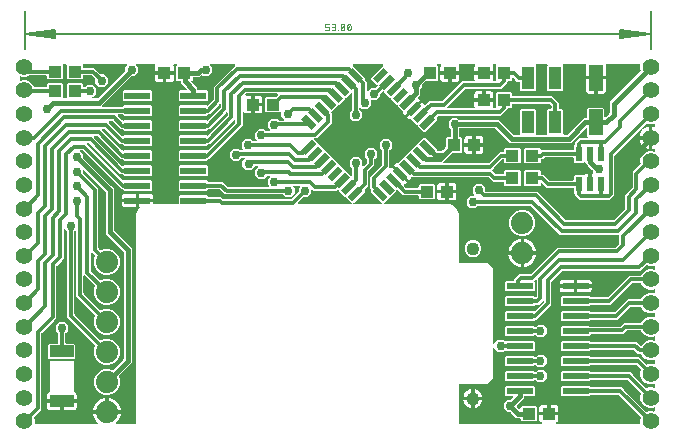
<source format=gtl>
G04 EAGLE Gerber RS-274X export*
G75*
%MOMM*%
%FSLAX34Y34*%
%LPD*%
%INTop Copper*%
%IPPOS*%
%AMOC8*
5,1,8,0,0,1.08239X$1,22.5*%
G01*
%ADD10C,0.130000*%
%ADD11C,0.050800*%
%ADD12R,2.184400X0.558800*%
%ADD13R,1.270000X0.558800*%
%ADD14R,0.558800X1.270000*%
%ADD15C,1.408000*%
%ADD16R,1.100000X1.000000*%
%ADD17C,1.879600*%
%ADD18C,1.108000*%
%ADD19R,1.100000X1.900000*%
%ADD20R,1.150000X2.200000*%
%ADD21R,2.000000X1.000000*%
%ADD22C,0.304800*%
%ADD23C,0.756400*%
%ADD24C,0.406400*%

G36*
X451520Y10165D02*
X451520Y10165D01*
X451544Y10162D01*
X451641Y10184D01*
X451739Y10200D01*
X451760Y10212D01*
X451784Y10217D01*
X451869Y10269D01*
X451956Y10316D01*
X451973Y10333D01*
X451993Y10346D01*
X452057Y10422D01*
X452126Y10494D01*
X452136Y10516D01*
X452151Y10534D01*
X452187Y10627D01*
X452229Y10717D01*
X452232Y10741D01*
X452241Y10763D01*
X452245Y10863D01*
X452256Y10961D01*
X452251Y10985D01*
X452252Y11009D01*
X452225Y11105D01*
X452204Y11202D01*
X452192Y11222D01*
X452185Y11246D01*
X452129Y11328D01*
X452078Y11413D01*
X452060Y11429D01*
X452046Y11449D01*
X451967Y11508D01*
X451891Y11573D01*
X451869Y11582D01*
X451849Y11596D01*
X451693Y11657D01*
X451599Y11682D01*
X451020Y12017D01*
X450547Y12490D01*
X450212Y13069D01*
X450039Y13716D01*
X450039Y17527D01*
X457318Y17527D01*
X457338Y17530D01*
X457357Y17528D01*
X457459Y17550D01*
X457561Y17567D01*
X457578Y17576D01*
X457598Y17580D01*
X457687Y17633D01*
X457778Y17682D01*
X457792Y17696D01*
X457809Y17706D01*
X457876Y17785D01*
X457947Y17860D01*
X457956Y17878D01*
X457969Y17893D01*
X458008Y17989D01*
X458051Y18083D01*
X458053Y18103D01*
X458061Y18121D01*
X458079Y18288D01*
X458079Y19051D01*
X458081Y19051D01*
X458081Y18288D01*
X458084Y18268D01*
X458082Y18249D01*
X458104Y18147D01*
X458121Y18045D01*
X458130Y18028D01*
X458134Y18008D01*
X458187Y17919D01*
X458236Y17828D01*
X458250Y17814D01*
X458260Y17797D01*
X458339Y17730D01*
X458414Y17659D01*
X458432Y17650D01*
X458447Y17637D01*
X458543Y17598D01*
X458637Y17555D01*
X458657Y17553D01*
X458675Y17545D01*
X458842Y17527D01*
X466121Y17527D01*
X466121Y13715D01*
X465948Y13069D01*
X465613Y12490D01*
X465140Y12017D01*
X464561Y11682D01*
X464467Y11657D01*
X464445Y11647D01*
X464421Y11643D01*
X464333Y11597D01*
X464243Y11556D01*
X464225Y11540D01*
X464204Y11528D01*
X464135Y11456D01*
X464063Y11389D01*
X464051Y11368D01*
X464034Y11350D01*
X463992Y11260D01*
X463945Y11173D01*
X463941Y11149D01*
X463931Y11127D01*
X463920Y11029D01*
X463903Y10930D01*
X463906Y10906D01*
X463904Y10883D01*
X463925Y10785D01*
X463940Y10687D01*
X463951Y10666D01*
X463956Y10642D01*
X464007Y10557D01*
X464052Y10469D01*
X464070Y10452D01*
X464082Y10431D01*
X464158Y10366D01*
X464229Y10297D01*
X464251Y10287D01*
X464269Y10271D01*
X464361Y10234D01*
X464451Y10191D01*
X464475Y10188D01*
X464497Y10179D01*
X464664Y10161D01*
X534851Y10161D01*
X534871Y10164D01*
X534891Y10162D01*
X534992Y10184D01*
X535094Y10200D01*
X535112Y10210D01*
X535131Y10214D01*
X535220Y10267D01*
X535311Y10316D01*
X535325Y10330D01*
X535342Y10340D01*
X535409Y10419D01*
X535481Y10494D01*
X535489Y10512D01*
X535502Y10527D01*
X535541Y10623D01*
X535584Y10717D01*
X535587Y10737D01*
X535594Y10755D01*
X535612Y10922D01*
X535612Y14264D01*
X536165Y15597D01*
X536191Y15710D01*
X536220Y15824D01*
X536219Y15830D01*
X536221Y15836D01*
X536210Y15953D01*
X536201Y16069D01*
X536198Y16075D01*
X536198Y16081D01*
X536150Y16188D01*
X536104Y16295D01*
X536100Y16301D01*
X536098Y16306D01*
X536085Y16319D01*
X536000Y16426D01*
X517597Y34828D01*
X517523Y34881D01*
X517454Y34941D01*
X517424Y34953D01*
X517398Y34972D01*
X517311Y34999D01*
X517226Y35033D01*
X517185Y35037D01*
X517162Y35044D01*
X517130Y35043D01*
X517059Y35051D01*
X493961Y35051D01*
X493871Y35037D01*
X493780Y35029D01*
X493750Y35017D01*
X493718Y35012D01*
X493637Y34969D01*
X493554Y34933D01*
X493521Y34907D01*
X493501Y34896D01*
X493479Y34873D01*
X493423Y34828D01*
X492376Y33781D01*
X469268Y33781D01*
X468375Y34674D01*
X468375Y41526D01*
X469268Y42419D01*
X492376Y42419D01*
X493423Y41372D01*
X493497Y41319D01*
X493566Y41259D01*
X493596Y41247D01*
X493622Y41228D01*
X493709Y41201D01*
X493794Y41167D01*
X493835Y41163D01*
X493857Y41156D01*
X493890Y41157D01*
X493961Y41149D01*
X519900Y41149D01*
X521909Y39140D01*
X540311Y20738D01*
X540405Y20670D01*
X540500Y20600D01*
X540506Y20598D01*
X540511Y20594D01*
X540622Y20560D01*
X540734Y20524D01*
X540740Y20524D01*
X540746Y20522D01*
X540863Y20525D01*
X540980Y20526D01*
X540987Y20528D01*
X540992Y20528D01*
X541009Y20535D01*
X541141Y20573D01*
X542474Y21125D01*
X545881Y21125D01*
X546787Y20750D01*
X546831Y20739D01*
X546873Y20720D01*
X546950Y20711D01*
X547026Y20693D01*
X547072Y20698D01*
X547117Y20693D01*
X547193Y20709D01*
X547271Y20716D01*
X547313Y20735D01*
X547358Y20745D01*
X547425Y20785D01*
X547496Y20816D01*
X547529Y20848D01*
X547569Y20871D01*
X547619Y20930D01*
X547677Y20983D01*
X547699Y21023D01*
X547729Y21058D01*
X547758Y21130D01*
X547795Y21198D01*
X547804Y21244D01*
X547821Y21286D01*
X547836Y21422D01*
X547839Y21440D01*
X547838Y21445D01*
X547839Y21453D01*
X547839Y23667D01*
X547832Y23712D01*
X547834Y23758D01*
X547812Y23833D01*
X547799Y23910D01*
X547778Y23950D01*
X547765Y23995D01*
X547721Y24059D01*
X547684Y24127D01*
X547651Y24159D01*
X547625Y24197D01*
X547562Y24243D01*
X547506Y24297D01*
X547464Y24316D01*
X547428Y24343D01*
X547353Y24367D01*
X547283Y24400D01*
X547237Y24405D01*
X547194Y24420D01*
X547116Y24419D01*
X547038Y24427D01*
X546994Y24418D01*
X546948Y24417D01*
X546816Y24379D01*
X546798Y24375D01*
X546794Y24373D01*
X546787Y24370D01*
X545881Y23995D01*
X542474Y23995D01*
X539326Y25299D01*
X536916Y27708D01*
X535612Y30856D01*
X535612Y34264D01*
X536165Y35597D01*
X536191Y35710D01*
X536220Y35824D01*
X536219Y35830D01*
X536221Y35836D01*
X536210Y35953D01*
X536201Y36069D01*
X536198Y36075D01*
X536198Y36081D01*
X536150Y36188D01*
X536104Y36295D01*
X536100Y36301D01*
X536098Y36306D01*
X536085Y36319D01*
X536000Y36426D01*
X524897Y47528D01*
X524823Y47581D01*
X524754Y47641D01*
X524724Y47653D01*
X524698Y47672D01*
X524611Y47699D01*
X524526Y47733D01*
X524485Y47737D01*
X524462Y47744D01*
X524430Y47743D01*
X524359Y47751D01*
X493961Y47751D01*
X493871Y47737D01*
X493780Y47729D01*
X493750Y47717D01*
X493718Y47712D01*
X493637Y47669D01*
X493554Y47633D01*
X493521Y47607D01*
X493501Y47596D01*
X493479Y47573D01*
X493423Y47528D01*
X492376Y46481D01*
X469268Y46481D01*
X468375Y47374D01*
X468375Y54226D01*
X469268Y55119D01*
X492376Y55119D01*
X493423Y54072D01*
X493497Y54019D01*
X493566Y53959D01*
X493596Y53947D01*
X493622Y53928D01*
X493709Y53901D01*
X493794Y53867D01*
X493835Y53863D01*
X493857Y53856D01*
X493890Y53857D01*
X493961Y53849D01*
X527200Y53849D01*
X529209Y51840D01*
X540311Y40738D01*
X540405Y40670D01*
X540500Y40600D01*
X540506Y40598D01*
X540511Y40594D01*
X540622Y40560D01*
X540734Y40524D01*
X540740Y40524D01*
X540746Y40522D01*
X540863Y40525D01*
X540980Y40526D01*
X540987Y40528D01*
X540992Y40528D01*
X541009Y40535D01*
X541141Y40573D01*
X542474Y41125D01*
X545881Y41125D01*
X546787Y40750D01*
X546831Y40739D01*
X546873Y40720D01*
X546950Y40711D01*
X547026Y40693D01*
X547072Y40698D01*
X547117Y40693D01*
X547193Y40709D01*
X547271Y40716D01*
X547313Y40735D01*
X547358Y40745D01*
X547425Y40785D01*
X547496Y40816D01*
X547529Y40848D01*
X547569Y40871D01*
X547619Y40930D01*
X547677Y40983D01*
X547699Y41023D01*
X547729Y41058D01*
X547758Y41130D01*
X547795Y41198D01*
X547804Y41244D01*
X547821Y41286D01*
X547836Y41422D01*
X547839Y41440D01*
X547838Y41445D01*
X547839Y41453D01*
X547839Y43667D01*
X547837Y43682D01*
X547838Y43695D01*
X547832Y43723D01*
X547834Y43758D01*
X547812Y43833D01*
X547799Y43910D01*
X547786Y43935D01*
X547786Y43936D01*
X547785Y43936D01*
X547778Y43950D01*
X547765Y43995D01*
X547721Y44059D01*
X547684Y44127D01*
X547651Y44159D01*
X547625Y44197D01*
X547562Y44243D01*
X547506Y44297D01*
X547464Y44316D01*
X547428Y44343D01*
X547353Y44367D01*
X547283Y44400D01*
X547237Y44405D01*
X547194Y44420D01*
X547116Y44419D01*
X547038Y44427D01*
X546994Y44418D01*
X546948Y44417D01*
X546816Y44379D01*
X546809Y44377D01*
X546808Y44377D01*
X546807Y44377D01*
X546798Y44375D01*
X546794Y44373D01*
X546787Y44370D01*
X545881Y43995D01*
X542474Y43995D01*
X539326Y45299D01*
X536916Y47708D01*
X535612Y50856D01*
X535612Y54264D01*
X536165Y55597D01*
X536172Y55630D01*
X536173Y55631D01*
X536173Y55633D01*
X536191Y55710D01*
X536220Y55824D01*
X536219Y55830D01*
X536221Y55836D01*
X536210Y55953D01*
X536201Y56069D01*
X536198Y56075D01*
X536198Y56081D01*
X536150Y56188D01*
X536104Y56295D01*
X536100Y56301D01*
X536098Y56306D01*
X536085Y56319D01*
X536000Y56426D01*
X532197Y60228D01*
X532123Y60281D01*
X532054Y60341D01*
X532024Y60353D01*
X531998Y60372D01*
X531910Y60399D01*
X531826Y60433D01*
X531785Y60437D01*
X531762Y60444D01*
X531730Y60443D01*
X531659Y60451D01*
X493961Y60451D01*
X493871Y60437D01*
X493780Y60429D01*
X493750Y60417D01*
X493718Y60412D01*
X493637Y60369D01*
X493554Y60333D01*
X493521Y60307D01*
X493501Y60296D01*
X493479Y60273D01*
X493423Y60228D01*
X492376Y59181D01*
X469268Y59181D01*
X468375Y60074D01*
X468375Y66926D01*
X469268Y67819D01*
X492376Y67819D01*
X493423Y66772D01*
X493497Y66719D01*
X493566Y66659D01*
X493596Y66647D01*
X493622Y66628D01*
X493709Y66601D01*
X493794Y66567D01*
X493835Y66563D01*
X493857Y66556D01*
X493890Y66557D01*
X493961Y66549D01*
X534500Y66549D01*
X536509Y64540D01*
X540311Y60738D01*
X540405Y60670D01*
X540500Y60600D01*
X540506Y60598D01*
X540511Y60594D01*
X540622Y60560D01*
X540734Y60524D01*
X540740Y60524D01*
X540746Y60522D01*
X540863Y60525D01*
X540980Y60526D01*
X540987Y60528D01*
X540992Y60528D01*
X541009Y60535D01*
X541141Y60573D01*
X542474Y61125D01*
X545881Y61125D01*
X546787Y60750D01*
X546831Y60739D01*
X546873Y60720D01*
X546950Y60711D01*
X547026Y60693D01*
X547072Y60698D01*
X547117Y60693D01*
X547193Y60709D01*
X547271Y60716D01*
X547313Y60735D01*
X547358Y60745D01*
X547425Y60785D01*
X547496Y60816D01*
X547529Y60848D01*
X547569Y60871D01*
X547619Y60930D01*
X547677Y60983D01*
X547699Y61023D01*
X547729Y61058D01*
X547758Y61130D01*
X547795Y61198D01*
X547804Y61244D01*
X547821Y61286D01*
X547836Y61422D01*
X547839Y61440D01*
X547838Y61445D01*
X547839Y61453D01*
X547839Y63667D01*
X547832Y63712D01*
X547834Y63758D01*
X547812Y63833D01*
X547799Y63910D01*
X547778Y63950D01*
X547765Y63995D01*
X547721Y64059D01*
X547684Y64127D01*
X547651Y64159D01*
X547625Y64197D01*
X547562Y64243D01*
X547506Y64297D01*
X547464Y64316D01*
X547428Y64343D01*
X547353Y64367D01*
X547283Y64400D01*
X547237Y64405D01*
X547194Y64420D01*
X547116Y64419D01*
X547038Y64427D01*
X546994Y64418D01*
X546948Y64417D01*
X546816Y64379D01*
X546798Y64375D01*
X546794Y64373D01*
X546787Y64370D01*
X545881Y63995D01*
X542474Y63995D01*
X539326Y65299D01*
X536916Y67708D01*
X536364Y69041D01*
X536302Y69141D01*
X536243Y69241D01*
X536238Y69245D01*
X536235Y69250D01*
X536144Y69325D01*
X536056Y69401D01*
X536050Y69403D01*
X536045Y69407D01*
X535937Y69449D01*
X535828Y69493D01*
X535820Y69494D01*
X535816Y69495D01*
X535797Y69496D01*
X535661Y69511D01*
X533567Y69511D01*
X530150Y72928D01*
X530076Y72981D01*
X530007Y73041D01*
X529977Y73053D01*
X529950Y73072D01*
X529863Y73099D01*
X529779Y73133D01*
X529738Y73137D01*
X529715Y73144D01*
X529683Y73143D01*
X529612Y73151D01*
X493961Y73151D01*
X493871Y73137D01*
X493780Y73129D01*
X493750Y73117D01*
X493718Y73112D01*
X493637Y73069D01*
X493554Y73033D01*
X493521Y73007D01*
X493501Y72996D01*
X493479Y72973D01*
X493423Y72928D01*
X492376Y71881D01*
X469268Y71881D01*
X468375Y72774D01*
X468375Y79626D01*
X469268Y80519D01*
X492376Y80519D01*
X493423Y79472D01*
X493497Y79419D01*
X493566Y79359D01*
X493596Y79347D01*
X493622Y79328D01*
X493709Y79301D01*
X493794Y79267D01*
X493835Y79263D01*
X493857Y79256D01*
X493890Y79257D01*
X493961Y79249D01*
X532453Y79249D01*
X535342Y76360D01*
X535379Y76333D01*
X535410Y76299D01*
X535478Y76262D01*
X535541Y76217D01*
X535585Y76203D01*
X535625Y76181D01*
X535702Y76167D01*
X535776Y76144D01*
X535822Y76145D01*
X535867Y76137D01*
X535944Y76148D01*
X536022Y76151D01*
X536065Y76166D01*
X536111Y76173D01*
X536180Y76208D01*
X536253Y76235D01*
X536289Y76264D01*
X536330Y76284D01*
X536385Y76340D01*
X536445Y76389D01*
X536470Y76427D01*
X536502Y76460D01*
X536568Y76580D01*
X536578Y76596D01*
X536579Y76600D01*
X536583Y76607D01*
X536916Y77412D01*
X539326Y79821D01*
X542474Y81125D01*
X545881Y81125D01*
X546787Y80750D01*
X546831Y80739D01*
X546873Y80720D01*
X546950Y80711D01*
X547026Y80693D01*
X547072Y80698D01*
X547117Y80693D01*
X547193Y80709D01*
X547271Y80716D01*
X547313Y80735D01*
X547358Y80745D01*
X547425Y80785D01*
X547496Y80816D01*
X547529Y80848D01*
X547569Y80871D01*
X547619Y80930D01*
X547677Y80983D01*
X547699Y81023D01*
X547729Y81058D01*
X547758Y81130D01*
X547795Y81198D01*
X547804Y81244D01*
X547821Y81286D01*
X547836Y81422D01*
X547839Y81440D01*
X547838Y81445D01*
X547839Y81453D01*
X547839Y83667D01*
X547832Y83712D01*
X547834Y83758D01*
X547812Y83833D01*
X547799Y83910D01*
X547778Y83950D01*
X547765Y83995D01*
X547721Y84059D01*
X547684Y84127D01*
X547651Y84159D01*
X547625Y84197D01*
X547562Y84243D01*
X547506Y84297D01*
X547464Y84316D01*
X547428Y84343D01*
X547353Y84367D01*
X547283Y84400D01*
X547237Y84405D01*
X547194Y84420D01*
X547116Y84419D01*
X547038Y84427D01*
X546994Y84418D01*
X546948Y84417D01*
X546816Y84379D01*
X546798Y84375D01*
X546794Y84373D01*
X546787Y84370D01*
X545881Y83995D01*
X542474Y83995D01*
X539326Y85299D01*
X536916Y87708D01*
X536364Y89041D01*
X536302Y89141D01*
X536243Y89241D01*
X536238Y89245D01*
X536235Y89250D01*
X536144Y89325D01*
X536056Y89401D01*
X536050Y89403D01*
X536045Y89407D01*
X535937Y89449D01*
X535828Y89493D01*
X535820Y89494D01*
X535816Y89495D01*
X535797Y89496D01*
X535661Y89511D01*
X524343Y89511D01*
X524253Y89497D01*
X524162Y89489D01*
X524132Y89477D01*
X524100Y89472D01*
X524020Y89429D01*
X523936Y89393D01*
X523904Y89367D01*
X523883Y89356D01*
X523861Y89333D01*
X523805Y89288D01*
X520853Y86336D01*
X494030Y86336D01*
X494010Y86333D01*
X493991Y86335D01*
X493889Y86313D01*
X493787Y86297D01*
X493770Y86287D01*
X493750Y86283D01*
X493661Y86230D01*
X493570Y86181D01*
X493556Y86167D01*
X493539Y86157D01*
X493472Y86078D01*
X493400Y86003D01*
X493392Y85985D01*
X493379Y85970D01*
X493340Y85874D01*
X493297Y85780D01*
X493295Y85760D01*
X493287Y85742D01*
X493269Y85575D01*
X493269Y85474D01*
X492376Y84581D01*
X469268Y84581D01*
X468375Y85474D01*
X468375Y92326D01*
X469268Y93219D01*
X492376Y93219D01*
X492938Y92657D01*
X493012Y92604D01*
X493081Y92544D01*
X493111Y92532D01*
X493137Y92513D01*
X493224Y92486D01*
X493309Y92452D01*
X493350Y92448D01*
X493372Y92441D01*
X493405Y92442D01*
X493476Y92434D01*
X518012Y92434D01*
X518102Y92448D01*
X518193Y92456D01*
X518223Y92468D01*
X518255Y92473D01*
X518335Y92516D01*
X518419Y92552D01*
X518451Y92578D01*
X518472Y92589D01*
X518494Y92612D01*
X518550Y92657D01*
X521502Y95609D01*
X535661Y95609D01*
X535776Y95628D01*
X535892Y95645D01*
X535898Y95647D01*
X535904Y95648D01*
X536006Y95703D01*
X536111Y95756D01*
X536116Y95761D01*
X536121Y95764D01*
X536201Y95848D01*
X536283Y95932D01*
X536287Y95938D01*
X536290Y95942D01*
X536298Y95959D01*
X536364Y96079D01*
X536916Y97412D01*
X539326Y99821D01*
X542474Y101125D01*
X545881Y101125D01*
X546787Y100750D01*
X546831Y100739D01*
X546873Y100720D01*
X546950Y100711D01*
X547026Y100693D01*
X547072Y100698D01*
X547117Y100693D01*
X547193Y100709D01*
X547271Y100716D01*
X547313Y100735D01*
X547358Y100745D01*
X547425Y100785D01*
X547496Y100816D01*
X547529Y100848D01*
X547569Y100871D01*
X547619Y100930D01*
X547677Y100983D01*
X547699Y101023D01*
X547729Y101058D01*
X547758Y101130D01*
X547795Y101198D01*
X547804Y101244D01*
X547821Y101286D01*
X547836Y101422D01*
X547839Y101440D01*
X547838Y101445D01*
X547839Y101453D01*
X547839Y103667D01*
X547832Y103712D01*
X547834Y103758D01*
X547812Y103833D01*
X547799Y103910D01*
X547778Y103950D01*
X547765Y103995D01*
X547721Y104059D01*
X547684Y104127D01*
X547651Y104159D01*
X547625Y104197D01*
X547562Y104243D01*
X547506Y104297D01*
X547464Y104316D01*
X547428Y104343D01*
X547353Y104367D01*
X547283Y104400D01*
X547237Y104405D01*
X547194Y104420D01*
X547116Y104419D01*
X547038Y104427D01*
X546994Y104418D01*
X546948Y104417D01*
X546816Y104379D01*
X546798Y104375D01*
X546794Y104373D01*
X546787Y104370D01*
X545881Y103995D01*
X542474Y103995D01*
X539326Y105299D01*
X536916Y107708D01*
X536364Y109041D01*
X536302Y109141D01*
X536243Y109241D01*
X536238Y109245D01*
X536235Y109250D01*
X536144Y109325D01*
X536056Y109401D01*
X536050Y109403D01*
X536045Y109407D01*
X535937Y109449D01*
X535828Y109493D01*
X535820Y109494D01*
X535816Y109495D01*
X535797Y109496D01*
X535661Y109511D01*
X527518Y109511D01*
X527428Y109497D01*
X527337Y109489D01*
X527307Y109477D01*
X527275Y109472D01*
X527195Y109429D01*
X527111Y109393D01*
X527079Y109367D01*
X527058Y109356D01*
X527036Y109333D01*
X526980Y109288D01*
X518252Y100560D01*
X516243Y98551D01*
X493961Y98551D01*
X493871Y98537D01*
X493780Y98529D01*
X493750Y98517D01*
X493718Y98512D01*
X493637Y98469D01*
X493554Y98433D01*
X493521Y98407D01*
X493501Y98396D01*
X493479Y98373D01*
X493423Y98328D01*
X492376Y97281D01*
X469268Y97281D01*
X468375Y98174D01*
X468375Y105026D01*
X469268Y105919D01*
X492376Y105919D01*
X493423Y104872D01*
X493497Y104819D01*
X493566Y104759D01*
X493596Y104747D01*
X493622Y104728D01*
X493709Y104701D01*
X493794Y104667D01*
X493835Y104663D01*
X493857Y104656D01*
X493890Y104657D01*
X493961Y104649D01*
X513402Y104649D01*
X513492Y104663D01*
X513583Y104671D01*
X513613Y104683D01*
X513645Y104688D01*
X513725Y104731D01*
X513809Y104767D01*
X513841Y104793D01*
X513862Y104804D01*
X513884Y104827D01*
X513940Y104872D01*
X524677Y115609D01*
X535661Y115609D01*
X535776Y115628D01*
X535892Y115645D01*
X535898Y115647D01*
X535904Y115648D01*
X536006Y115703D01*
X536111Y115756D01*
X536116Y115761D01*
X536121Y115764D01*
X536201Y115848D01*
X536283Y115932D01*
X536287Y115938D01*
X536290Y115942D01*
X536298Y115959D01*
X536364Y116079D01*
X536916Y117412D01*
X539326Y119821D01*
X542474Y121125D01*
X545881Y121125D01*
X546787Y120750D01*
X546831Y120739D01*
X546873Y120720D01*
X546950Y120711D01*
X547026Y120693D01*
X547072Y120698D01*
X547117Y120693D01*
X547193Y120709D01*
X547271Y120716D01*
X547313Y120735D01*
X547358Y120745D01*
X547425Y120785D01*
X547496Y120816D01*
X547529Y120848D01*
X547569Y120871D01*
X547619Y120930D01*
X547677Y120983D01*
X547699Y121023D01*
X547729Y121058D01*
X547758Y121130D01*
X547795Y121198D01*
X547804Y121244D01*
X547821Y121286D01*
X547836Y121422D01*
X547839Y121440D01*
X547838Y121445D01*
X547839Y121453D01*
X547839Y123667D01*
X547832Y123712D01*
X547834Y123758D01*
X547812Y123833D01*
X547799Y123910D01*
X547778Y123950D01*
X547765Y123995D01*
X547721Y124059D01*
X547684Y124127D01*
X547651Y124159D01*
X547625Y124197D01*
X547562Y124243D01*
X547506Y124297D01*
X547464Y124316D01*
X547428Y124343D01*
X547353Y124367D01*
X547283Y124400D01*
X547237Y124405D01*
X547194Y124420D01*
X547116Y124419D01*
X547038Y124427D01*
X546994Y124418D01*
X546948Y124417D01*
X546816Y124379D01*
X546798Y124375D01*
X546794Y124373D01*
X546787Y124370D01*
X545881Y123995D01*
X542474Y123995D01*
X539326Y125299D01*
X536916Y127708D01*
X536364Y129041D01*
X536302Y129141D01*
X536243Y129241D01*
X536238Y129245D01*
X536235Y129250D01*
X536144Y129325D01*
X536056Y129401D01*
X536050Y129403D01*
X536045Y129407D01*
X535937Y129449D01*
X535828Y129493D01*
X535820Y129494D01*
X535816Y129495D01*
X535797Y129496D01*
X535661Y129511D01*
X528788Y129511D01*
X528698Y129497D01*
X528607Y129489D01*
X528577Y129477D01*
X528545Y129472D01*
X528465Y129429D01*
X528381Y129393D01*
X528349Y129367D01*
X528328Y129356D01*
X528306Y129333D01*
X528250Y129288D01*
X512222Y113260D01*
X510213Y111251D01*
X493961Y111251D01*
X493871Y111237D01*
X493780Y111229D01*
X493750Y111217D01*
X493718Y111212D01*
X493637Y111169D01*
X493554Y111133D01*
X493521Y111107D01*
X493501Y111096D01*
X493479Y111073D01*
X493423Y111028D01*
X492376Y109981D01*
X469268Y109981D01*
X468375Y110874D01*
X468375Y117726D01*
X469268Y118619D01*
X492376Y118619D01*
X493423Y117572D01*
X493497Y117519D01*
X493566Y117459D01*
X493596Y117447D01*
X493622Y117428D01*
X493709Y117401D01*
X493794Y117367D01*
X493835Y117363D01*
X493857Y117356D01*
X493890Y117357D01*
X493961Y117349D01*
X507372Y117349D01*
X507462Y117363D01*
X507553Y117371D01*
X507583Y117383D01*
X507615Y117388D01*
X507695Y117431D01*
X507779Y117467D01*
X507811Y117493D01*
X507832Y117504D01*
X507854Y117527D01*
X507910Y117572D01*
X523938Y133600D01*
X525947Y135609D01*
X535661Y135609D01*
X535776Y135628D01*
X535892Y135645D01*
X535898Y135647D01*
X535904Y135648D01*
X536006Y135703D01*
X536111Y135756D01*
X536116Y135761D01*
X536121Y135764D01*
X536201Y135848D01*
X536283Y135932D01*
X536287Y135938D01*
X536290Y135942D01*
X536298Y135959D01*
X536364Y136079D01*
X536916Y137412D01*
X539326Y139821D01*
X542474Y141125D01*
X545881Y141125D01*
X546787Y140750D01*
X546831Y140739D01*
X546873Y140720D01*
X546950Y140711D01*
X547026Y140693D01*
X547072Y140698D01*
X547117Y140693D01*
X547193Y140709D01*
X547271Y140716D01*
X547313Y140735D01*
X547358Y140745D01*
X547425Y140785D01*
X547496Y140816D01*
X547529Y140848D01*
X547569Y140871D01*
X547619Y140930D01*
X547677Y140983D01*
X547699Y141023D01*
X547729Y141058D01*
X547758Y141130D01*
X547795Y141198D01*
X547804Y141244D01*
X547821Y141286D01*
X547836Y141422D01*
X547839Y141440D01*
X547838Y141445D01*
X547839Y141453D01*
X547839Y143667D01*
X547832Y143712D01*
X547834Y143758D01*
X547812Y143833D01*
X547799Y143910D01*
X547778Y143950D01*
X547765Y143995D01*
X547721Y144059D01*
X547684Y144127D01*
X547651Y144159D01*
X547625Y144197D01*
X547562Y144243D01*
X547506Y144297D01*
X547464Y144316D01*
X547428Y144343D01*
X547353Y144367D01*
X547283Y144400D01*
X547237Y144405D01*
X547194Y144420D01*
X547116Y144419D01*
X547038Y144427D01*
X546994Y144418D01*
X546948Y144417D01*
X546816Y144379D01*
X546798Y144375D01*
X546794Y144373D01*
X546787Y144370D01*
X545881Y143995D01*
X542474Y143995D01*
X541141Y144547D01*
X541027Y144574D01*
X540914Y144603D01*
X540907Y144602D01*
X540901Y144604D01*
X540785Y144593D01*
X540668Y144583D01*
X540663Y144581D01*
X540656Y144580D01*
X540549Y144533D01*
X540442Y144487D01*
X540436Y144482D01*
X540432Y144480D01*
X540418Y144468D01*
X540311Y144382D01*
X537924Y141995D01*
X535915Y139986D01*
X469733Y139986D01*
X469643Y139972D01*
X469552Y139964D01*
X469522Y139952D01*
X469490Y139947D01*
X469410Y139904D01*
X469326Y139868D01*
X469294Y139842D01*
X469273Y139831D01*
X469251Y139808D01*
X469195Y139763D01*
X460472Y131040D01*
X460419Y130966D01*
X460359Y130897D01*
X460347Y130867D01*
X460328Y130840D01*
X460301Y130753D01*
X460267Y130669D01*
X460263Y130628D01*
X460256Y130605D01*
X460257Y130573D01*
X460249Y130502D01*
X460249Y111132D01*
X447668Y98551D01*
X446717Y98551D01*
X446627Y98537D01*
X446536Y98529D01*
X446506Y98517D01*
X446474Y98512D01*
X446393Y98469D01*
X446310Y98433D01*
X446277Y98407D01*
X446257Y98396D01*
X446235Y98373D01*
X446179Y98328D01*
X445132Y97281D01*
X422024Y97281D01*
X421131Y98174D01*
X421131Y105026D01*
X422024Y105919D01*
X445132Y105919D01*
X445234Y105817D01*
X445250Y105805D01*
X445262Y105790D01*
X445349Y105734D01*
X445433Y105673D01*
X445452Y105667D01*
X445469Y105657D01*
X445569Y105631D01*
X445668Y105601D01*
X445688Y105601D01*
X445708Y105596D01*
X445811Y105604D01*
X445914Y105607D01*
X445933Y105614D01*
X445953Y105616D01*
X446048Y105656D01*
X446145Y105692D01*
X446161Y105704D01*
X446179Y105712D01*
X446310Y105817D01*
X453928Y113435D01*
X453981Y113509D01*
X454041Y113578D01*
X454053Y113608D01*
X454072Y113635D01*
X454099Y113722D01*
X454133Y113806D01*
X454137Y113847D01*
X454144Y113870D01*
X454144Y113887D01*
X454144Y113888D01*
X454144Y113905D01*
X454151Y113973D01*
X454151Y113992D01*
X454140Y114063D01*
X454138Y114134D01*
X454120Y114183D01*
X454112Y114235D01*
X454078Y114298D01*
X454053Y114365D01*
X454021Y114406D01*
X453996Y114452D01*
X453944Y114501D01*
X453900Y114557D01*
X453856Y114586D01*
X453818Y114621D01*
X453753Y114652D01*
X453693Y114690D01*
X453642Y114703D01*
X453595Y114725D01*
X453524Y114733D01*
X453454Y114750D01*
X453402Y114746D01*
X453351Y114752D01*
X453280Y114737D01*
X453209Y114731D01*
X453161Y114711D01*
X453110Y114700D01*
X453049Y114663D01*
X452983Y114635D01*
X452927Y114590D01*
X452899Y114574D01*
X452884Y114556D01*
X452852Y114530D01*
X451890Y113568D01*
X449573Y111251D01*
X446717Y111251D01*
X446627Y111237D01*
X446536Y111229D01*
X446506Y111217D01*
X446474Y111212D01*
X446393Y111169D01*
X446310Y111133D01*
X446277Y111107D01*
X446257Y111096D01*
X446235Y111073D01*
X446179Y111028D01*
X445132Y109981D01*
X422024Y109981D01*
X421131Y110874D01*
X421131Y117726D01*
X422024Y118619D01*
X445132Y118619D01*
X446179Y117572D01*
X446253Y117519D01*
X446322Y117459D01*
X446352Y117447D01*
X446378Y117428D01*
X446426Y117413D01*
X446429Y117412D01*
X446447Y117407D01*
X446465Y117401D01*
X446550Y117367D01*
X446591Y117363D01*
X446613Y117356D01*
X446646Y117357D01*
X446648Y117356D01*
X446668Y117351D01*
X446682Y117353D01*
X446717Y117349D01*
X446732Y117349D01*
X446805Y117361D01*
X446859Y117362D01*
X446874Y117368D01*
X446913Y117371D01*
X446943Y117383D01*
X446975Y117388D01*
X447055Y117431D01*
X447139Y117467D01*
X447171Y117493D01*
X447192Y117504D01*
X447214Y117527D01*
X447270Y117572D01*
X447578Y117880D01*
X447631Y117954D01*
X447691Y118023D01*
X447703Y118053D01*
X447722Y118080D01*
X447749Y118167D01*
X447783Y118251D01*
X447787Y118292D01*
X447794Y118315D01*
X447793Y118347D01*
X447801Y118418D01*
X447801Y131772D01*
X447790Y131843D01*
X447788Y131914D01*
X447770Y131963D01*
X447762Y132015D01*
X447728Y132078D01*
X447703Y132145D01*
X447671Y132186D01*
X447646Y132232D01*
X447595Y132281D01*
X447550Y132337D01*
X447506Y132366D01*
X447468Y132401D01*
X447403Y132432D01*
X447343Y132470D01*
X447292Y132483D01*
X447245Y132505D01*
X447174Y132513D01*
X447104Y132530D01*
X447052Y132526D01*
X447001Y132532D01*
X446930Y132517D01*
X446859Y132511D01*
X446811Y132491D01*
X446760Y132480D01*
X446699Y132443D01*
X446633Y132415D01*
X446577Y132370D01*
X446549Y132354D01*
X446534Y132336D01*
X446502Y132310D01*
X445859Y131668D01*
X445848Y131651D01*
X445832Y131639D01*
X445776Y131552D01*
X445716Y131468D01*
X445710Y131449D01*
X445699Y131432D01*
X445674Y131332D01*
X445643Y131233D01*
X445644Y131213D01*
X445639Y131194D01*
X445647Y131091D01*
X445650Y130987D01*
X445657Y130968D01*
X445658Y130948D01*
X445698Y130853D01*
X445734Y130756D01*
X445747Y130740D01*
X445754Y130722D01*
X445859Y130591D01*
X446025Y130426D01*
X446025Y123574D01*
X445132Y122681D01*
X422024Y122681D01*
X421131Y123574D01*
X421131Y130426D01*
X422024Y131319D01*
X427990Y131319D01*
X428010Y131322D01*
X428029Y131320D01*
X428131Y131342D01*
X428233Y131358D01*
X428250Y131368D01*
X428270Y131372D01*
X428359Y131425D01*
X428450Y131474D01*
X428464Y131488D01*
X428481Y131498D01*
X428548Y131577D01*
X428620Y131652D01*
X428628Y131670D01*
X428641Y131685D01*
X428680Y131781D01*
X428723Y131875D01*
X428725Y131895D01*
X428733Y131913D01*
X428751Y132080D01*
X428751Y132708D01*
X433077Y137034D01*
X442287Y137034D01*
X442377Y137048D01*
X442468Y137056D01*
X442498Y137068D01*
X442530Y137073D01*
X442610Y137116D01*
X442694Y137152D01*
X442726Y137178D01*
X442747Y137189D01*
X442769Y137212D01*
X442825Y137257D01*
X462973Y157405D01*
X464982Y159414D01*
X514024Y159414D01*
X514114Y159428D01*
X514205Y159436D01*
X514235Y159448D01*
X514267Y159453D01*
X514347Y159496D01*
X514431Y159532D01*
X514464Y159558D01*
X514484Y159569D01*
X514506Y159592D01*
X514562Y159637D01*
X517342Y162416D01*
X517395Y162490D01*
X517454Y162560D01*
X517467Y162590D01*
X517485Y162616D01*
X517512Y162703D01*
X517546Y162788D01*
X517551Y162829D01*
X517558Y162851D01*
X517557Y162883D01*
X517565Y162955D01*
X517565Y169545D01*
X517562Y169565D01*
X517564Y169584D01*
X517542Y169686D01*
X517525Y169788D01*
X517516Y169805D01*
X517512Y169825D01*
X517458Y169914D01*
X517410Y170005D01*
X517396Y170019D01*
X517385Y170036D01*
X517307Y170103D01*
X517232Y170175D01*
X517214Y170183D01*
X517198Y170196D01*
X517102Y170235D01*
X517009Y170278D01*
X516989Y170280D01*
X516970Y170288D01*
X516804Y170306D01*
X467566Y170306D01*
X443024Y194848D01*
X442950Y194901D01*
X442881Y194961D01*
X442851Y194973D01*
X442824Y194992D01*
X442737Y195019D01*
X442653Y195053D01*
X442612Y195057D01*
X442589Y195064D01*
X442557Y195063D01*
X442486Y195071D01*
X398471Y195071D01*
X398381Y195057D01*
X398290Y195049D01*
X398261Y195037D01*
X398229Y195032D01*
X398148Y194989D01*
X398064Y194953D01*
X398032Y194927D01*
X398011Y194916D01*
X397989Y194893D01*
X397933Y194848D01*
X395898Y192813D01*
X391502Y192813D01*
X388393Y195922D01*
X388393Y200318D01*
X391502Y203427D01*
X394291Y203427D01*
X394361Y203438D01*
X394433Y203440D01*
X394482Y203458D01*
X394533Y203466D01*
X394597Y203500D01*
X394664Y203525D01*
X394705Y203557D01*
X394751Y203582D01*
X394800Y203634D01*
X394856Y203678D01*
X394884Y203722D01*
X394920Y203760D01*
X394950Y203825D01*
X394989Y203885D01*
X395002Y203936D01*
X395024Y203983D01*
X395032Y204054D01*
X395049Y204124D01*
X395045Y204176D01*
X395051Y204227D01*
X395036Y204298D01*
X395030Y204369D01*
X395010Y204417D01*
X394999Y204468D01*
X394962Y204529D01*
X394934Y204595D01*
X394889Y204651D01*
X394872Y204679D01*
X394855Y204694D01*
X394829Y204726D01*
X393473Y206082D01*
X393473Y210478D01*
X396582Y213587D01*
X400978Y213587D01*
X404087Y210478D01*
X404087Y207645D01*
X404090Y207625D01*
X404088Y207606D01*
X404110Y207504D01*
X404126Y207402D01*
X404136Y207385D01*
X404140Y207365D01*
X404193Y207276D01*
X404242Y207185D01*
X404256Y207171D01*
X404266Y207154D01*
X404345Y207087D01*
X404420Y207015D01*
X404438Y207007D01*
X404453Y206994D01*
X404549Y206955D01*
X404643Y206912D01*
X404663Y206910D01*
X404681Y206902D01*
X404848Y206884D01*
X448303Y206884D01*
X472210Y182977D01*
X472284Y182924D01*
X472353Y182864D01*
X472383Y182852D01*
X472410Y182833D01*
X472497Y182806D01*
X472581Y182772D01*
X472622Y182768D01*
X472645Y182761D01*
X472677Y182762D01*
X472748Y182754D01*
X512772Y182754D01*
X512862Y182768D01*
X512953Y182776D01*
X512983Y182788D01*
X513015Y182793D01*
X513095Y182836D01*
X513179Y182872D01*
X513211Y182898D01*
X513232Y182909D01*
X513254Y182932D01*
X513310Y182977D01*
X522508Y192175D01*
X522561Y192249D01*
X522621Y192318D01*
X522633Y192348D01*
X522652Y192375D01*
X522679Y192462D01*
X522713Y192546D01*
X522717Y192587D01*
X522724Y192610D01*
X522723Y192642D01*
X522731Y192713D01*
X522731Y203828D01*
X528858Y209955D01*
X528911Y210029D01*
X528971Y210098D01*
X528983Y210128D01*
X529002Y210155D01*
X529029Y210242D01*
X529063Y210326D01*
X529067Y210367D01*
X529074Y210390D01*
X529073Y210422D01*
X529081Y210493D01*
X529081Y223513D01*
X535491Y229922D01*
X535558Y230017D01*
X535629Y230111D01*
X535631Y230117D01*
X535634Y230122D01*
X535669Y230233D01*
X535705Y230345D01*
X535705Y230351D01*
X535707Y230357D01*
X535704Y230474D01*
X535702Y230591D01*
X535700Y230598D01*
X535700Y230603D01*
X535694Y230621D01*
X535656Y230752D01*
X535612Y230856D01*
X535612Y234264D01*
X536916Y237412D01*
X539326Y239821D01*
X542474Y241125D01*
X545881Y241125D01*
X546787Y240750D01*
X546831Y240739D01*
X546873Y240720D01*
X546950Y240711D01*
X547026Y240693D01*
X547072Y240698D01*
X547117Y240693D01*
X547193Y240709D01*
X547271Y240716D01*
X547313Y240735D01*
X547358Y240745D01*
X547425Y240785D01*
X547496Y240816D01*
X547530Y240848D01*
X547569Y240871D01*
X547619Y240930D01*
X547677Y240983D01*
X547699Y241023D01*
X547729Y241058D01*
X547758Y241130D01*
X547795Y241198D01*
X547804Y241244D01*
X547821Y241286D01*
X547836Y241422D01*
X547839Y241440D01*
X547838Y241445D01*
X547839Y241453D01*
X547839Y242628D01*
X547837Y242644D01*
X547839Y242660D01*
X547817Y242765D01*
X547799Y242871D01*
X547792Y242885D01*
X547789Y242901D01*
X547734Y242994D01*
X547684Y243088D01*
X547673Y243099D01*
X547665Y243113D01*
X547584Y243184D01*
X547506Y243258D01*
X547491Y243265D01*
X547479Y243275D01*
X547380Y243316D01*
X547283Y243361D01*
X547267Y243363D01*
X547252Y243369D01*
X547145Y243377D01*
X547038Y243389D01*
X547023Y243385D01*
X547007Y243386D01*
X546843Y243352D01*
X546421Y243215D01*
X545700Y243101D01*
X545700Y251798D01*
X545697Y251818D01*
X545699Y251837D01*
X545677Y251939D01*
X545661Y252041D01*
X545651Y252058D01*
X545647Y252078D01*
X545594Y252167D01*
X545546Y252258D01*
X545531Y252272D01*
X545521Y252289D01*
X545442Y252356D01*
X545367Y252427D01*
X545349Y252436D01*
X545334Y252449D01*
X545238Y252487D01*
X545144Y252531D01*
X545124Y252533D01*
X545106Y252541D01*
X544939Y252559D01*
X544176Y252559D01*
X544176Y252561D01*
X544939Y252561D01*
X544959Y252564D01*
X544979Y252562D01*
X545080Y252584D01*
X545182Y252601D01*
X545199Y252610D01*
X545219Y252614D01*
X545308Y252667D01*
X545399Y252716D01*
X545413Y252730D01*
X545430Y252740D01*
X545497Y252819D01*
X545569Y252894D01*
X545577Y252912D01*
X545590Y252927D01*
X545629Y253023D01*
X545672Y253117D01*
X545674Y253137D01*
X545682Y253155D01*
X545700Y253322D01*
X545700Y262019D01*
X546421Y261905D01*
X546843Y261768D01*
X546858Y261765D01*
X546873Y261759D01*
X546979Y261747D01*
X547086Y261730D01*
X547102Y261733D01*
X547117Y261731D01*
X547222Y261754D01*
X547328Y261773D01*
X547342Y261780D01*
X547358Y261784D01*
X547450Y261839D01*
X547544Y261890D01*
X547555Y261902D01*
X547569Y261910D01*
X547639Y261991D01*
X547712Y262070D01*
X547718Y262085D01*
X547729Y262097D01*
X547769Y262196D01*
X547813Y262294D01*
X547815Y262310D01*
X547821Y262325D01*
X547839Y262492D01*
X547839Y263667D01*
X547837Y263683D01*
X547838Y263696D01*
X547832Y263724D01*
X547834Y263758D01*
X547812Y263833D01*
X547799Y263910D01*
X547786Y263935D01*
X547786Y263937D01*
X547780Y263947D01*
X547778Y263950D01*
X547765Y263995D01*
X547721Y264059D01*
X547684Y264127D01*
X547651Y264159D01*
X547625Y264197D01*
X547563Y264243D01*
X547506Y264297D01*
X547464Y264316D01*
X547428Y264343D01*
X547354Y264367D01*
X547283Y264400D01*
X547237Y264405D01*
X547194Y264420D01*
X547116Y264419D01*
X547038Y264427D01*
X546994Y264418D01*
X546948Y264417D01*
X546819Y264380D01*
X546811Y264378D01*
X546809Y264377D01*
X546798Y264375D01*
X546794Y264373D01*
X546787Y264370D01*
X545881Y263995D01*
X542474Y263995D01*
X541141Y264547D01*
X541027Y264574D01*
X540914Y264603D01*
X540907Y264602D01*
X540901Y264604D01*
X540785Y264593D01*
X540668Y264583D01*
X540663Y264581D01*
X540656Y264580D01*
X540549Y264533D01*
X540442Y264487D01*
X540436Y264482D01*
X540432Y264480D01*
X540418Y264468D01*
X540311Y264382D01*
X536952Y261024D01*
X536915Y260972D01*
X536870Y260926D01*
X536844Y260873D01*
X536809Y260824D01*
X536790Y260763D01*
X536762Y260705D01*
X536754Y260646D01*
X536736Y260589D01*
X536738Y260525D01*
X536730Y260462D01*
X536741Y260403D01*
X536743Y260343D01*
X536765Y260283D01*
X536777Y260220D01*
X536807Y260168D01*
X536827Y260112D01*
X536867Y260062D01*
X536899Y260007D01*
X536943Y259967D01*
X536981Y259920D01*
X537035Y259885D01*
X537082Y259843D01*
X537137Y259819D01*
X537188Y259787D01*
X537250Y259771D01*
X537309Y259746D01*
X537368Y259741D01*
X537426Y259727D01*
X537490Y259732D01*
X537554Y259727D01*
X537612Y259741D01*
X537672Y259746D01*
X537730Y259771D01*
X537792Y259786D01*
X537868Y259829D01*
X537898Y259842D01*
X537917Y259857D01*
X537938Y259869D01*
X539156Y260754D01*
X540499Y261439D01*
X541934Y261905D01*
X542654Y262019D01*
X542654Y254083D01*
X534718Y254083D01*
X534832Y254803D01*
X535298Y256238D01*
X535983Y257581D01*
X536868Y258799D01*
X536896Y258856D01*
X536934Y258908D01*
X536951Y258965D01*
X536978Y259019D01*
X536987Y259082D01*
X537006Y259143D01*
X537005Y259203D01*
X537013Y259262D01*
X537001Y259325D01*
X537000Y259389D01*
X536979Y259445D01*
X536968Y259504D01*
X536937Y259560D01*
X536915Y259620D01*
X536878Y259667D01*
X536849Y259719D01*
X536801Y259762D01*
X536762Y259812D01*
X536711Y259844D01*
X536667Y259885D01*
X536608Y259910D01*
X536555Y259945D01*
X536497Y259960D01*
X536442Y259984D01*
X536378Y259989D01*
X536316Y260005D01*
X536256Y260000D01*
X536197Y260006D01*
X536134Y259991D01*
X536071Y259986D01*
X536016Y259963D01*
X535957Y259949D01*
X535903Y259915D01*
X535845Y259890D01*
X535777Y259836D01*
X535749Y259818D01*
X535733Y259800D01*
X535714Y259785D01*
X513812Y237883D01*
X513759Y237809D01*
X513699Y237740D01*
X513687Y237709D01*
X513668Y237683D01*
X513641Y237596D01*
X513607Y237511D01*
X513603Y237470D01*
X513596Y237448D01*
X513597Y237416D01*
X513589Y237345D01*
X513589Y203842D01*
X509898Y200151D01*
X483877Y200151D01*
X480313Y203715D01*
X480313Y204539D01*
X480299Y204629D01*
X480291Y204720D01*
X480279Y204750D01*
X480274Y204782D01*
X480231Y204863D01*
X480195Y204946D01*
X480169Y204979D01*
X480158Y204999D01*
X480135Y205021D01*
X480090Y205077D01*
X479043Y206124D01*
X479043Y209296D01*
X479040Y209316D01*
X479042Y209335D01*
X479020Y209437D01*
X479004Y209539D01*
X478994Y209556D01*
X478990Y209576D01*
X478937Y209665D01*
X478888Y209756D01*
X478874Y209770D01*
X478864Y209787D01*
X478785Y209854D01*
X478710Y209926D01*
X478692Y209934D01*
X478677Y209947D01*
X478581Y209986D01*
X478487Y210029D01*
X478467Y210031D01*
X478449Y210039D01*
X478282Y210057D01*
X456191Y210057D01*
X452434Y213814D01*
X452376Y213856D01*
X452324Y213905D01*
X452277Y213927D01*
X452235Y213958D01*
X452166Y213979D01*
X452101Y214009D01*
X452049Y214015D01*
X451999Y214030D01*
X451928Y214028D01*
X451857Y214036D01*
X451806Y214025D01*
X451754Y214024D01*
X451686Y213999D01*
X451616Y213984D01*
X451571Y213957D01*
X451523Y213939D01*
X451467Y213894D01*
X451405Y213858D01*
X451371Y213818D01*
X451331Y213786D01*
X451292Y213725D01*
X451245Y213671D01*
X451226Y213622D01*
X451198Y213579D01*
X451180Y213509D01*
X451153Y213443D01*
X451145Y213371D01*
X451137Y213340D01*
X451139Y213317D01*
X451135Y213276D01*
X451135Y212808D01*
X450242Y211915D01*
X437978Y211915D01*
X437085Y212808D01*
X437085Y224072D01*
X437978Y224965D01*
X450242Y224965D01*
X451135Y224072D01*
X451135Y222164D01*
X451138Y222144D01*
X451136Y222124D01*
X451158Y222023D01*
X451174Y221921D01*
X451184Y221903D01*
X451188Y221884D01*
X451241Y221795D01*
X451290Y221704D01*
X451304Y221690D01*
X451314Y221673D01*
X451393Y221605D01*
X451468Y221534D01*
X451486Y221526D01*
X451501Y221513D01*
X451597Y221474D01*
X451691Y221431D01*
X451711Y221428D01*
X451729Y221421D01*
X451896Y221402D01*
X453469Y221402D01*
X458494Y216378D01*
X458568Y216325D01*
X458637Y216265D01*
X458667Y216253D01*
X458694Y216234D01*
X458781Y216207D01*
X458865Y216173D01*
X458906Y216169D01*
X458929Y216162D01*
X458961Y216163D01*
X459032Y216155D01*
X478282Y216155D01*
X478302Y216158D01*
X478321Y216156D01*
X478423Y216178D01*
X478525Y216194D01*
X478542Y216204D01*
X478562Y216208D01*
X478651Y216261D01*
X478742Y216310D01*
X478756Y216324D01*
X478773Y216334D01*
X478840Y216413D01*
X478912Y216488D01*
X478920Y216506D01*
X478933Y216521D01*
X478972Y216617D01*
X479015Y216711D01*
X479017Y216731D01*
X479025Y216749D01*
X479043Y216916D01*
X479043Y220088D01*
X479936Y220981D01*
X486788Y220981D01*
X486804Y220964D01*
X486820Y220952D01*
X486833Y220937D01*
X486920Y220881D01*
X487004Y220820D01*
X487023Y220815D01*
X487040Y220804D01*
X487140Y220779D01*
X487239Y220748D01*
X487259Y220749D01*
X487278Y220744D01*
X487381Y220752D01*
X487485Y220754D01*
X487504Y220761D01*
X487524Y220763D01*
X487619Y220803D01*
X487716Y220839D01*
X487732Y220851D01*
X487750Y220859D01*
X487881Y220964D01*
X488406Y221489D01*
X488985Y221824D01*
X489632Y221997D01*
X491364Y221997D01*
X491364Y213741D01*
X491367Y213722D01*
X491365Y213702D01*
X491387Y213600D01*
X491403Y213498D01*
X491413Y213481D01*
X491417Y213461D01*
X491470Y213372D01*
X491519Y213281D01*
X491533Y213267D01*
X491543Y213250D01*
X491622Y213183D01*
X491697Y213112D01*
X491715Y213103D01*
X491730Y213090D01*
X491826Y213052D01*
X491920Y213008D01*
X491940Y213006D01*
X491958Y212998D01*
X492125Y212980D01*
X493395Y212980D01*
X493415Y212983D01*
X493434Y212981D01*
X493536Y213003D01*
X493638Y213020D01*
X493655Y213029D01*
X493675Y213033D01*
X493764Y213086D01*
X493855Y213135D01*
X493869Y213149D01*
X493886Y213159D01*
X493953Y213238D01*
X494025Y213313D01*
X494033Y213331D01*
X494046Y213346D01*
X494085Y213443D01*
X494128Y213536D01*
X494130Y213556D01*
X494138Y213574D01*
X494156Y213741D01*
X494156Y221997D01*
X495101Y221997D01*
X495171Y222008D01*
X495243Y222010D01*
X495292Y222028D01*
X495343Y222036D01*
X495407Y222070D01*
X495474Y222095D01*
X495515Y222127D01*
X495561Y222152D01*
X495610Y222204D01*
X495666Y222248D01*
X495694Y222292D01*
X495730Y222330D01*
X495760Y222395D01*
X495799Y222455D01*
X495812Y222506D01*
X495834Y222553D01*
X495842Y222624D01*
X495859Y222694D01*
X495855Y222746D01*
X495861Y222797D01*
X495846Y222868D01*
X495840Y222939D01*
X495820Y222987D01*
X495809Y223038D01*
X495772Y223099D01*
X495744Y223165D01*
X495699Y223221D01*
X495682Y223249D01*
X495665Y223264D01*
X495639Y223296D01*
X495073Y223862D01*
X495073Y224751D01*
X495059Y224842D01*
X495051Y224932D01*
X495039Y224962D01*
X495034Y224994D01*
X494991Y225075D01*
X494955Y225159D01*
X494929Y225191D01*
X494918Y225212D01*
X494895Y225234D01*
X494850Y225290D01*
X491510Y228630D01*
X489203Y230937D01*
X489203Y230955D01*
X489202Y230962D01*
X489202Y230963D01*
X489201Y230967D01*
X489189Y231045D01*
X489181Y231136D01*
X489169Y231166D01*
X489164Y231198D01*
X489121Y231279D01*
X489085Y231362D01*
X489059Y231395D01*
X489048Y231415D01*
X489025Y231437D01*
X488980Y231493D01*
X488599Y231874D01*
X488583Y231886D01*
X488571Y231902D01*
X488483Y231958D01*
X488400Y232018D01*
X488381Y232024D01*
X488364Y232035D01*
X488263Y232060D01*
X488164Y232090D01*
X488145Y232090D01*
X488125Y232095D01*
X488022Y232087D01*
X487919Y232084D01*
X487900Y232077D01*
X487880Y232076D01*
X487785Y232035D01*
X487688Y232000D01*
X487672Y231987D01*
X487654Y231979D01*
X487523Y231874D01*
X486788Y231139D01*
X479936Y231139D01*
X479043Y232032D01*
X479043Y235204D01*
X479040Y235224D01*
X479042Y235243D01*
X479020Y235345D01*
X479004Y235447D01*
X478994Y235464D01*
X478990Y235484D01*
X478937Y235573D01*
X478888Y235664D01*
X478874Y235678D01*
X478864Y235695D01*
X478785Y235762D01*
X478710Y235834D01*
X478692Y235842D01*
X478677Y235855D01*
X478581Y235894D01*
X478487Y235937D01*
X478467Y235939D01*
X478449Y235947D01*
X478282Y235965D01*
X454832Y235965D01*
X454742Y235951D01*
X454651Y235943D01*
X454621Y235931D01*
X454589Y235926D01*
X454509Y235883D01*
X454425Y235847D01*
X454393Y235821D01*
X454372Y235810D01*
X454350Y235787D01*
X454294Y235742D01*
X452993Y234441D01*
X451896Y234441D01*
X451876Y234438D01*
X451857Y234440D01*
X451755Y234418D01*
X451653Y234402D01*
X451636Y234392D01*
X451616Y234388D01*
X451527Y234335D01*
X451436Y234286D01*
X451422Y234272D01*
X451405Y234262D01*
X451338Y234183D01*
X451266Y234108D01*
X451258Y234090D01*
X451245Y234075D01*
X451206Y233979D01*
X451163Y233885D01*
X451161Y233865D01*
X451153Y233847D01*
X451135Y233680D01*
X451135Y231858D01*
X450242Y230965D01*
X437978Y230965D01*
X437085Y231858D01*
X437085Y243122D01*
X437978Y244015D01*
X450242Y244015D01*
X451135Y243122D01*
X451135Y242824D01*
X451138Y242804D01*
X451136Y242785D01*
X451158Y242683D01*
X451174Y242581D01*
X451184Y242564D01*
X451188Y242544D01*
X451241Y242455D01*
X451290Y242364D01*
X451304Y242350D01*
X451314Y242333D01*
X451393Y242266D01*
X451468Y242194D01*
X451486Y242186D01*
X451501Y242173D01*
X451597Y242134D01*
X451691Y242091D01*
X451711Y242089D01*
X451729Y242081D01*
X451896Y242063D01*
X478282Y242063D01*
X478302Y242066D01*
X478321Y242064D01*
X478423Y242086D01*
X478525Y242102D01*
X478542Y242112D01*
X478562Y242116D01*
X478651Y242169D01*
X478742Y242218D01*
X478756Y242232D01*
X478773Y242242D01*
X478840Y242321D01*
X478912Y242396D01*
X478920Y242414D01*
X478933Y242429D01*
X478972Y242525D01*
X479015Y242619D01*
X479017Y242639D01*
X479025Y242657D01*
X479043Y242824D01*
X479043Y245996D01*
X480090Y247043D01*
X480143Y247117D01*
X480203Y247186D01*
X480215Y247216D01*
X480234Y247242D01*
X480261Y247329D01*
X480295Y247414D01*
X480299Y247455D01*
X480306Y247477D01*
X480305Y247510D01*
X480313Y247581D01*
X480313Y248405D01*
X483877Y251969D01*
X490607Y251969D01*
X490678Y251980D01*
X490750Y251982D01*
X490799Y252000D01*
X490850Y252008D01*
X490913Y252042D01*
X490981Y252067D01*
X491021Y252099D01*
X491067Y252124D01*
X491117Y252176D01*
X491173Y252220D01*
X491201Y252264D01*
X491237Y252302D01*
X491267Y252367D01*
X491306Y252427D01*
X491318Y252478D01*
X491340Y252525D01*
X491348Y252596D01*
X491366Y252666D01*
X491362Y252718D01*
X491367Y252769D01*
X491352Y252840D01*
X491347Y252911D01*
X491326Y252959D01*
X491315Y253010D01*
X491278Y253071D01*
X491250Y253137D01*
X491205Y253193D01*
X491189Y253221D01*
X491171Y253236D01*
X491145Y253268D01*
X490565Y253848D01*
X490565Y260177D01*
X490554Y260248D01*
X490552Y260320D01*
X490534Y260369D01*
X490526Y260420D01*
X490492Y260484D01*
X490467Y260551D01*
X490435Y260592D01*
X490410Y260638D01*
X490358Y260687D01*
X490314Y260743D01*
X490270Y260771D01*
X490232Y260807D01*
X490167Y260837D01*
X490107Y260876D01*
X490056Y260889D01*
X490009Y260911D01*
X489938Y260919D01*
X489868Y260936D01*
X489816Y260932D01*
X489765Y260938D01*
X489694Y260922D01*
X489623Y260917D01*
X489575Y260897D01*
X489524Y260885D01*
X489463Y260849D01*
X489397Y260821D01*
X489341Y260776D01*
X489313Y260759D01*
X489298Y260741D01*
X489266Y260716D01*
X476453Y247903D01*
X425247Y247903D01*
X412770Y260380D01*
X412696Y260433D01*
X412626Y260493D01*
X412596Y260505D01*
X412570Y260524D01*
X412483Y260551D01*
X412398Y260585D01*
X412357Y260589D01*
X412335Y260596D01*
X412303Y260595D01*
X412231Y260603D01*
X382778Y260603D01*
X382758Y260600D01*
X382739Y260602D01*
X382637Y260580D01*
X382535Y260564D01*
X382518Y260554D01*
X382498Y260550D01*
X382409Y260497D01*
X382318Y260448D01*
X382304Y260434D01*
X382287Y260424D01*
X382220Y260345D01*
X382148Y260270D01*
X382140Y260252D01*
X382127Y260237D01*
X382088Y260141D01*
X382045Y260047D01*
X382043Y260027D01*
X382035Y260009D01*
X382017Y259842D01*
X382017Y253666D01*
X382020Y253646D01*
X382018Y253627D01*
X382040Y253525D01*
X382056Y253423D01*
X382066Y253406D01*
X382070Y253386D01*
X382123Y253297D01*
X382172Y253206D01*
X382186Y253192D01*
X382196Y253175D01*
X382275Y253108D01*
X382350Y253036D01*
X382368Y253028D01*
X382383Y253015D01*
X382479Y252976D01*
X382573Y252933D01*
X382593Y252931D01*
X382611Y252923D01*
X382778Y252905D01*
X383712Y252905D01*
X384605Y252012D01*
X384605Y240748D01*
X383712Y239855D01*
X376401Y239855D01*
X376310Y239841D01*
X376220Y239833D01*
X376190Y239821D01*
X376158Y239816D01*
X376077Y239773D01*
X375993Y239737D01*
X375961Y239711D01*
X375940Y239700D01*
X375918Y239677D01*
X375862Y239632D01*
X373105Y236875D01*
X368543Y232313D01*
X368501Y232255D01*
X368452Y232203D01*
X368430Y232156D01*
X368400Y232114D01*
X368379Y232045D01*
X368348Y231980D01*
X368343Y231928D01*
X368327Y231878D01*
X368329Y231807D01*
X368321Y231736D01*
X368332Y231685D01*
X368334Y231633D01*
X368358Y231565D01*
X368374Y231495D01*
X368400Y231450D01*
X368418Y231402D01*
X368463Y231346D01*
X368500Y231284D01*
X368539Y231250D01*
X368572Y231210D01*
X368632Y231171D01*
X368687Y231124D01*
X368735Y231105D01*
X368779Y231077D01*
X368848Y231059D01*
X368915Y231032D01*
X368986Y231024D01*
X369017Y231016D01*
X369041Y231018D01*
X369082Y231014D01*
X406727Y231014D01*
X406817Y231028D01*
X406908Y231036D01*
X406938Y231048D01*
X406970Y231053D01*
X407050Y231096D01*
X407134Y231132D01*
X407166Y231158D01*
X407187Y231169D01*
X407209Y231192D01*
X407265Y231237D01*
X416567Y240539D01*
X419324Y240539D01*
X419344Y240542D01*
X419363Y240540D01*
X419465Y240562D01*
X419567Y240578D01*
X419584Y240588D01*
X419604Y240592D01*
X419693Y240645D01*
X419784Y240694D01*
X419798Y240708D01*
X419815Y240718D01*
X419882Y240797D01*
X419954Y240872D01*
X419962Y240890D01*
X419975Y240905D01*
X420014Y241001D01*
X420057Y241095D01*
X420059Y241115D01*
X420067Y241133D01*
X420085Y241300D01*
X420085Y243122D01*
X420978Y244015D01*
X433242Y244015D01*
X434135Y243122D01*
X434135Y231858D01*
X433242Y230965D01*
X420978Y230965D01*
X420085Y231858D01*
X420085Y233596D01*
X420074Y233667D01*
X420072Y233738D01*
X420054Y233787D01*
X420046Y233839D01*
X420012Y233902D01*
X419987Y233969D01*
X419955Y234010D01*
X419930Y234056D01*
X419878Y234105D01*
X419834Y234161D01*
X419790Y234190D01*
X419752Y234225D01*
X419687Y234256D01*
X419627Y234294D01*
X419576Y234307D01*
X419529Y234329D01*
X419458Y234337D01*
X419388Y234354D01*
X419336Y234350D01*
X419285Y234356D01*
X419214Y234341D01*
X419143Y234335D01*
X419095Y234315D01*
X419044Y234304D01*
X418983Y234267D01*
X418917Y234239D01*
X418861Y234194D01*
X418833Y234178D01*
X418818Y234160D01*
X418786Y234134D01*
X411577Y226925D01*
X410175Y225523D01*
X410163Y225507D01*
X410148Y225495D01*
X410092Y225407D01*
X410031Y225324D01*
X410025Y225305D01*
X410015Y225288D01*
X409989Y225187D01*
X409959Y225088D01*
X409959Y225069D01*
X409955Y225049D01*
X409963Y224946D01*
X409965Y224843D01*
X409972Y224824D01*
X409974Y224804D01*
X410014Y224709D01*
X410050Y224612D01*
X410062Y224596D01*
X410070Y224578D01*
X410175Y224447D01*
X411332Y223290D01*
X412910Y221712D01*
X412984Y221659D01*
X413053Y221599D01*
X413083Y221587D01*
X413110Y221568D01*
X413197Y221541D01*
X413281Y221507D01*
X413322Y221503D01*
X413345Y221496D01*
X413377Y221497D01*
X413448Y221489D01*
X419324Y221489D01*
X419344Y221492D01*
X419363Y221490D01*
X419465Y221512D01*
X419567Y221528D01*
X419584Y221538D01*
X419604Y221542D01*
X419693Y221595D01*
X419784Y221644D01*
X419798Y221658D01*
X419815Y221668D01*
X419882Y221747D01*
X419954Y221822D01*
X419962Y221840D01*
X419975Y221855D01*
X420014Y221951D01*
X420057Y222045D01*
X420059Y222065D01*
X420067Y222083D01*
X420085Y222250D01*
X420085Y224072D01*
X420978Y224965D01*
X433242Y224965D01*
X434135Y224072D01*
X434135Y212808D01*
X433242Y211915D01*
X420978Y211915D01*
X420085Y212808D01*
X420085Y214630D01*
X420082Y214650D01*
X420084Y214669D01*
X420062Y214771D01*
X420046Y214873D01*
X420036Y214890D01*
X420032Y214910D01*
X419979Y214999D01*
X419930Y215090D01*
X419916Y215104D01*
X419906Y215121D01*
X419827Y215188D01*
X419752Y215260D01*
X419734Y215268D01*
X419719Y215281D01*
X419623Y215320D01*
X419529Y215363D01*
X419509Y215365D01*
X419491Y215373D01*
X419324Y215391D01*
X410607Y215391D01*
X407020Y218978D01*
X406946Y219031D01*
X406877Y219091D01*
X406847Y219103D01*
X406820Y219122D01*
X406733Y219149D01*
X406649Y219183D01*
X406608Y219187D01*
X406585Y219194D01*
X406553Y219193D01*
X406482Y219201D01*
X341905Y219201D01*
X341862Y219194D01*
X341818Y219196D01*
X341741Y219174D01*
X341662Y219162D01*
X341624Y219141D01*
X341582Y219129D01*
X341516Y219084D01*
X341445Y219046D01*
X341415Y219015D01*
X341379Y218990D01*
X341331Y218926D01*
X341276Y218868D01*
X341257Y218828D01*
X341231Y218793D01*
X341178Y218658D01*
X341172Y218645D01*
X341172Y218642D01*
X341170Y218637D01*
X341158Y218593D01*
X340824Y218014D01*
X339599Y216789D01*
X333761Y222626D01*
X333745Y222638D01*
X333733Y222654D01*
X333645Y222710D01*
X333562Y222770D01*
X333543Y222776D01*
X333526Y222787D01*
X333425Y222812D01*
X333326Y222842D01*
X333307Y222842D01*
X333287Y222847D01*
X333184Y222839D01*
X333081Y222836D01*
X333062Y222829D01*
X333079Y222883D01*
X333078Y222903D01*
X333083Y222922D01*
X333075Y223025D01*
X333073Y223129D01*
X333066Y223148D01*
X333064Y223167D01*
X333024Y223262D01*
X332988Y223360D01*
X332976Y223376D01*
X332968Y223394D01*
X332863Y223525D01*
X327025Y229362D01*
X328250Y230587D01*
X328830Y230922D01*
X329476Y231095D01*
X329879Y231095D01*
X329970Y231110D01*
X330060Y231117D01*
X330090Y231129D01*
X330122Y231135D01*
X330203Y231177D01*
X330287Y231213D01*
X330319Y231239D01*
X330340Y231250D01*
X330362Y231273D01*
X330418Y231318D01*
X334836Y235736D01*
X334887Y235736D01*
X334906Y235739D01*
X334926Y235737D01*
X335027Y235759D01*
X335130Y235775D01*
X335147Y235785D01*
X335167Y235789D01*
X335256Y235842D01*
X335347Y235890D01*
X335361Y235905D01*
X335378Y235915D01*
X335445Y235994D01*
X335516Y236069D01*
X335525Y236087D01*
X335538Y236102D01*
X335576Y236198D01*
X335620Y236292D01*
X335622Y236312D01*
X335630Y236330D01*
X335648Y236497D01*
X335648Y236548D01*
X340492Y241393D01*
X340544Y241393D01*
X340563Y241396D01*
X340583Y241394D01*
X340684Y241416D01*
X340786Y241432D01*
X340804Y241442D01*
X340823Y241446D01*
X340912Y241499D01*
X341004Y241547D01*
X341017Y241562D01*
X341035Y241572D01*
X341102Y241651D01*
X341173Y241726D01*
X341181Y241744D01*
X341194Y241759D01*
X341233Y241855D01*
X341277Y241949D01*
X341279Y241969D01*
X341286Y241987D01*
X341305Y242154D01*
X341305Y242205D01*
X346149Y247049D01*
X346200Y247049D01*
X346220Y247053D01*
X346240Y247050D01*
X346341Y247072D01*
X346443Y247089D01*
X346461Y247098D01*
X346480Y247103D01*
X346569Y247156D01*
X346661Y247204D01*
X346674Y247219D01*
X346691Y247229D01*
X346759Y247308D01*
X346830Y247383D01*
X346838Y247401D01*
X346851Y247416D01*
X346890Y247512D01*
X346934Y247606D01*
X346936Y247625D01*
X346943Y247644D01*
X346962Y247811D01*
X346962Y247862D01*
X351806Y252706D01*
X353069Y252706D01*
X362943Y242833D01*
X362943Y242443D01*
X362946Y242423D01*
X362944Y242404D01*
X362966Y242302D01*
X362983Y242200D01*
X362992Y242183D01*
X362996Y242163D01*
X363049Y242074D01*
X363098Y241983D01*
X363112Y241969D01*
X363122Y241952D01*
X363201Y241885D01*
X363276Y241813D01*
X363294Y241805D01*
X363309Y241792D01*
X363405Y241753D01*
X363499Y241710D01*
X363519Y241708D01*
X363537Y241700D01*
X363704Y241682D01*
X367536Y241682D01*
X367627Y241696D01*
X367717Y241704D01*
X367747Y241716D01*
X367779Y241721D01*
X367860Y241764D01*
X367944Y241800D01*
X367976Y241826D01*
X367997Y241837D01*
X368019Y241860D01*
X368075Y241905D01*
X370332Y244162D01*
X370385Y244236D01*
X370445Y244306D01*
X370457Y244336D01*
X370476Y244362D01*
X370503Y244449D01*
X370537Y244534D01*
X370541Y244575D01*
X370548Y244597D01*
X370547Y244629D01*
X370555Y244701D01*
X370555Y252012D01*
X371448Y252905D01*
X374142Y252905D01*
X374162Y252908D01*
X374181Y252906D01*
X374283Y252928D01*
X374385Y252944D01*
X374402Y252954D01*
X374422Y252958D01*
X374511Y253011D01*
X374602Y253060D01*
X374616Y253074D01*
X374633Y253084D01*
X374700Y253163D01*
X374772Y253238D01*
X374780Y253256D01*
X374793Y253271D01*
X374832Y253367D01*
X374875Y253461D01*
X374877Y253481D01*
X374885Y253499D01*
X374903Y253666D01*
X374903Y259897D01*
X374889Y259987D01*
X374881Y260078D01*
X374869Y260107D01*
X374864Y260139D01*
X374821Y260220D01*
X374785Y260304D01*
X374759Y260336D01*
X374748Y260357D01*
X374725Y260379D01*
X374680Y260435D01*
X373153Y261962D01*
X373153Y266358D01*
X376262Y269467D01*
X380658Y269467D01*
X382185Y267940D01*
X382259Y267887D01*
X382329Y267827D01*
X382359Y267815D01*
X382385Y267796D01*
X382472Y267769D01*
X382557Y267735D01*
X382598Y267731D01*
X382620Y267724D01*
X382652Y267725D01*
X382723Y267717D01*
X415493Y267717D01*
X427970Y255240D01*
X428044Y255187D01*
X428114Y255127D01*
X428144Y255115D01*
X428170Y255096D01*
X428257Y255069D01*
X428342Y255035D01*
X428383Y255031D01*
X428405Y255024D01*
X428437Y255025D01*
X428509Y255017D01*
X432580Y255017D01*
X432600Y255020D01*
X432619Y255018D01*
X432721Y255040D01*
X432823Y255056D01*
X432840Y255066D01*
X432860Y255070D01*
X432949Y255123D01*
X433040Y255172D01*
X433054Y255186D01*
X433071Y255196D01*
X433138Y255275D01*
X433210Y255350D01*
X433218Y255368D01*
X433231Y255383D01*
X433270Y255479D01*
X433313Y255573D01*
X433315Y255593D01*
X433323Y255611D01*
X433341Y255778D01*
X433341Y276112D01*
X434234Y277005D01*
X446498Y277005D01*
X447391Y276112D01*
X447391Y255778D01*
X447394Y255758D01*
X447392Y255739D01*
X447414Y255637D01*
X447430Y255535D01*
X447440Y255518D01*
X447444Y255498D01*
X447497Y255409D01*
X447546Y255318D01*
X447560Y255304D01*
X447570Y255287D01*
X447649Y255220D01*
X447724Y255148D01*
X447742Y255140D01*
X447757Y255127D01*
X447853Y255088D01*
X447947Y255045D01*
X447967Y255043D01*
X447985Y255035D01*
X448152Y255017D01*
X455580Y255017D01*
X455600Y255020D01*
X455619Y255018D01*
X455721Y255040D01*
X455823Y255056D01*
X455840Y255066D01*
X455860Y255070D01*
X455949Y255123D01*
X456040Y255172D01*
X456054Y255186D01*
X456071Y255196D01*
X456138Y255275D01*
X456210Y255350D01*
X456218Y255368D01*
X456231Y255383D01*
X456270Y255479D01*
X456313Y255573D01*
X456315Y255593D01*
X456323Y255611D01*
X456341Y255778D01*
X456341Y276112D01*
X457234Y277005D01*
X459556Y277005D01*
X459576Y277008D01*
X459595Y277006D01*
X459697Y277028D01*
X459799Y277044D01*
X459816Y277054D01*
X459836Y277058D01*
X459925Y277111D01*
X460016Y277160D01*
X460030Y277174D01*
X460047Y277184D01*
X460114Y277263D01*
X460186Y277338D01*
X460194Y277356D01*
X460207Y277371D01*
X460246Y277467D01*
X460289Y277561D01*
X460291Y277581D01*
X460299Y277599D01*
X460317Y277766D01*
X460317Y279276D01*
X460303Y279366D01*
X460295Y279457D01*
X460283Y279487D01*
X460278Y279519D01*
X460235Y279599D01*
X460199Y279683D01*
X460173Y279715D01*
X460162Y279736D01*
X460139Y279758D01*
X460094Y279814D01*
X458700Y281208D01*
X458626Y281261D01*
X458557Y281321D01*
X458527Y281333D01*
X458500Y281352D01*
X458413Y281379D01*
X458329Y281413D01*
X458288Y281417D01*
X458265Y281424D01*
X458233Y281423D01*
X458162Y281431D01*
X427766Y281431D01*
X427746Y281428D01*
X427727Y281430D01*
X427625Y281408D01*
X427523Y281392D01*
X427506Y281382D01*
X427486Y281378D01*
X427397Y281325D01*
X427306Y281276D01*
X427292Y281262D01*
X427275Y281252D01*
X427208Y281173D01*
X427136Y281098D01*
X427128Y281080D01*
X427115Y281065D01*
X427076Y280969D01*
X427033Y280875D01*
X427031Y280855D01*
X427023Y280837D01*
X427005Y280670D01*
X427005Y278848D01*
X426112Y277955D01*
X423790Y277955D01*
X423770Y277952D01*
X423751Y277954D01*
X423649Y277932D01*
X423547Y277916D01*
X423530Y277906D01*
X423510Y277902D01*
X423421Y277849D01*
X423330Y277800D01*
X423316Y277786D01*
X423299Y277776D01*
X423232Y277697D01*
X423160Y277622D01*
X423152Y277604D01*
X423139Y277589D01*
X423100Y277493D01*
X423057Y277399D01*
X423055Y277379D01*
X423047Y277361D01*
X423029Y277194D01*
X423029Y276477D01*
X417823Y271271D01*
X365026Y271271D01*
X364936Y271257D01*
X364845Y271249D01*
X364815Y271237D01*
X364783Y271232D01*
X364703Y271189D01*
X364619Y271153D01*
X364587Y271127D01*
X364566Y271116D01*
X364564Y271115D01*
X364543Y271093D01*
X364488Y271048D01*
X363166Y269726D01*
X363113Y269652D01*
X363053Y269583D01*
X363041Y269553D01*
X363022Y269526D01*
X362995Y269439D01*
X362961Y269355D01*
X362957Y269314D01*
X362950Y269291D01*
X362951Y269259D01*
X362943Y269188D01*
X362943Y267707D01*
X353069Y257834D01*
X351806Y257834D01*
X346962Y262678D01*
X346962Y262729D01*
X346959Y262749D01*
X346961Y262769D01*
X346939Y262870D01*
X346922Y262972D01*
X346913Y262990D01*
X346908Y263009D01*
X346855Y263098D01*
X346807Y263189D01*
X346792Y263203D01*
X346782Y263220D01*
X346704Y263288D01*
X346629Y263359D01*
X346611Y263367D01*
X346595Y263380D01*
X346499Y263419D01*
X346405Y263462D01*
X346386Y263465D01*
X346367Y263472D01*
X346200Y263491D01*
X346149Y263491D01*
X341731Y267908D01*
X341657Y267962D01*
X341588Y268021D01*
X341558Y268033D01*
X341532Y268052D01*
X341445Y268079D01*
X341360Y268113D01*
X341319Y268118D01*
X341297Y268124D01*
X341264Y268124D01*
X341193Y268131D01*
X340790Y268131D01*
X340143Y268305D01*
X339564Y268639D01*
X338339Y269864D01*
X344177Y275701D01*
X344188Y275718D01*
X344204Y275730D01*
X344260Y275817D01*
X344320Y275901D01*
X344326Y275920D01*
X344337Y275937D01*
X344362Y276037D01*
X344393Y276136D01*
X344392Y276156D01*
X344397Y276176D01*
X344389Y276279D01*
X344386Y276382D01*
X344380Y276400D01*
X344433Y276384D01*
X344453Y276384D01*
X344473Y276380D01*
X344575Y276388D01*
X344679Y276390D01*
X344698Y276397D01*
X344718Y276399D01*
X344813Y276439D01*
X344910Y276475D01*
X344926Y276487D01*
X344944Y276495D01*
X345075Y276600D01*
X350913Y282437D01*
X352137Y281212D01*
X352472Y280633D01*
X352482Y280594D01*
X352521Y280508D01*
X352554Y280418D01*
X352572Y280396D01*
X352583Y280370D01*
X352648Y280300D01*
X352708Y280226D01*
X352732Y280211D01*
X352751Y280190D01*
X352835Y280145D01*
X352915Y280093D01*
X352942Y280086D01*
X352967Y280073D01*
X353061Y280056D01*
X353153Y280033D01*
X353181Y280035D01*
X353209Y280030D01*
X353304Y280045D01*
X353399Y280052D01*
X353425Y280063D01*
X353452Y280067D01*
X353537Y280111D01*
X353625Y280148D01*
X353653Y280170D01*
X353671Y280180D01*
X353694Y280204D01*
X353756Y280253D01*
X355213Y281710D01*
X357221Y283719D01*
X367992Y283719D01*
X368082Y283733D01*
X368173Y283741D01*
X368203Y283753D01*
X368235Y283758D01*
X368315Y283801D01*
X368399Y283837D01*
X368431Y283863D01*
X368452Y283874D01*
X368474Y283897D01*
X368530Y283942D01*
X384817Y300229D01*
X394447Y300229D01*
X394541Y300244D01*
X394636Y300253D01*
X394662Y300264D01*
X394689Y300268D01*
X394774Y300313D01*
X394861Y300351D01*
X394882Y300370D01*
X394907Y300384D01*
X394972Y300453D01*
X395043Y300517D01*
X395057Y300542D01*
X395076Y300562D01*
X395116Y300648D01*
X395163Y300732D01*
X395168Y300760D01*
X395180Y300785D01*
X395190Y300880D01*
X395208Y300974D01*
X395204Y301002D01*
X395207Y301029D01*
X395187Y301123D01*
X395173Y301217D01*
X395159Y301249D01*
X395155Y301270D01*
X395138Y301298D01*
X395115Y301350D01*
X394939Y302006D01*
X394939Y305817D01*
X402218Y305817D01*
X402238Y305820D01*
X402257Y305818D01*
X402359Y305840D01*
X402461Y305857D01*
X402478Y305866D01*
X402498Y305870D01*
X402587Y305923D01*
X402678Y305972D01*
X402692Y305986D01*
X402709Y305996D01*
X402776Y306075D01*
X402847Y306150D01*
X402856Y306168D01*
X402869Y306183D01*
X402908Y306279D01*
X402951Y306373D01*
X402953Y306393D01*
X402961Y306411D01*
X402979Y306578D01*
X402979Y308102D01*
X402976Y308122D01*
X402978Y308141D01*
X402956Y308243D01*
X402939Y308345D01*
X402930Y308362D01*
X402926Y308382D01*
X402873Y308471D01*
X402824Y308562D01*
X402810Y308576D01*
X402800Y308593D01*
X402721Y308660D01*
X402646Y308731D01*
X402628Y308740D01*
X402613Y308753D01*
X402517Y308792D01*
X402423Y308835D01*
X402403Y308837D01*
X402385Y308845D01*
X402218Y308863D01*
X394939Y308863D01*
X394939Y312674D01*
X395112Y313321D01*
X395330Y313698D01*
X395364Y313787D01*
X395404Y313873D01*
X395407Y313901D01*
X395417Y313928D01*
X395420Y314023D01*
X395431Y314118D01*
X395425Y314145D01*
X395426Y314173D01*
X395399Y314265D01*
X395379Y314358D01*
X395364Y314382D01*
X395356Y314409D01*
X395301Y314487D01*
X395253Y314569D01*
X395231Y314587D01*
X395215Y314611D01*
X395138Y314667D01*
X395066Y314729D01*
X395039Y314740D01*
X395017Y314756D01*
X394926Y314785D01*
X394837Y314821D01*
X394802Y314825D01*
X394782Y314831D01*
X394750Y314831D01*
X394671Y314839D01*
X382569Y314839D01*
X382475Y314824D01*
X382380Y314816D01*
X382354Y314804D01*
X382327Y314800D01*
X382242Y314755D01*
X382155Y314717D01*
X382134Y314698D01*
X382109Y314685D01*
X382044Y314615D01*
X381973Y314551D01*
X381959Y314527D01*
X381940Y314506D01*
X381900Y314420D01*
X381853Y314336D01*
X381848Y314309D01*
X381836Y314283D01*
X381826Y314188D01*
X381808Y314095D01*
X381812Y314067D01*
X381809Y314039D01*
X381829Y313946D01*
X381843Y313851D01*
X381857Y313819D01*
X381861Y313798D01*
X381878Y313770D01*
X381910Y313698D01*
X382128Y313321D01*
X382301Y312674D01*
X382301Y308863D01*
X375022Y308863D01*
X375002Y308860D01*
X374983Y308862D01*
X374881Y308840D01*
X374779Y308823D01*
X374762Y308814D01*
X374742Y308810D01*
X374653Y308757D01*
X374562Y308708D01*
X374548Y308694D01*
X374531Y308684D01*
X374464Y308605D01*
X374393Y308530D01*
X374384Y308512D01*
X374371Y308497D01*
X374332Y308401D01*
X374289Y308307D01*
X374287Y308287D01*
X374279Y308269D01*
X374261Y308102D01*
X374261Y307339D01*
X374259Y307339D01*
X374259Y308102D01*
X374256Y308122D01*
X374258Y308141D01*
X374236Y308243D01*
X374219Y308345D01*
X374210Y308362D01*
X374206Y308382D01*
X374153Y308471D01*
X374104Y308562D01*
X374090Y308576D01*
X374080Y308593D01*
X374001Y308660D01*
X373926Y308731D01*
X373908Y308740D01*
X373893Y308753D01*
X373797Y308792D01*
X373703Y308835D01*
X373683Y308837D01*
X373665Y308845D01*
X373498Y308863D01*
X366219Y308863D01*
X366219Y312674D01*
X366392Y313321D01*
X366610Y313698D01*
X366644Y313787D01*
X366684Y313873D01*
X366687Y313901D01*
X366697Y313928D01*
X366700Y314023D01*
X366711Y314118D01*
X366705Y314145D01*
X366706Y314173D01*
X366679Y314265D01*
X366659Y314358D01*
X366644Y314382D01*
X366636Y314409D01*
X366581Y314487D01*
X366533Y314569D01*
X366511Y314587D01*
X366495Y314611D01*
X366418Y314667D01*
X366346Y314729D01*
X366319Y314740D01*
X366297Y314756D01*
X366206Y314785D01*
X366117Y314821D01*
X366082Y314825D01*
X366062Y314831D01*
X366030Y314831D01*
X365951Y314839D01*
X364255Y314839D01*
X364184Y314828D01*
X364112Y314826D01*
X364063Y314808D01*
X364012Y314800D01*
X363949Y314766D01*
X363881Y314741D01*
X363841Y314709D01*
X363795Y314685D01*
X363745Y314633D01*
X363689Y314588D01*
X363661Y314544D01*
X363625Y314506D01*
X363595Y314441D01*
X363556Y314381D01*
X363544Y314330D01*
X363522Y314283D01*
X363514Y314212D01*
X363496Y314142D01*
X363500Y314090D01*
X363494Y314039D01*
X363510Y313969D01*
X363515Y313897D01*
X363536Y313849D01*
X363547Y313798D01*
X363584Y313737D01*
X363612Y313671D01*
X363656Y313615D01*
X363673Y313587D01*
X363691Y313572D01*
X363716Y313540D01*
X364285Y312972D01*
X364285Y301708D01*
X363392Y300815D01*
X354421Y300815D01*
X354330Y300801D01*
X354240Y300793D01*
X354210Y300781D01*
X354178Y300776D01*
X354097Y300733D01*
X354013Y300697D01*
X353981Y300671D01*
X353960Y300660D01*
X353938Y300637D01*
X353882Y300592D01*
X350970Y297680D01*
X350926Y297619D01*
X350889Y297580D01*
X350882Y297566D01*
X350857Y297536D01*
X350845Y297506D01*
X350826Y297480D01*
X350799Y297393D01*
X350765Y297308D01*
X350761Y297267D01*
X350754Y297245D01*
X350755Y297213D01*
X350747Y297141D01*
X350747Y294982D01*
X349220Y293455D01*
X349167Y293381D01*
X349107Y293311D01*
X349095Y293281D01*
X349076Y293255D01*
X349049Y293168D01*
X349015Y293083D01*
X349011Y293042D01*
X349004Y293020D01*
X349005Y292988D01*
X348997Y292917D01*
X348997Y288780D01*
X347236Y287019D01*
X347192Y286958D01*
X347158Y286923D01*
X347145Y286893D01*
X347096Y286827D01*
X347095Y286822D01*
X347092Y286819D01*
X347058Y286706D01*
X347056Y286703D01*
X347055Y286699D01*
X347055Y286697D01*
X347021Y286592D01*
X347021Y286588D01*
X347020Y286584D01*
X347023Y286465D01*
X347025Y286346D01*
X347026Y286342D01*
X347026Y286338D01*
X347068Y286224D01*
X347107Y286114D01*
X347109Y286111D01*
X347111Y286107D01*
X347185Y286014D01*
X347258Y285921D01*
X347262Y285918D01*
X347264Y285915D01*
X347276Y285908D01*
X347393Y285821D01*
X347713Y285637D01*
X348938Y284412D01*
X343100Y278574D01*
X343089Y278558D01*
X343073Y278546D01*
X343017Y278459D01*
X342957Y278375D01*
X342951Y278356D01*
X342940Y278339D01*
X342915Y278238D01*
X342884Y278140D01*
X342885Y278120D01*
X342880Y278100D01*
X342888Y277997D01*
X342891Y277894D01*
X342897Y277876D01*
X342844Y277892D01*
X342824Y277892D01*
X342805Y277896D01*
X342702Y277888D01*
X342598Y277886D01*
X342579Y277879D01*
X342559Y277877D01*
X342465Y277837D01*
X342367Y277801D01*
X342351Y277789D01*
X342333Y277781D01*
X342202Y277676D01*
X336364Y271839D01*
X335140Y273063D01*
X334805Y273643D01*
X334632Y274289D01*
X334632Y274693D01*
X334617Y274783D01*
X334610Y274874D01*
X334598Y274903D01*
X334592Y274935D01*
X334550Y275016D01*
X334514Y275100D01*
X334488Y275132D01*
X334477Y275153D01*
X334454Y275175D01*
X334409Y275231D01*
X329991Y279649D01*
X329991Y279700D01*
X329988Y279720D01*
X329990Y279739D01*
X329968Y279841D01*
X329951Y279943D01*
X329942Y279960D01*
X329938Y279980D01*
X329885Y280069D01*
X329836Y280160D01*
X329822Y280174D01*
X329812Y280191D01*
X329733Y280258D01*
X329658Y280329D01*
X329640Y280338D01*
X329625Y280351D01*
X329529Y280390D01*
X329435Y280433D01*
X329415Y280435D01*
X329397Y280443D01*
X329230Y280461D01*
X329179Y280461D01*
X324334Y285306D01*
X324334Y285357D01*
X324331Y285376D01*
X324333Y285396D01*
X324311Y285497D01*
X324295Y285600D01*
X324285Y285617D01*
X324281Y285637D01*
X324228Y285726D01*
X324179Y285817D01*
X324165Y285831D01*
X324155Y285848D01*
X324076Y285915D01*
X324001Y285986D01*
X323983Y285995D01*
X323968Y286008D01*
X323872Y286046D01*
X323778Y286090D01*
X323758Y286092D01*
X323740Y286100D01*
X323573Y286118D01*
X323522Y286118D01*
X318677Y290962D01*
X318677Y291014D01*
X318674Y291033D01*
X318676Y291053D01*
X318654Y291154D01*
X318638Y291256D01*
X318628Y291274D01*
X318624Y291293D01*
X318571Y291382D01*
X318523Y291474D01*
X318508Y291487D01*
X318498Y291505D01*
X318419Y291572D01*
X318344Y291643D01*
X318326Y291651D01*
X318311Y291664D01*
X318215Y291703D01*
X318121Y291747D01*
X318101Y291749D01*
X318083Y291756D01*
X317916Y291775D01*
X317648Y291775D01*
X317557Y291760D01*
X317467Y291753D01*
X317437Y291740D01*
X317405Y291735D01*
X317324Y291692D01*
X317240Y291657D01*
X317208Y291631D01*
X317187Y291620D01*
X317165Y291597D01*
X317109Y291552D01*
X315410Y289852D01*
X315357Y289778D01*
X315297Y289709D01*
X315285Y289679D01*
X315266Y289653D01*
X315239Y289566D01*
X315205Y289481D01*
X315201Y289440D01*
X315194Y289418D01*
X315195Y289385D01*
X315187Y289314D01*
X315187Y287362D01*
X312078Y284253D01*
X308328Y284253D01*
X308308Y284250D01*
X308289Y284252D01*
X308187Y284230D01*
X308085Y284214D01*
X308068Y284204D01*
X308048Y284200D01*
X307959Y284147D01*
X307868Y284098D01*
X307854Y284084D01*
X307837Y284074D01*
X307770Y283995D01*
X307698Y283920D01*
X307690Y283902D01*
X307677Y283887D01*
X307638Y283791D01*
X307595Y283697D01*
X307593Y283677D01*
X307585Y283659D01*
X307567Y283492D01*
X307567Y279742D01*
X304458Y276633D01*
X300062Y276633D01*
X298988Y277707D01*
X298930Y277749D01*
X298878Y277798D01*
X298831Y277820D01*
X298789Y277850D01*
X298720Y277872D01*
X298655Y277902D01*
X298603Y277907D01*
X298553Y277923D01*
X298482Y277921D01*
X298411Y277929D01*
X298360Y277918D01*
X298308Y277916D01*
X298240Y277892D01*
X298170Y277877D01*
X298125Y277850D01*
X298077Y277832D01*
X298021Y277787D01*
X297959Y277750D01*
X297925Y277711D01*
X297885Y277678D01*
X297846Y277618D01*
X297799Y277563D01*
X297780Y277515D01*
X297752Y277471D01*
X297734Y277402D01*
X297707Y277335D01*
X297699Y277264D01*
X297691Y277233D01*
X297693Y277210D01*
X297689Y277169D01*
X297689Y276551D01*
X297703Y276461D01*
X297711Y276370D01*
X297723Y276341D01*
X297728Y276309D01*
X297771Y276228D01*
X297807Y276144D01*
X297833Y276112D01*
X297844Y276091D01*
X297867Y276069D01*
X297912Y276013D01*
X299947Y273978D01*
X299947Y269582D01*
X296838Y266473D01*
X292442Y266473D01*
X289333Y269582D01*
X289333Y273978D01*
X291368Y276013D01*
X291421Y276087D01*
X291481Y276157D01*
X291493Y276187D01*
X291512Y276213D01*
X291539Y276300D01*
X291573Y276385D01*
X291577Y276426D01*
X291584Y276448D01*
X291583Y276480D01*
X291591Y276551D01*
X291591Y289793D01*
X291580Y289864D01*
X291578Y289936D01*
X291560Y289985D01*
X291552Y290036D01*
X291518Y290100D01*
X291493Y290167D01*
X291461Y290208D01*
X291436Y290254D01*
X291384Y290303D01*
X291340Y290359D01*
X291296Y290387D01*
X291258Y290423D01*
X291193Y290453D01*
X291133Y290492D01*
X291082Y290505D01*
X291035Y290527D01*
X290964Y290534D01*
X290894Y290552D01*
X290842Y290548D01*
X290791Y290554D01*
X290720Y290538D01*
X290649Y290533D01*
X290601Y290513D01*
X290550Y290501D01*
X290489Y290465D01*
X290423Y290437D01*
X290367Y290392D01*
X290339Y290375D01*
X290324Y290357D01*
X290292Y290332D01*
X286078Y286118D01*
X286027Y286118D01*
X286007Y286115D01*
X285987Y286117D01*
X285886Y286095D01*
X285784Y286078D01*
X285767Y286069D01*
X285747Y286065D01*
X285658Y286012D01*
X285567Y285963D01*
X285553Y285949D01*
X285536Y285939D01*
X285469Y285860D01*
X285397Y285785D01*
X285389Y285767D01*
X285376Y285752D01*
X285337Y285655D01*
X285294Y285562D01*
X285292Y285542D01*
X285284Y285523D01*
X285266Y285357D01*
X285266Y285306D01*
X280421Y280461D01*
X280370Y280461D01*
X280350Y280458D01*
X280331Y280460D01*
X280229Y280438D01*
X280127Y280421D01*
X280110Y280412D01*
X280090Y280408D01*
X280001Y280355D01*
X279910Y280306D01*
X279896Y280292D01*
X279879Y280282D01*
X279812Y280203D01*
X279741Y280128D01*
X279732Y280110D01*
X279719Y280095D01*
X279680Y279999D01*
X279637Y279905D01*
X279635Y279885D01*
X279627Y279867D01*
X279609Y279700D01*
X279609Y279649D01*
X274764Y274804D01*
X274713Y274804D01*
X274694Y274801D01*
X274674Y274803D01*
X274572Y274781D01*
X274470Y274765D01*
X274453Y274755D01*
X274433Y274751D01*
X274344Y274698D01*
X274253Y274649D01*
X274239Y274635D01*
X274222Y274625D01*
X274155Y274546D01*
X274084Y274471D01*
X274075Y274453D01*
X274062Y274438D01*
X274024Y274342D01*
X273980Y274248D01*
X273978Y274228D01*
X273970Y274210D01*
X273952Y274043D01*
X273952Y273844D01*
X273951Y273841D01*
X273921Y273742D01*
X273921Y273722D01*
X273916Y273703D01*
X273924Y273600D01*
X273927Y273496D01*
X273934Y273477D01*
X273935Y273457D01*
X273976Y273362D01*
X274011Y273265D01*
X274024Y273249D01*
X274032Y273231D01*
X274137Y273100D01*
X274194Y273043D01*
X274194Y264802D01*
X261613Y252221D01*
X260117Y252221D01*
X260046Y252210D01*
X259974Y252208D01*
X259925Y252190D01*
X259874Y252182D01*
X259810Y252148D01*
X259743Y252123D01*
X259702Y252091D01*
X259656Y252066D01*
X259607Y252014D01*
X259551Y251970D01*
X259523Y251926D01*
X259487Y251888D01*
X259457Y251823D01*
X259418Y251763D01*
X259405Y251712D01*
X259383Y251665D01*
X259375Y251594D01*
X259358Y251524D01*
X259362Y251472D01*
X259356Y251421D01*
X259372Y251350D01*
X259377Y251279D01*
X259397Y251231D01*
X259409Y251180D01*
X259445Y251119D01*
X259473Y251053D01*
X259518Y250997D01*
X259535Y250969D01*
X259553Y250954D01*
X259578Y250922D01*
X262638Y247862D01*
X262638Y247811D01*
X262641Y247791D01*
X262639Y247771D01*
X262661Y247670D01*
X262678Y247568D01*
X262687Y247550D01*
X262692Y247531D01*
X262745Y247442D01*
X262793Y247350D01*
X262807Y247337D01*
X262818Y247320D01*
X262896Y247252D01*
X262971Y247181D01*
X262989Y247173D01*
X263005Y247160D01*
X263101Y247121D01*
X263194Y247077D01*
X263214Y247075D01*
X263233Y247068D01*
X263399Y247049D01*
X263451Y247049D01*
X268295Y242205D01*
X268295Y242154D01*
X268298Y242134D01*
X268296Y242114D01*
X268318Y242013D01*
X268335Y241911D01*
X268344Y241893D01*
X268348Y241874D01*
X268402Y241785D01*
X268450Y241694D01*
X268464Y241680D01*
X268475Y241663D01*
X268553Y241595D01*
X268628Y241524D01*
X268646Y241516D01*
X268661Y241503D01*
X268758Y241464D01*
X268851Y241421D01*
X268871Y241418D01*
X268890Y241411D01*
X269056Y241393D01*
X269107Y241393D01*
X273952Y236548D01*
X273952Y236497D01*
X273955Y236477D01*
X273953Y236457D01*
X273975Y236356D01*
X273992Y236254D01*
X274001Y236237D01*
X274005Y236217D01*
X274058Y236128D01*
X274107Y236037D01*
X274121Y236023D01*
X274131Y236006D01*
X274210Y235939D01*
X274285Y235867D01*
X274303Y235859D01*
X274318Y235846D01*
X274415Y235807D01*
X274508Y235764D01*
X274528Y235762D01*
X274546Y235754D01*
X274713Y235736D01*
X274764Y235736D01*
X279609Y230891D01*
X279609Y230840D01*
X279612Y230820D01*
X279610Y230801D01*
X279632Y230699D01*
X279649Y230597D01*
X279658Y230580D01*
X279662Y230560D01*
X279715Y230471D01*
X279764Y230380D01*
X279778Y230366D01*
X279788Y230349D01*
X279867Y230282D01*
X279942Y230211D01*
X279960Y230202D01*
X279975Y230189D01*
X280071Y230150D01*
X280165Y230107D01*
X280185Y230105D01*
X280203Y230097D01*
X280370Y230079D01*
X280421Y230079D01*
X285266Y225234D01*
X285266Y225183D01*
X285269Y225164D01*
X285267Y225144D01*
X285289Y225042D01*
X285305Y224940D01*
X285315Y224923D01*
X285319Y224903D01*
X285372Y224814D01*
X285420Y224723D01*
X285435Y224709D01*
X285445Y224692D01*
X285524Y224625D01*
X285599Y224554D01*
X285617Y224545D01*
X285632Y224532D01*
X285728Y224494D01*
X285822Y224450D01*
X285842Y224448D01*
X285860Y224440D01*
X286027Y224422D01*
X286078Y224422D01*
X290292Y220208D01*
X290350Y220166D01*
X290402Y220117D01*
X290449Y220095D01*
X290491Y220065D01*
X290560Y220044D01*
X290625Y220013D01*
X290677Y220008D01*
X290727Y219992D01*
X290798Y219994D01*
X290869Y219986D01*
X290920Y219997D01*
X290972Y219999D01*
X291040Y220023D01*
X291110Y220039D01*
X291155Y220065D01*
X291203Y220083D01*
X291259Y220128D01*
X291321Y220165D01*
X291355Y220204D01*
X291395Y220237D01*
X291434Y220297D01*
X291481Y220352D01*
X291500Y220400D01*
X291528Y220444D01*
X291546Y220513D01*
X291573Y220580D01*
X291581Y220651D01*
X291589Y220682D01*
X291587Y220706D01*
X291591Y220747D01*
X291591Y226369D01*
X291589Y226383D01*
X291590Y226395D01*
X291577Y226457D01*
X291577Y226459D01*
X291569Y226550D01*
X291557Y226579D01*
X291552Y226611D01*
X291509Y226692D01*
X291473Y226776D01*
X291447Y226808D01*
X291436Y226829D01*
X291413Y226851D01*
X291368Y226907D01*
X289333Y228942D01*
X289333Y233338D01*
X292442Y236447D01*
X296838Y236447D01*
X299947Y233338D01*
X299947Y229261D01*
X299958Y229190D01*
X299960Y229119D01*
X299978Y229070D01*
X299986Y229018D01*
X300020Y228955D01*
X300045Y228888D01*
X300077Y228847D01*
X300102Y228801D01*
X300154Y228752D01*
X300198Y228696D01*
X300242Y228667D01*
X300280Y228632D01*
X300345Y228601D01*
X300405Y228563D01*
X300456Y228550D01*
X300503Y228528D01*
X300574Y228520D01*
X300644Y228503D01*
X300696Y228507D01*
X300747Y228501D01*
X300818Y228516D01*
X300889Y228522D01*
X300937Y228542D01*
X300988Y228553D01*
X301049Y228590D01*
X301115Y228618D01*
X301171Y228663D01*
X301199Y228679D01*
X301214Y228697D01*
X301246Y228723D01*
X304068Y231545D01*
X304121Y231619D01*
X304181Y231688D01*
X304193Y231718D01*
X304212Y231745D01*
X304239Y231832D01*
X304273Y231916D01*
X304277Y231957D01*
X304284Y231980D01*
X304283Y232012D01*
X304291Y232083D01*
X304291Y233989D01*
X304289Y234000D01*
X304290Y234008D01*
X304282Y234047D01*
X304277Y234079D01*
X304269Y234170D01*
X304257Y234199D01*
X304252Y234231D01*
X304209Y234312D01*
X304173Y234396D01*
X304147Y234428D01*
X304136Y234449D01*
X304113Y234471D01*
X304068Y234527D01*
X302033Y236562D01*
X302033Y240958D01*
X305142Y244067D01*
X309538Y244067D01*
X312647Y240958D01*
X312647Y236562D01*
X310612Y234527D01*
X310559Y234453D01*
X310499Y234383D01*
X310487Y234353D01*
X310468Y234327D01*
X310441Y234240D01*
X310407Y234155D01*
X310403Y234114D01*
X310396Y234092D01*
X310397Y234060D01*
X310389Y233989D01*
X310389Y229242D01*
X305532Y224385D01*
X305479Y224311D01*
X305419Y224242D01*
X305407Y224212D01*
X305388Y224185D01*
X305361Y224098D01*
X305327Y224014D01*
X305323Y223973D01*
X305316Y223950D01*
X305317Y223918D01*
X305309Y223847D01*
X305309Y211869D01*
X303300Y209860D01*
X302459Y209020D01*
X302406Y208946D01*
X302347Y208876D01*
X302335Y208846D01*
X302316Y208820D01*
X302289Y208733D01*
X302255Y208648D01*
X302250Y208607D01*
X302243Y208585D01*
X302244Y208553D01*
X302236Y208481D01*
X302236Y207001D01*
X292696Y197460D01*
X292654Y197402D01*
X292605Y197350D01*
X292583Y197303D01*
X292552Y197261D01*
X292531Y197192D01*
X292501Y197127D01*
X292495Y197075D01*
X292480Y197025D01*
X292482Y196954D01*
X292474Y196883D01*
X292485Y196832D01*
X292486Y196780D01*
X292511Y196712D01*
X292526Y196642D01*
X292553Y196597D01*
X292571Y196549D01*
X292616Y196493D01*
X292652Y196431D01*
X292692Y196397D01*
X292724Y196357D01*
X292785Y196318D01*
X292839Y196271D01*
X292888Y196252D01*
X292931Y196224D01*
X293001Y196206D01*
X293067Y196179D01*
X293139Y196171D01*
X293170Y196163D01*
X293193Y196165D01*
X293234Y196161D01*
X316366Y196161D01*
X316437Y196172D01*
X316508Y196174D01*
X316557Y196192D01*
X316609Y196200D01*
X316672Y196234D01*
X316739Y196259D01*
X316780Y196291D01*
X316826Y196316D01*
X316875Y196368D01*
X316931Y196412D01*
X316959Y196456D01*
X316995Y196494D01*
X317026Y196559D01*
X317064Y196619D01*
X317077Y196670D01*
X317099Y196717D01*
X317107Y196788D01*
X317124Y196858D01*
X317120Y196910D01*
X317126Y196961D01*
X317111Y197032D01*
X317105Y197103D01*
X317085Y197151D01*
X317074Y197202D01*
X317037Y197263D01*
X317009Y197329D01*
X316964Y197385D01*
X316948Y197413D01*
X316930Y197428D01*
X316904Y197460D01*
X307364Y207001D01*
X307364Y208481D01*
X307349Y208571D01*
X307342Y208662D01*
X307329Y208692D01*
X307324Y208724D01*
X307281Y208805D01*
X307246Y208889D01*
X307220Y208921D01*
X307209Y208941D01*
X307186Y208964D01*
X307141Y209020D01*
X306831Y209329D01*
X306831Y219703D01*
X316768Y229640D01*
X316813Y229702D01*
X316843Y229734D01*
X316849Y229746D01*
X316881Y229783D01*
X316893Y229813D01*
X316912Y229840D01*
X316939Y229927D01*
X316973Y230011D01*
X316977Y230052D01*
X316984Y230075D01*
X316983Y230107D01*
X316991Y230178D01*
X316991Y241609D01*
X316990Y241617D01*
X316990Y241620D01*
X316987Y241636D01*
X316977Y241699D01*
X316969Y241790D01*
X316957Y241819D01*
X316952Y241851D01*
X316909Y241932D01*
X316873Y242016D01*
X316847Y242048D01*
X316836Y242069D01*
X316813Y242091D01*
X316768Y242147D01*
X314733Y244182D01*
X314733Y248578D01*
X317842Y251687D01*
X322238Y251687D01*
X325347Y248578D01*
X325347Y244182D01*
X323312Y242147D01*
X323259Y242073D01*
X323199Y242003D01*
X323187Y241973D01*
X323168Y241947D01*
X323141Y241860D01*
X323107Y241775D01*
X323103Y241734D01*
X323096Y241712D01*
X323097Y241680D01*
X323089Y241609D01*
X323089Y227263D01*
X323100Y227193D01*
X323102Y227121D01*
X323120Y227072D01*
X323128Y227021D01*
X323162Y226957D01*
X323187Y226890D01*
X323219Y226849D01*
X323244Y226803D01*
X323295Y226754D01*
X323340Y226698D01*
X323384Y226670D01*
X323422Y226634D01*
X323487Y226604D01*
X323547Y226565D01*
X323598Y226552D01*
X323645Y226530D01*
X323716Y226522D01*
X323786Y226505D01*
X323838Y226509D01*
X323889Y226503D01*
X323960Y226518D01*
X324031Y226524D01*
X324079Y226544D01*
X324130Y226555D01*
X324191Y226592D01*
X324257Y226620D01*
X324313Y226665D01*
X324341Y226682D01*
X324356Y226699D01*
X324388Y226725D01*
X325051Y227388D01*
X330888Y221550D01*
X330904Y221538D01*
X330917Y221523D01*
X331004Y221467D01*
X331088Y221407D01*
X331107Y221401D01*
X331124Y221390D01*
X331224Y221365D01*
X331323Y221334D01*
X331343Y221335D01*
X331362Y221330D01*
X331465Y221338D01*
X331569Y221341D01*
X331587Y221347D01*
X331571Y221294D01*
X331571Y221274D01*
X331566Y221254D01*
X331574Y221151D01*
X331577Y221048D01*
X331584Y221029D01*
X331585Y221009D01*
X331626Y220914D01*
X331662Y220817D01*
X331674Y220801D01*
X331682Y220783D01*
X331787Y220652D01*
X337624Y214814D01*
X336399Y213589D01*
X335820Y213255D01*
X335781Y213245D01*
X335695Y213205D01*
X335605Y213173D01*
X335583Y213155D01*
X335557Y213143D01*
X335487Y213078D01*
X335413Y213019D01*
X335398Y212995D01*
X335377Y212976D01*
X335331Y212892D01*
X335280Y212812D01*
X335273Y212785D01*
X335260Y212760D01*
X335243Y212666D01*
X335220Y212573D01*
X335222Y212545D01*
X335217Y212518D01*
X335231Y212423D01*
X335239Y212328D01*
X335250Y212302D01*
X335254Y212275D01*
X335298Y212189D01*
X335335Y212102D01*
X335357Y212074D01*
X335367Y212056D01*
X335391Y212033D01*
X335440Y211971D01*
X337129Y210282D01*
X337203Y210229D01*
X337273Y210169D01*
X337303Y210157D01*
X337329Y210138D01*
X337416Y210111D01*
X337501Y210077D01*
X337542Y210073D01*
X337564Y210066D01*
X337596Y210067D01*
X337668Y210059D01*
X346934Y210059D01*
X346954Y210062D01*
X346973Y210060D01*
X347075Y210082D01*
X347177Y210098D01*
X347194Y210108D01*
X347214Y210112D01*
X347303Y210165D01*
X347394Y210214D01*
X347408Y210228D01*
X347425Y210238D01*
X347492Y210317D01*
X347564Y210392D01*
X347572Y210410D01*
X347585Y210425D01*
X347624Y210521D01*
X347667Y210615D01*
X347669Y210635D01*
X347677Y210653D01*
X347695Y210820D01*
X347695Y212642D01*
X348588Y213535D01*
X360852Y213535D01*
X361745Y212642D01*
X361745Y201378D01*
X360852Y200485D01*
X348588Y200485D01*
X347695Y201378D01*
X347695Y203200D01*
X347692Y203220D01*
X347694Y203239D01*
X347672Y203341D01*
X347656Y203443D01*
X347646Y203460D01*
X347642Y203480D01*
X347589Y203569D01*
X347540Y203660D01*
X347526Y203674D01*
X347516Y203691D01*
X347437Y203758D01*
X347362Y203830D01*
X347344Y203838D01*
X347329Y203851D01*
X347233Y203890D01*
X347139Y203933D01*
X347119Y203935D01*
X347101Y203943D01*
X346934Y203961D01*
X334827Y203961D01*
X330570Y208218D01*
X330496Y208271D01*
X330426Y208331D01*
X330396Y208343D01*
X330370Y208361D01*
X330283Y208388D01*
X330198Y208422D01*
X330157Y208427D01*
X330135Y208434D01*
X330103Y208433D01*
X330032Y208441D01*
X329763Y208441D01*
X329743Y208438D01*
X329723Y208440D01*
X329622Y208418D01*
X329520Y208401D01*
X329503Y208392D01*
X329483Y208388D01*
X329394Y208334D01*
X329303Y208286D01*
X329289Y208272D01*
X329272Y208261D01*
X329205Y208183D01*
X329133Y208108D01*
X329125Y208090D01*
X329112Y208075D01*
X329073Y207978D01*
X329030Y207885D01*
X329028Y207865D01*
X329020Y207846D01*
X329002Y207680D01*
X329002Y207629D01*
X324157Y202784D01*
X324106Y202784D01*
X324086Y202781D01*
X324067Y202783D01*
X323965Y202761D01*
X323863Y202744D01*
X323846Y202735D01*
X323826Y202731D01*
X323737Y202678D01*
X323646Y202629D01*
X323632Y202615D01*
X323615Y202605D01*
X323548Y202526D01*
X323477Y202451D01*
X323468Y202433D01*
X323455Y202418D01*
X323416Y202321D01*
X323373Y202228D01*
X323371Y202208D01*
X323363Y202190D01*
X323345Y202023D01*
X323345Y201972D01*
X318833Y197460D01*
X318791Y197402D01*
X318742Y197350D01*
X318720Y197303D01*
X318690Y197261D01*
X318669Y197192D01*
X318638Y197127D01*
X318633Y197075D01*
X318617Y197025D01*
X318619Y196954D01*
X318611Y196883D01*
X318622Y196832D01*
X318624Y196780D01*
X318648Y196712D01*
X318664Y196642D01*
X318690Y196597D01*
X318708Y196549D01*
X318753Y196493D01*
X318790Y196431D01*
X318829Y196397D01*
X318862Y196357D01*
X318922Y196318D01*
X318977Y196271D01*
X319025Y196252D01*
X319069Y196224D01*
X319138Y196206D01*
X319205Y196179D01*
X319276Y196171D01*
X319307Y196163D01*
X319331Y196165D01*
X319372Y196161D01*
X374021Y196161D01*
X377756Y194614D01*
X380614Y191756D01*
X382161Y188021D01*
X382161Y147320D01*
X382164Y147300D01*
X382162Y147281D01*
X382184Y147179D01*
X382201Y147077D01*
X382210Y147060D01*
X382214Y147040D01*
X382267Y146951D01*
X382316Y146860D01*
X382330Y146846D01*
X382340Y146829D01*
X382419Y146762D01*
X382494Y146691D01*
X382512Y146682D01*
X382527Y146669D01*
X382623Y146630D01*
X382717Y146587D01*
X382737Y146585D01*
X382755Y146577D01*
X382922Y146559D01*
X406085Y146559D01*
X410719Y141925D01*
X410719Y78911D01*
X410730Y78841D01*
X410732Y78769D01*
X410750Y78720D01*
X410759Y78669D01*
X410792Y78605D01*
X410817Y78538D01*
X410849Y78497D01*
X410874Y78451D01*
X410926Y78402D01*
X410970Y78346D01*
X411014Y78318D01*
X411052Y78282D01*
X411117Y78252D01*
X411177Y78213D01*
X411228Y78200D01*
X411275Y78178D01*
X411346Y78170D01*
X411416Y78153D01*
X411468Y78157D01*
X411519Y78151D01*
X411590Y78166D01*
X411661Y78172D01*
X411709Y78192D01*
X411760Y78203D01*
X411821Y78240D01*
X411887Y78268D01*
X411943Y78313D01*
X411971Y78330D01*
X411986Y78347D01*
X412018Y78373D01*
X415152Y81507D01*
X419548Y81507D01*
X420742Y80313D01*
X420758Y80301D01*
X420771Y80286D01*
X420858Y80230D01*
X420942Y80169D01*
X420961Y80163D01*
X420978Y80153D01*
X421078Y80127D01*
X421177Y80097D01*
X421197Y80097D01*
X421216Y80093D01*
X421319Y80101D01*
X421423Y80103D01*
X421442Y80110D01*
X421461Y80112D01*
X421556Y80152D01*
X421654Y80188D01*
X421669Y80200D01*
X421688Y80208D01*
X421819Y80313D01*
X422024Y80519D01*
X445132Y80519D01*
X446025Y79626D01*
X446025Y72774D01*
X445132Y71881D01*
X422024Y71881D01*
X421819Y72087D01*
X421802Y72099D01*
X421790Y72114D01*
X421703Y72170D01*
X421619Y72231D01*
X421600Y72237D01*
X421583Y72247D01*
X421483Y72273D01*
X421384Y72303D01*
X421364Y72303D01*
X421345Y72307D01*
X421242Y72299D01*
X421138Y72297D01*
X421119Y72290D01*
X421099Y72288D01*
X421004Y72248D01*
X420907Y72212D01*
X420891Y72200D01*
X420873Y72192D01*
X420742Y72087D01*
X419548Y70893D01*
X415152Y70893D01*
X412018Y74027D01*
X411960Y74069D01*
X411908Y74118D01*
X411861Y74140D01*
X411819Y74170D01*
X411750Y74191D01*
X411685Y74222D01*
X411633Y74227D01*
X411583Y74243D01*
X411512Y74241D01*
X411441Y74249D01*
X411390Y74238D01*
X411338Y74236D01*
X411270Y74212D01*
X411200Y74197D01*
X411156Y74170D01*
X411107Y74152D01*
X411051Y74107D01*
X410989Y74070D01*
X410955Y74031D01*
X410915Y73998D01*
X410876Y73938D01*
X410829Y73883D01*
X410810Y73835D01*
X410782Y73791D01*
X410764Y73722D01*
X410737Y73655D01*
X410729Y73584D01*
X410721Y73553D01*
X410723Y73530D01*
X410719Y73489D01*
X410719Y48575D01*
X406085Y43941D01*
X382922Y43941D01*
X382902Y43938D01*
X382883Y43940D01*
X382781Y43918D01*
X382679Y43901D01*
X382662Y43892D01*
X382642Y43888D01*
X382553Y43835D01*
X382462Y43786D01*
X382448Y43772D01*
X382431Y43762D01*
X382364Y43683D01*
X382293Y43608D01*
X382284Y43590D01*
X382271Y43575D01*
X382232Y43479D01*
X382189Y43385D01*
X382187Y43365D01*
X382179Y43347D01*
X382161Y43180D01*
X382161Y10922D01*
X382164Y10902D01*
X382162Y10883D01*
X382184Y10781D01*
X382201Y10679D01*
X382210Y10662D01*
X382214Y10642D01*
X382267Y10553D01*
X382316Y10462D01*
X382330Y10448D01*
X382340Y10431D01*
X382419Y10364D01*
X382494Y10292D01*
X382512Y10284D01*
X382527Y10271D01*
X382623Y10232D01*
X382717Y10189D01*
X382737Y10187D01*
X382755Y10179D01*
X382922Y10161D01*
X451496Y10161D01*
X451520Y10165D01*
G37*
G36*
X75328Y10172D02*
X75328Y10172D01*
X75400Y10174D01*
X75449Y10192D01*
X75500Y10200D01*
X75564Y10234D01*
X75631Y10259D01*
X75672Y10291D01*
X75718Y10316D01*
X75767Y10368D01*
X75823Y10412D01*
X75851Y10456D01*
X75887Y10494D01*
X75917Y10559D01*
X75956Y10619D01*
X75969Y10670D01*
X75991Y10717D01*
X75999Y10788D01*
X76016Y10858D01*
X76012Y10910D01*
X76018Y10961D01*
X76003Y11032D01*
X75997Y11103D01*
X75977Y11151D01*
X75966Y11202D01*
X75929Y11263D01*
X75901Y11329D01*
X75856Y11385D01*
X75839Y11413D01*
X75822Y11428D01*
X75796Y11460D01*
X74714Y12542D01*
X73609Y14063D01*
X72756Y15737D01*
X72175Y17524D01*
X71974Y18797D01*
X83058Y18797D01*
X83078Y18800D01*
X83097Y18798D01*
X83199Y18820D01*
X83301Y18837D01*
X83318Y18846D01*
X83338Y18850D01*
X83427Y18903D01*
X83518Y18952D01*
X83532Y18966D01*
X83549Y18976D01*
X83616Y19055D01*
X83687Y19130D01*
X83696Y19148D01*
X83709Y19163D01*
X83747Y19259D01*
X83791Y19353D01*
X83793Y19373D01*
X83801Y19391D01*
X83819Y19558D01*
X83819Y20321D01*
X83821Y20321D01*
X83821Y19558D01*
X83824Y19538D01*
X83822Y19519D01*
X83844Y19417D01*
X83861Y19315D01*
X83870Y19298D01*
X83874Y19278D01*
X83927Y19189D01*
X83976Y19098D01*
X83990Y19084D01*
X84000Y19067D01*
X84079Y19000D01*
X84154Y18929D01*
X84172Y18920D01*
X84187Y18907D01*
X84283Y18868D01*
X84377Y18825D01*
X84397Y18823D01*
X84415Y18815D01*
X84582Y18797D01*
X95666Y18797D01*
X95465Y17524D01*
X94884Y15737D01*
X94031Y14063D01*
X92926Y12542D01*
X91844Y11460D01*
X91802Y11402D01*
X91753Y11350D01*
X91731Y11303D01*
X91701Y11261D01*
X91680Y11192D01*
X91649Y11127D01*
X91644Y11075D01*
X91628Y11025D01*
X91630Y10954D01*
X91622Y10883D01*
X91633Y10832D01*
X91635Y10780D01*
X91659Y10712D01*
X91674Y10642D01*
X91701Y10597D01*
X91719Y10549D01*
X91764Y10493D01*
X91801Y10431D01*
X91840Y10397D01*
X91873Y10357D01*
X91933Y10318D01*
X91988Y10271D01*
X92036Y10252D01*
X92080Y10224D01*
X92149Y10206D01*
X92216Y10179D01*
X92287Y10171D01*
X92318Y10163D01*
X92342Y10165D01*
X92382Y10161D01*
X108078Y10161D01*
X108098Y10164D01*
X108117Y10162D01*
X108219Y10184D01*
X108321Y10200D01*
X108338Y10210D01*
X108358Y10214D01*
X108447Y10267D01*
X108538Y10316D01*
X108552Y10330D01*
X108569Y10340D01*
X108636Y10419D01*
X108708Y10494D01*
X108716Y10512D01*
X108729Y10527D01*
X108768Y10623D01*
X108811Y10717D01*
X108813Y10737D01*
X108821Y10755D01*
X108839Y10922D01*
X108839Y188021D01*
X110386Y191756D01*
X111386Y192756D01*
X111428Y192814D01*
X111478Y192866D01*
X111499Y192913D01*
X111530Y192955D01*
X111551Y193024D01*
X111581Y193089D01*
X111587Y193141D01*
X111602Y193191D01*
X111600Y193262D01*
X111608Y193333D01*
X111597Y193384D01*
X111596Y193436D01*
X111571Y193504D01*
X111556Y193574D01*
X111529Y193619D01*
X111511Y193667D01*
X111467Y193723D01*
X111430Y193785D01*
X111390Y193819D01*
X111358Y193859D01*
X111297Y193898D01*
X111243Y193945D01*
X111195Y193964D01*
X111151Y193992D01*
X111124Y193999D01*
X111124Y197994D01*
X123191Y197994D01*
X123191Y196922D01*
X123194Y196902D01*
X123192Y196883D01*
X123214Y196781D01*
X123230Y196679D01*
X123240Y196662D01*
X123244Y196642D01*
X123297Y196553D01*
X123346Y196462D01*
X123360Y196448D01*
X123370Y196431D01*
X123449Y196364D01*
X123524Y196292D01*
X123542Y196284D01*
X123557Y196271D01*
X123653Y196232D01*
X123747Y196189D01*
X123767Y196187D01*
X123785Y196179D01*
X123952Y196161D01*
X143764Y196161D01*
X143784Y196164D01*
X143803Y196162D01*
X143905Y196184D01*
X144007Y196200D01*
X144024Y196210D01*
X144044Y196214D01*
X144133Y196267D01*
X144224Y196316D01*
X144238Y196330D01*
X144255Y196340D01*
X144322Y196419D01*
X144394Y196494D01*
X144402Y196512D01*
X144415Y196527D01*
X144454Y196623D01*
X144497Y196717D01*
X144499Y196737D01*
X144507Y196755D01*
X144525Y196922D01*
X144525Y202816D01*
X145418Y203709D01*
X168526Y203709D01*
X169573Y202662D01*
X169647Y202609D01*
X169716Y202549D01*
X169746Y202537D01*
X169772Y202518D01*
X169859Y202491D01*
X169944Y202457D01*
X169985Y202453D01*
X170007Y202446D01*
X170040Y202447D01*
X170111Y202439D01*
X180631Y202439D01*
X182114Y200956D01*
X182188Y200903D01*
X182257Y200843D01*
X182287Y200831D01*
X182313Y200812D01*
X182400Y200785D01*
X182485Y200751D01*
X182526Y200747D01*
X182548Y200740D01*
X182581Y200741D01*
X182652Y200733D01*
X239921Y200733D01*
X240011Y200747D01*
X240102Y200755D01*
X240132Y200767D01*
X240164Y200772D01*
X240244Y200815D01*
X240328Y200851D01*
X240360Y200877D01*
X240381Y200888D01*
X240403Y200911D01*
X240459Y200956D01*
X245930Y206427D01*
X245983Y206501D01*
X246043Y206570D01*
X246055Y206600D01*
X246074Y206627D01*
X246101Y206714D01*
X246135Y206798D01*
X246139Y206839D01*
X246146Y206862D01*
X246145Y206894D01*
X246153Y206965D01*
X246153Y209843D01*
X247100Y210790D01*
X247142Y210848D01*
X247191Y210900D01*
X247213Y210947D01*
X247243Y210989D01*
X247265Y211058D01*
X247295Y211123D01*
X247300Y211175D01*
X247316Y211225D01*
X247314Y211296D01*
X247322Y211367D01*
X247311Y211418D01*
X247309Y211470D01*
X247285Y211538D01*
X247270Y211608D01*
X247243Y211653D01*
X247225Y211701D01*
X247180Y211757D01*
X247143Y211819D01*
X247104Y211853D01*
X247071Y211893D01*
X247011Y211932D01*
X246956Y211979D01*
X246908Y211998D01*
X246864Y212026D01*
X246795Y212044D01*
X246728Y212071D01*
X246657Y212079D01*
X246626Y212087D01*
X246603Y212085D01*
X246562Y212089D01*
X242388Y212089D01*
X242318Y212078D01*
X242246Y212076D01*
X242197Y212058D01*
X242146Y212050D01*
X242082Y212016D01*
X242015Y211991D01*
X241974Y211959D01*
X241928Y211934D01*
X241879Y211882D01*
X241823Y211838D01*
X241795Y211794D01*
X241759Y211756D01*
X241729Y211691D01*
X241690Y211631D01*
X241677Y211580D01*
X241655Y211533D01*
X241647Y211462D01*
X241630Y211392D01*
X241634Y211340D01*
X241628Y211289D01*
X241643Y211218D01*
X241649Y211147D01*
X241669Y211099D01*
X241680Y211048D01*
X241717Y210987D01*
X241745Y210921D01*
X241790Y210865D01*
X241807Y210837D01*
X241824Y210822D01*
X241850Y210790D01*
X242797Y209843D01*
X242797Y205447D01*
X239688Y202338D01*
X235292Y202338D01*
X233257Y204373D01*
X233183Y204426D01*
X233113Y204486D01*
X233083Y204498D01*
X233057Y204517D01*
X232970Y204544D01*
X232885Y204578D01*
X232844Y204582D01*
X232822Y204589D01*
X232790Y204588D01*
X232719Y204596D01*
X184023Y204596D01*
X179801Y208818D01*
X179727Y208871D01*
X179658Y208931D01*
X179627Y208943D01*
X179601Y208962D01*
X179514Y208989D01*
X179429Y209023D01*
X179388Y209027D01*
X179366Y209034D01*
X179334Y209033D01*
X179263Y209041D01*
X170111Y209041D01*
X170021Y209027D01*
X169930Y209019D01*
X169900Y209007D01*
X169868Y209002D01*
X169787Y208959D01*
X169704Y208923D01*
X169671Y208897D01*
X169651Y208886D01*
X169629Y208863D01*
X169573Y208818D01*
X168526Y207771D01*
X145418Y207771D01*
X144525Y208664D01*
X144525Y215516D01*
X145418Y216409D01*
X168526Y216409D01*
X169573Y215362D01*
X169647Y215309D01*
X169716Y215249D01*
X169746Y215237D01*
X169772Y215218D01*
X169859Y215191D01*
X169944Y215157D01*
X169985Y215153D01*
X170007Y215146D01*
X170040Y215147D01*
X170111Y215139D01*
X182104Y215139D01*
X186326Y210917D01*
X186400Y210864D01*
X186469Y210804D01*
X186499Y210792D01*
X186526Y210773D01*
X186612Y210746D01*
X186697Y210712D01*
X186738Y210708D01*
X186761Y210701D01*
X186793Y210702D01*
X186864Y210694D01*
X220654Y210694D01*
X220724Y210705D01*
X220796Y210707D01*
X220845Y210725D01*
X220896Y210733D01*
X220960Y210767D01*
X221027Y210792D01*
X221068Y210824D01*
X221114Y210849D01*
X221163Y210901D01*
X221219Y210945D01*
X221247Y210989D01*
X221283Y211027D01*
X221313Y211092D01*
X221352Y211152D01*
X221365Y211203D01*
X221387Y211250D01*
X221395Y211321D01*
X221412Y211391D01*
X221408Y211443D01*
X221414Y211494D01*
X221399Y211565D01*
X221393Y211636D01*
X221373Y211684D01*
X221362Y211735D01*
X221325Y211796D01*
X221297Y211862D01*
X221252Y211918D01*
X221235Y211946D01*
X221218Y211961D01*
X221192Y211993D01*
X220118Y213067D01*
X220118Y217463D01*
X221642Y218987D01*
X221684Y219045D01*
X221733Y219097D01*
X221755Y219144D01*
X221786Y219187D01*
X221807Y219255D01*
X221837Y219320D01*
X221843Y219372D01*
X221858Y219422D01*
X221856Y219493D01*
X221864Y219565D01*
X221853Y219615D01*
X221852Y219668D01*
X221827Y219735D01*
X221812Y219805D01*
X221785Y219850D01*
X221767Y219899D01*
X221722Y219955D01*
X221686Y220016D01*
X221646Y220050D01*
X221613Y220091D01*
X221553Y220129D01*
X221499Y220176D01*
X221450Y220195D01*
X221406Y220224D01*
X221337Y220241D01*
X221270Y220268D01*
X221199Y220276D01*
X221168Y220284D01*
X221145Y220282D01*
X221104Y220286D01*
X219852Y220286D01*
X219761Y220272D01*
X219671Y220265D01*
X219641Y220252D01*
X219609Y220247D01*
X219528Y220204D01*
X219444Y220168D01*
X219412Y220142D01*
X219391Y220132D01*
X219373Y220112D01*
X219371Y220111D01*
X219365Y220105D01*
X219313Y220063D01*
X216828Y217578D01*
X212432Y217578D01*
X209323Y220687D01*
X209323Y225083D01*
X211609Y227369D01*
X211651Y227427D01*
X211700Y227479D01*
X211722Y227526D01*
X211753Y227569D01*
X211774Y227637D01*
X211804Y227702D01*
X211810Y227754D01*
X211825Y227804D01*
X211823Y227875D01*
X211831Y227947D01*
X211820Y227997D01*
X211819Y228050D01*
X211794Y228117D01*
X211779Y228187D01*
X211752Y228232D01*
X211734Y228281D01*
X211689Y228337D01*
X211652Y228398D01*
X211613Y228432D01*
X211580Y228473D01*
X211520Y228511D01*
X211466Y228558D01*
X211417Y228577D01*
X211373Y228606D01*
X211304Y228623D01*
X211237Y228650D01*
X211166Y228658D01*
X211135Y228666D01*
X211112Y228664D01*
X211071Y228668D01*
X209819Y228668D01*
X209728Y228654D01*
X209638Y228647D01*
X209608Y228634D01*
X209576Y228629D01*
X209495Y228586D01*
X209411Y228550D01*
X209379Y228525D01*
X209358Y228514D01*
X209336Y228490D01*
X209280Y228445D01*
X206033Y225198D01*
X201637Y225198D01*
X198528Y228307D01*
X198528Y232703D01*
X200237Y234412D01*
X200279Y234470D01*
X200328Y234522D01*
X200350Y234569D01*
X200380Y234611D01*
X200402Y234680D01*
X200432Y234745D01*
X200437Y234797D01*
X200453Y234847D01*
X200451Y234918D01*
X200459Y234989D01*
X200448Y235040D01*
X200446Y235092D01*
X200422Y235160D01*
X200407Y235230D01*
X200380Y235275D01*
X200362Y235323D01*
X200317Y235379D01*
X200280Y235441D01*
X200241Y235475D01*
X200208Y235515D01*
X200148Y235554D01*
X200093Y235601D01*
X200045Y235620D01*
X200001Y235648D01*
X199932Y235666D01*
X199865Y235693D01*
X199794Y235701D01*
X199763Y235709D01*
X199740Y235707D01*
X199699Y235711D01*
X198446Y235711D01*
X198356Y235697D01*
X198265Y235689D01*
X198236Y235677D01*
X198204Y235672D01*
X198123Y235629D01*
X198039Y235593D01*
X198007Y235567D01*
X197986Y235556D01*
X197964Y235533D01*
X197908Y235488D01*
X195238Y232818D01*
X190842Y232818D01*
X187733Y235927D01*
X187733Y240323D01*
X190842Y243432D01*
X195238Y243432D01*
X196638Y242032D01*
X196712Y241979D01*
X196782Y241919D01*
X196812Y241907D01*
X196838Y241888D01*
X196925Y241861D01*
X197010Y241827D01*
X197051Y241823D01*
X197073Y241816D01*
X197105Y241817D01*
X197176Y241809D01*
X198429Y241809D01*
X198499Y241820D01*
X198571Y241822D01*
X198620Y241840D01*
X198671Y241848D01*
X198735Y241882D01*
X198802Y241907D01*
X198843Y241939D01*
X198889Y241964D01*
X198938Y242016D01*
X198994Y242060D01*
X199022Y242104D01*
X199058Y242142D01*
X199088Y242207D01*
X199127Y242267D01*
X199140Y242318D01*
X199162Y242365D01*
X199170Y242436D01*
X199187Y242506D01*
X199183Y242558D01*
X199189Y242609D01*
X199174Y242680D01*
X199168Y242751D01*
X199148Y242799D01*
X199137Y242850D01*
X199100Y242911D01*
X199072Y242977D01*
X199027Y243033D01*
X199010Y243061D01*
X198993Y243076D01*
X198967Y243108D01*
X197893Y244182D01*
X197893Y248578D01*
X201002Y251687D01*
X205398Y251687D01*
X207433Y249652D01*
X207507Y249599D01*
X207577Y249539D01*
X207607Y249527D01*
X207633Y249508D01*
X207720Y249481D01*
X207805Y249447D01*
X207846Y249443D01*
X207868Y249436D01*
X207900Y249437D01*
X207971Y249429D01*
X210494Y249429D01*
X210564Y249440D01*
X210636Y249442D01*
X210685Y249460D01*
X210736Y249468D01*
X210800Y249502D01*
X210867Y249527D01*
X210908Y249559D01*
X210954Y249584D01*
X211003Y249636D01*
X211059Y249680D01*
X211087Y249724D01*
X211123Y249762D01*
X211153Y249827D01*
X211192Y249887D01*
X211205Y249938D01*
X211227Y249985D01*
X211235Y250056D01*
X211252Y250126D01*
X211248Y250178D01*
X211254Y250229D01*
X211239Y250300D01*
X211233Y250371D01*
X211213Y250419D01*
X211202Y250470D01*
X211165Y250531D01*
X211137Y250597D01*
X211092Y250653D01*
X211075Y250681D01*
X211058Y250696D01*
X211032Y250728D01*
X209323Y252437D01*
X209323Y256833D01*
X212432Y259942D01*
X216828Y259942D01*
X218228Y258542D01*
X218302Y258489D01*
X218372Y258429D01*
X218402Y258417D01*
X218428Y258398D01*
X218515Y258371D01*
X218600Y258337D01*
X218641Y258333D01*
X218663Y258326D01*
X218695Y258327D01*
X218766Y258319D01*
X221289Y258319D01*
X221359Y258330D01*
X221431Y258332D01*
X221480Y258350D01*
X221531Y258358D01*
X221595Y258392D01*
X221662Y258417D01*
X221703Y258449D01*
X221749Y258474D01*
X221798Y258526D01*
X221854Y258570D01*
X221882Y258614D01*
X221918Y258652D01*
X221948Y258717D01*
X221987Y258777D01*
X222000Y258828D01*
X222022Y258875D01*
X222030Y258946D01*
X222047Y259016D01*
X222043Y259068D01*
X222049Y259119D01*
X222034Y259190D01*
X222028Y259261D01*
X222008Y259309D01*
X221997Y259360D01*
X221960Y259421D01*
X221932Y259487D01*
X221887Y259543D01*
X221870Y259571D01*
X221863Y259578D01*
X221861Y259580D01*
X221849Y259590D01*
X221827Y259618D01*
X220118Y261327D01*
X220118Y265723D01*
X223227Y268832D01*
X227623Y268832D01*
X229264Y267191D01*
X229338Y267138D01*
X229407Y267078D01*
X229437Y267066D01*
X229464Y267047D01*
X229551Y267021D01*
X229635Y266986D01*
X229676Y266982D01*
X229699Y266975D01*
X229731Y266976D01*
X229802Y266968D01*
X232959Y266968D01*
X233030Y266980D01*
X233102Y266981D01*
X233151Y266999D01*
X233202Y267008D01*
X233265Y267041D01*
X233333Y267066D01*
X233373Y267098D01*
X233419Y267123D01*
X233469Y267175D01*
X233525Y267220D01*
X233553Y267263D01*
X233589Y267301D01*
X233619Y267366D01*
X233658Y267426D01*
X233671Y267477D01*
X233692Y267524D01*
X233700Y267595D01*
X233718Y267665D01*
X233714Y267717D01*
X233720Y267769D01*
X233704Y267839D01*
X233699Y267910D01*
X233678Y267958D01*
X233667Y268009D01*
X233631Y268071D01*
X233602Y268137D01*
X233558Y268193D01*
X233541Y268220D01*
X233523Y268235D01*
X233498Y268268D01*
X231548Y270217D01*
X231548Y273384D01*
X231545Y273404D01*
X231547Y273423D01*
X231525Y273525D01*
X231509Y273627D01*
X231499Y273644D01*
X231495Y273664D01*
X231442Y273753D01*
X231393Y273844D01*
X231379Y273858D01*
X231369Y273875D01*
X231290Y273942D01*
X231215Y274014D01*
X231197Y274022D01*
X231182Y274035D01*
X231086Y274074D01*
X230992Y274117D01*
X230972Y274119D01*
X230954Y274127D01*
X230787Y274145D01*
X218268Y274145D01*
X217375Y275038D01*
X217375Y286302D01*
X218268Y287195D01*
X226298Y287195D01*
X226388Y287209D01*
X226479Y287217D01*
X226509Y287229D01*
X226541Y287234D01*
X226621Y287277D01*
X226705Y287313D01*
X226737Y287339D01*
X226758Y287350D01*
X226780Y287373D01*
X226836Y287418D01*
X228320Y288902D01*
X228362Y288960D01*
X228412Y289012D01*
X228433Y289059D01*
X228464Y289102D01*
X228485Y289170D01*
X228515Y289235D01*
X228521Y289287D01*
X228536Y289337D01*
X228534Y289408D01*
X228542Y289480D01*
X228531Y289530D01*
X228530Y289583D01*
X228505Y289650D01*
X228490Y289720D01*
X228463Y289765D01*
X228445Y289814D01*
X228401Y289870D01*
X228364Y289931D01*
X228324Y289965D01*
X228292Y290006D01*
X228231Y290044D01*
X228177Y290091D01*
X228129Y290110D01*
X228085Y290139D01*
X228015Y290156D01*
X227949Y290183D01*
X227877Y290191D01*
X227846Y290199D01*
X227823Y290197D01*
X227782Y290201D01*
X202303Y290201D01*
X202213Y290187D01*
X202122Y290180D01*
X202092Y290167D01*
X202060Y290162D01*
X201980Y290119D01*
X201895Y290083D01*
X201863Y290057D01*
X201843Y290047D01*
X201821Y290023D01*
X201765Y289978D01*
X201296Y289510D01*
X201254Y289452D01*
X201205Y289400D01*
X201183Y289353D01*
X201153Y289311D01*
X201132Y289242D01*
X201101Y289177D01*
X201096Y289125D01*
X201080Y289075D01*
X201082Y289004D01*
X201074Y288933D01*
X201085Y288882D01*
X201087Y288830D01*
X201111Y288762D01*
X201127Y288692D01*
X201153Y288647D01*
X201171Y288599D01*
X201216Y288543D01*
X201253Y288481D01*
X201292Y288447D01*
X201325Y288407D01*
X201385Y288368D01*
X201440Y288321D01*
X201488Y288302D01*
X201532Y288274D01*
X201601Y288256D01*
X201668Y288229D01*
X201739Y288221D01*
X201770Y288213D01*
X201794Y288215D01*
X201835Y288211D01*
X205877Y288211D01*
X205877Y281432D01*
X205880Y281412D01*
X205878Y281393D01*
X205900Y281291D01*
X205917Y281189D01*
X205926Y281172D01*
X205930Y281152D01*
X205983Y281063D01*
X206032Y280972D01*
X206046Y280958D01*
X206056Y280941D01*
X206135Y280874D01*
X206210Y280803D01*
X206228Y280794D01*
X206243Y280781D01*
X206339Y280742D01*
X206433Y280699D01*
X206453Y280697D01*
X206471Y280689D01*
X206638Y280671D01*
X207401Y280671D01*
X207401Y280669D01*
X206638Y280669D01*
X206618Y280666D01*
X206599Y280668D01*
X206497Y280646D01*
X206395Y280629D01*
X206378Y280620D01*
X206358Y280616D01*
X206269Y280563D01*
X206178Y280514D01*
X206164Y280500D01*
X206147Y280490D01*
X206080Y280411D01*
X206009Y280336D01*
X206000Y280318D01*
X205987Y280303D01*
X205948Y280207D01*
X205905Y280113D01*
X205903Y280093D01*
X205895Y280075D01*
X205877Y279908D01*
X205877Y273129D01*
X201566Y273129D01*
X200919Y273302D01*
X200340Y273637D01*
X200025Y273952D01*
X199967Y273993D01*
X199915Y274043D01*
X199868Y274065D01*
X199826Y274095D01*
X199757Y274116D01*
X199692Y274146D01*
X199640Y274152D01*
X199590Y274168D01*
X199519Y274166D01*
X199448Y274174D01*
X199397Y274162D01*
X199345Y274161D01*
X199277Y274137D01*
X199207Y274121D01*
X199162Y274095D01*
X199114Y274077D01*
X199058Y274032D01*
X198996Y273995D01*
X198962Y273956D01*
X198922Y273923D01*
X198883Y273863D01*
X198836Y273808D01*
X198817Y273760D01*
X198789Y273716D01*
X198771Y273647D01*
X198744Y273580D01*
X198736Y273509D01*
X198728Y273478D01*
X198730Y273454D01*
X198726Y273413D01*
X198726Y262994D01*
X170173Y234441D01*
X170111Y234441D01*
X170021Y234427D01*
X169930Y234419D01*
X169900Y234407D01*
X169868Y234402D01*
X169787Y234359D01*
X169704Y234323D01*
X169671Y234297D01*
X169651Y234286D01*
X169629Y234263D01*
X169573Y234218D01*
X168526Y233171D01*
X145418Y233171D01*
X144525Y234064D01*
X144525Y240916D01*
X145418Y241809D01*
X168602Y241809D01*
X168692Y241823D01*
X168783Y241831D01*
X168813Y241843D01*
X168845Y241848D01*
X168925Y241891D01*
X169009Y241927D01*
X169041Y241953D01*
X169062Y241964D01*
X169084Y241987D01*
X169140Y242032D01*
X192405Y265297D01*
X192458Y265371D01*
X192518Y265440D01*
X192530Y265470D01*
X192549Y265497D01*
X192576Y265584D01*
X192610Y265668D01*
X192614Y265709D01*
X192621Y265732D01*
X192620Y265764D01*
X192628Y265835D01*
X192628Y267124D01*
X192617Y267195D01*
X192615Y267266D01*
X192597Y267315D01*
X192589Y267367D01*
X192555Y267430D01*
X192530Y267497D01*
X192498Y267538D01*
X192473Y267584D01*
X192421Y267633D01*
X192377Y267689D01*
X192333Y267718D01*
X192295Y267753D01*
X192230Y267784D01*
X192170Y267822D01*
X192119Y267835D01*
X192072Y267857D01*
X192001Y267865D01*
X191931Y267882D01*
X191879Y267878D01*
X191828Y267884D01*
X191757Y267869D01*
X191686Y267863D01*
X191638Y267843D01*
X191587Y267832D01*
X191526Y267795D01*
X191460Y267767D01*
X191404Y267722D01*
X191376Y267706D01*
X191361Y267688D01*
X191329Y267662D01*
X190270Y266603D01*
X170808Y247141D01*
X170111Y247141D01*
X170021Y247127D01*
X169930Y247119D01*
X169900Y247107D01*
X169868Y247102D01*
X169787Y247059D01*
X169704Y247023D01*
X169671Y246997D01*
X169651Y246986D01*
X169629Y246963D01*
X169573Y246918D01*
X168526Y245871D01*
X145418Y245871D01*
X144525Y246764D01*
X144525Y253616D01*
X145418Y254509D01*
X168527Y254509D01*
X168529Y254507D01*
X168616Y254451D01*
X168700Y254390D01*
X168719Y254384D01*
X168736Y254374D01*
X168836Y254348D01*
X168935Y254318D01*
X168955Y254318D01*
X168975Y254313D01*
X169078Y254321D01*
X169181Y254324D01*
X169200Y254331D01*
X169220Y254333D01*
X169315Y254373D01*
X169412Y254409D01*
X169428Y254421D01*
X169446Y254429D01*
X169577Y254534D01*
X185958Y270915D01*
X186011Y270989D01*
X186071Y271058D01*
X186083Y271088D01*
X186102Y271115D01*
X186129Y271202D01*
X186163Y271286D01*
X186167Y271327D01*
X186174Y271350D01*
X186173Y271382D01*
X186181Y271453D01*
X186181Y273377D01*
X186170Y273448D01*
X186168Y273519D01*
X186150Y273568D01*
X186142Y273620D01*
X186108Y273683D01*
X186083Y273750D01*
X186051Y273791D01*
X186026Y273837D01*
X185974Y273886D01*
X185930Y273942D01*
X185886Y273971D01*
X185848Y274006D01*
X185783Y274037D01*
X185723Y274075D01*
X185672Y274088D01*
X185625Y274110D01*
X185554Y274118D01*
X185484Y274135D01*
X185432Y274131D01*
X185381Y274137D01*
X185310Y274122D01*
X185239Y274116D01*
X185191Y274096D01*
X185140Y274085D01*
X185079Y274048D01*
X185013Y274020D01*
X184957Y273975D01*
X184929Y273959D01*
X184914Y273941D01*
X184882Y273915D01*
X170808Y259841D01*
X170111Y259841D01*
X170021Y259827D01*
X169930Y259819D01*
X169900Y259807D01*
X169868Y259802D01*
X169787Y259759D01*
X169704Y259723D01*
X169671Y259697D01*
X169651Y259686D01*
X169629Y259663D01*
X169573Y259618D01*
X168526Y258571D01*
X145418Y258571D01*
X144525Y259464D01*
X144525Y266316D01*
X145418Y267209D01*
X168527Y267209D01*
X168529Y267207D01*
X168616Y267151D01*
X168700Y267090D01*
X168719Y267084D01*
X168736Y267074D01*
X168836Y267048D01*
X168935Y267018D01*
X168955Y267018D01*
X168975Y267013D01*
X169078Y267021D01*
X169181Y267024D01*
X169200Y267031D01*
X169220Y267033D01*
X169315Y267073D01*
X169412Y267109D01*
X169428Y267121D01*
X169446Y267129D01*
X169577Y267234D01*
X180116Y277773D01*
X180169Y277847D01*
X180229Y277916D01*
X180241Y277946D01*
X180260Y277973D01*
X180287Y278060D01*
X180321Y278144D01*
X180325Y278185D01*
X180332Y278208D01*
X180331Y278240D01*
X180339Y278311D01*
X180339Y280235D01*
X180328Y280306D01*
X180326Y280377D01*
X180308Y280426D01*
X180300Y280478D01*
X180266Y280541D01*
X180241Y280608D01*
X180209Y280649D01*
X180184Y280695D01*
X180132Y280744D01*
X180088Y280800D01*
X180044Y280828D01*
X180006Y280864D01*
X179941Y280895D01*
X179881Y280933D01*
X179830Y280946D01*
X179783Y280968D01*
X179712Y280976D01*
X179642Y280993D01*
X179590Y280989D01*
X179539Y280995D01*
X179468Y280980D01*
X179397Y280974D01*
X179349Y280954D01*
X179298Y280943D01*
X179237Y280906D01*
X179171Y280878D01*
X179115Y280833D01*
X179087Y280817D01*
X179072Y280799D01*
X179040Y280773D01*
X178522Y280256D01*
X170808Y272541D01*
X170111Y272541D01*
X170021Y272527D01*
X169930Y272519D01*
X169900Y272507D01*
X169868Y272502D01*
X169787Y272459D01*
X169704Y272423D01*
X169671Y272397D01*
X169651Y272386D01*
X169629Y272363D01*
X169573Y272318D01*
X168526Y271271D01*
X145418Y271271D01*
X144525Y272164D01*
X144525Y279016D01*
X145418Y279909D01*
X168527Y279909D01*
X168529Y279907D01*
X168616Y279851D01*
X168700Y279790D01*
X168719Y279784D01*
X168736Y279774D01*
X168836Y279748D01*
X168935Y279718D01*
X168955Y279718D01*
X168975Y279713D01*
X169078Y279721D01*
X169181Y279724D01*
X169200Y279731D01*
X169220Y279733D01*
X169315Y279773D01*
X169412Y279809D01*
X169428Y279821D01*
X169446Y279829D01*
X169577Y279934D01*
X174211Y284567D01*
X174264Y284641D01*
X174323Y284711D01*
X174336Y284741D01*
X174354Y284767D01*
X174381Y284854D01*
X174415Y284939D01*
X174420Y284980D01*
X174427Y285002D01*
X174426Y285034D01*
X174434Y285106D01*
X174434Y295585D01*
X190664Y311816D01*
X192388Y313540D01*
X192430Y313598D01*
X192480Y313650D01*
X192501Y313697D01*
X192532Y313740D01*
X192553Y313808D01*
X192583Y313873D01*
X192589Y313925D01*
X192604Y313975D01*
X192602Y314046D01*
X192610Y314118D01*
X192599Y314168D01*
X192598Y314221D01*
X192573Y314288D01*
X192558Y314358D01*
X192531Y314403D01*
X192513Y314452D01*
X192469Y314508D01*
X192432Y314569D01*
X192392Y314603D01*
X192360Y314644D01*
X192299Y314682D01*
X192245Y314729D01*
X192197Y314748D01*
X192153Y314777D01*
X192083Y314794D01*
X192017Y314821D01*
X191945Y314829D01*
X191914Y314837D01*
X191891Y314835D01*
X191850Y314839D01*
X172023Y314839D01*
X171953Y314828D01*
X171881Y314826D01*
X171832Y314808D01*
X171781Y314800D01*
X171717Y314766D01*
X171650Y314741D01*
X171609Y314709D01*
X171563Y314685D01*
X171514Y314633D01*
X171458Y314588D01*
X171430Y314544D01*
X171394Y314506D01*
X171364Y314441D01*
X171325Y314381D01*
X171312Y314330D01*
X171290Y314283D01*
X171282Y314212D01*
X171265Y314142D01*
X171269Y314090D01*
X171263Y314039D01*
X171278Y313969D01*
X171284Y313897D01*
X171304Y313849D01*
X171315Y313798D01*
X171352Y313737D01*
X171380Y313671D01*
X171425Y313615D01*
X171441Y313587D01*
X171459Y313572D01*
X171485Y313540D01*
X172947Y312078D01*
X172947Y307682D01*
X169838Y304573D01*
X165442Y304573D01*
X164718Y305297D01*
X164702Y305308D01*
X164690Y305324D01*
X164602Y305380D01*
X164519Y305440D01*
X164500Y305446D01*
X164483Y305457D01*
X164382Y305482D01*
X164284Y305513D01*
X164264Y305512D01*
X164244Y305517D01*
X164141Y305509D01*
X164038Y305506D01*
X164019Y305499D01*
X163999Y305498D01*
X163904Y305458D01*
X163807Y305422D01*
X163791Y305409D01*
X163773Y305402D01*
X163642Y305297D01*
X162128Y303783D01*
X157256Y303783D01*
X157236Y303780D01*
X157217Y303782D01*
X157115Y303760D01*
X157013Y303744D01*
X156996Y303734D01*
X156976Y303730D01*
X156887Y303677D01*
X156796Y303628D01*
X156782Y303614D01*
X156765Y303604D01*
X156698Y303525D01*
X156626Y303450D01*
X156618Y303432D01*
X156605Y303417D01*
X156566Y303321D01*
X156523Y303227D01*
X156521Y303207D01*
X156513Y303189D01*
X156495Y303022D01*
X156495Y301708D01*
X155617Y300831D01*
X155606Y300815D01*
X155590Y300803D01*
X155534Y300715D01*
X155474Y300631D01*
X155468Y300612D01*
X155457Y300596D01*
X155432Y300495D01*
X155402Y300396D01*
X155402Y300376D01*
X155397Y300357D01*
X155405Y300254D01*
X155408Y300150D01*
X155415Y300132D01*
X155416Y300112D01*
X155457Y300017D01*
X155492Y299919D01*
X155505Y299904D01*
X155513Y299886D01*
X155617Y299755D01*
X160529Y294843D01*
X160529Y293370D01*
X160532Y293350D01*
X160530Y293331D01*
X160552Y293229D01*
X160568Y293127D01*
X160578Y293110D01*
X160582Y293090D01*
X160635Y293001D01*
X160684Y292910D01*
X160698Y292896D01*
X160708Y292879D01*
X160787Y292812D01*
X160862Y292740D01*
X160880Y292732D01*
X160895Y292719D01*
X160991Y292680D01*
X161085Y292637D01*
X161105Y292635D01*
X161123Y292627D01*
X161290Y292609D01*
X168526Y292609D01*
X169419Y291716D01*
X169419Y284864D01*
X168526Y283971D01*
X145418Y283971D01*
X144525Y284864D01*
X144525Y291716D01*
X145418Y292609D01*
X150865Y292609D01*
X150936Y292620D01*
X151008Y292622D01*
X151057Y292640D01*
X151108Y292648D01*
X151172Y292682D01*
X151239Y292707D01*
X151280Y292739D01*
X151326Y292764D01*
X151375Y292816D01*
X151431Y292860D01*
X151459Y292904D01*
X151495Y292942D01*
X151525Y293007D01*
X151564Y293067D01*
X151577Y293118D01*
X151599Y293165D01*
X151607Y293236D01*
X151624Y293306D01*
X151620Y293358D01*
X151626Y293409D01*
X151610Y293480D01*
X151605Y293551D01*
X151585Y293599D01*
X151573Y293650D01*
X151537Y293711D01*
X151509Y293777D01*
X151464Y293833D01*
X151447Y293861D01*
X151429Y293876D01*
X151404Y293908D01*
X148610Y296702D01*
X146303Y299009D01*
X146303Y300054D01*
X146300Y300074D01*
X146302Y300093D01*
X146280Y300195D01*
X146264Y300297D01*
X146254Y300314D01*
X146250Y300334D01*
X146197Y300423D01*
X146148Y300514D01*
X146134Y300528D01*
X146124Y300545D01*
X146045Y300612D01*
X145970Y300684D01*
X145952Y300692D01*
X145937Y300705D01*
X145841Y300744D01*
X145747Y300787D01*
X145727Y300789D01*
X145709Y300797D01*
X145542Y300815D01*
X143338Y300815D01*
X142445Y301708D01*
X142445Y312972D01*
X143014Y313540D01*
X143055Y313598D01*
X143105Y313650D01*
X143127Y313697D01*
X143157Y313740D01*
X143178Y313808D01*
X143208Y313873D01*
X143214Y313925D01*
X143229Y313975D01*
X143228Y314046D01*
X143236Y314118D01*
X143224Y314168D01*
X143223Y314221D01*
X143198Y314288D01*
X143183Y314358D01*
X143157Y314403D01*
X143139Y314452D01*
X143094Y314508D01*
X143057Y314569D01*
X143018Y314603D01*
X142985Y314644D01*
X142925Y314682D01*
X142870Y314729D01*
X142822Y314748D01*
X142778Y314777D01*
X142709Y314794D01*
X142642Y314821D01*
X142571Y314829D01*
X142540Y314837D01*
X142516Y314835D01*
X142475Y314839D01*
X140779Y314839D01*
X140685Y314824D01*
X140590Y314816D01*
X140564Y314804D01*
X140537Y314800D01*
X140452Y314755D01*
X140365Y314717D01*
X140344Y314698D01*
X140319Y314685D01*
X140254Y314615D01*
X140183Y314551D01*
X140169Y314527D01*
X140150Y314506D01*
X140110Y314420D01*
X140063Y314336D01*
X140058Y314309D01*
X140046Y314283D01*
X140036Y314188D01*
X140018Y314095D01*
X140022Y314067D01*
X140019Y314039D01*
X140039Y313946D01*
X140053Y313851D01*
X140067Y313819D01*
X140071Y313798D01*
X140088Y313770D01*
X140120Y313698D01*
X140338Y313321D01*
X140511Y312674D01*
X140511Y308863D01*
X133232Y308863D01*
X133212Y308860D01*
X133193Y308862D01*
X133091Y308840D01*
X132989Y308823D01*
X132972Y308814D01*
X132952Y308810D01*
X132863Y308757D01*
X132772Y308708D01*
X132758Y308694D01*
X132741Y308684D01*
X132674Y308605D01*
X132603Y308530D01*
X132594Y308512D01*
X132581Y308497D01*
X132542Y308401D01*
X132499Y308307D01*
X132497Y308287D01*
X132489Y308269D01*
X132471Y308102D01*
X132471Y307339D01*
X132469Y307339D01*
X132469Y308102D01*
X132466Y308122D01*
X132468Y308141D01*
X132446Y308243D01*
X132429Y308345D01*
X132420Y308362D01*
X132416Y308382D01*
X132363Y308471D01*
X132314Y308562D01*
X132300Y308576D01*
X132290Y308593D01*
X132211Y308660D01*
X132136Y308731D01*
X132118Y308740D01*
X132103Y308753D01*
X132007Y308792D01*
X131913Y308835D01*
X131893Y308837D01*
X131875Y308845D01*
X131708Y308863D01*
X124429Y308863D01*
X124429Y312674D01*
X124602Y313321D01*
X124820Y313698D01*
X124854Y313787D01*
X124894Y313873D01*
X124897Y313901D01*
X124907Y313928D01*
X124910Y314023D01*
X124921Y314118D01*
X124915Y314145D01*
X124916Y314173D01*
X124889Y314265D01*
X124869Y314358D01*
X124854Y314382D01*
X124846Y314409D01*
X124791Y314487D01*
X124743Y314569D01*
X124721Y314587D01*
X124705Y314611D01*
X124628Y314667D01*
X124556Y314729D01*
X124529Y314740D01*
X124507Y314756D01*
X124416Y314785D01*
X124327Y314821D01*
X124292Y314825D01*
X124272Y314831D01*
X124240Y314831D01*
X124161Y314839D01*
X109158Y314839D01*
X109088Y314828D01*
X109016Y314826D01*
X108967Y314808D01*
X108916Y314800D01*
X108852Y314766D01*
X108785Y314741D01*
X108744Y314709D01*
X108698Y314685D01*
X108649Y314633D01*
X108593Y314588D01*
X108565Y314544D01*
X108529Y314506D01*
X108499Y314441D01*
X108460Y314381D01*
X108447Y314330D01*
X108425Y314283D01*
X108417Y314212D01*
X108400Y314142D01*
X108404Y314090D01*
X108398Y314039D01*
X108413Y313969D01*
X108419Y313897D01*
X108439Y313849D01*
X108450Y313798D01*
X108487Y313737D01*
X108515Y313671D01*
X108560Y313615D01*
X108576Y313587D01*
X108594Y313572D01*
X108620Y313540D01*
X110082Y312078D01*
X110082Y307682D01*
X106973Y304573D01*
X105031Y304573D01*
X104941Y304559D01*
X104850Y304551D01*
X104820Y304539D01*
X104788Y304534D01*
X104708Y304491D01*
X104624Y304455D01*
X104592Y304429D01*
X104571Y304418D01*
X104549Y304395D01*
X104493Y304350D01*
X80081Y279938D01*
X80039Y279880D01*
X79990Y279828D01*
X79968Y279781D01*
X79937Y279739D01*
X79916Y279670D01*
X79886Y279605D01*
X79880Y279553D01*
X79865Y279503D01*
X79867Y279432D01*
X79859Y279361D01*
X79870Y279310D01*
X79871Y279258D01*
X79896Y279190D01*
X79911Y279120D01*
X79938Y279075D01*
X79956Y279027D01*
X80001Y278971D01*
X80037Y278909D01*
X80077Y278875D01*
X80109Y278835D01*
X80170Y278796D01*
X80224Y278749D01*
X80272Y278730D01*
X80316Y278702D01*
X80386Y278684D01*
X80452Y278657D01*
X80524Y278649D01*
X80555Y278641D01*
X80578Y278643D01*
X80619Y278639D01*
X96589Y278639D01*
X96679Y278653D01*
X96770Y278661D01*
X96800Y278673D01*
X96832Y278678D01*
X96913Y278721D01*
X96996Y278757D01*
X97029Y278783D01*
X97049Y278794D01*
X97071Y278817D01*
X97127Y278862D01*
X98174Y279909D01*
X121282Y279909D01*
X122175Y279016D01*
X122175Y272164D01*
X121282Y271271D01*
X98174Y271271D01*
X97127Y272318D01*
X97053Y272371D01*
X96984Y272431D01*
X96954Y272443D01*
X96928Y272462D01*
X96841Y272489D01*
X96756Y272523D01*
X96715Y272527D01*
X96693Y272534D01*
X96660Y272533D01*
X96589Y272541D01*
X93526Y272541D01*
X93455Y272530D01*
X93384Y272528D01*
X93335Y272510D01*
X93283Y272502D01*
X93220Y272468D01*
X93153Y272443D01*
X93112Y272411D01*
X93066Y272386D01*
X93017Y272335D01*
X92961Y272290D01*
X92932Y272246D01*
X92897Y272208D01*
X92866Y272143D01*
X92828Y272083D01*
X92815Y272032D01*
X92793Y271985D01*
X92785Y271914D01*
X92768Y271844D01*
X92772Y271792D01*
X92766Y271741D01*
X92781Y271670D01*
X92787Y271599D01*
X92807Y271551D01*
X92818Y271500D01*
X92855Y271439D01*
X92883Y271373D01*
X92928Y271317D01*
X92944Y271289D01*
X92962Y271274D01*
X92988Y271242D01*
X97059Y267170D01*
X97076Y267159D01*
X97088Y267143D01*
X97175Y267087D01*
X97259Y267027D01*
X97278Y267021D01*
X97295Y267010D01*
X97395Y266985D01*
X97494Y266954D01*
X97514Y266955D01*
X97533Y266950D01*
X97636Y266958D01*
X97740Y266961D01*
X97759Y266968D01*
X97779Y266969D01*
X97874Y267010D01*
X97971Y267045D01*
X97987Y267058D01*
X98005Y267065D01*
X98136Y267170D01*
X98174Y267209D01*
X121282Y267209D01*
X122175Y266316D01*
X122175Y259464D01*
X121282Y258571D01*
X98174Y258571D01*
X97127Y259618D01*
X97053Y259671D01*
X96984Y259731D01*
X96954Y259743D01*
X96928Y259762D01*
X96841Y259789D01*
X96756Y259823D01*
X96715Y259827D01*
X96693Y259834D01*
X96660Y259833D01*
X96589Y259841D01*
X95765Y259841D01*
X89130Y266476D01*
X89056Y266529D01*
X88987Y266589D01*
X88957Y266601D01*
X88930Y266620D01*
X88843Y266647D01*
X88759Y266681D01*
X88718Y266685D01*
X88695Y266692D01*
X88663Y266691D01*
X88592Y266699D01*
X86160Y266699D01*
X86089Y266688D01*
X86018Y266686D01*
X85969Y266668D01*
X85917Y266660D01*
X85854Y266626D01*
X85787Y266601D01*
X85746Y266569D01*
X85700Y266544D01*
X85651Y266492D01*
X85595Y266448D01*
X85566Y266404D01*
X85531Y266366D01*
X85500Y266301D01*
X85462Y266241D01*
X85449Y266190D01*
X85427Y266143D01*
X85419Y266072D01*
X85402Y266002D01*
X85406Y265950D01*
X85400Y265899D01*
X85415Y265828D01*
X85421Y265757D01*
X85441Y265709D01*
X85452Y265658D01*
X85489Y265597D01*
X85517Y265531D01*
X85562Y265475D01*
X85578Y265447D01*
X85596Y265432D01*
X85622Y265400D01*
X86584Y264438D01*
X96805Y254216D01*
X96822Y254205D01*
X96834Y254189D01*
X96921Y254133D01*
X97005Y254073D01*
X97024Y254067D01*
X97041Y254056D01*
X97141Y254031D01*
X97240Y254000D01*
X97260Y254001D01*
X97279Y253996D01*
X97382Y254004D01*
X97486Y254007D01*
X97505Y254014D01*
X97525Y254015D01*
X97620Y254056D01*
X97717Y254091D01*
X97733Y254104D01*
X97751Y254111D01*
X97882Y254216D01*
X98174Y254509D01*
X121282Y254509D01*
X122175Y253616D01*
X122175Y246764D01*
X121282Y245871D01*
X98174Y245871D01*
X97127Y246918D01*
X97053Y246971D01*
X96984Y247031D01*
X96954Y247043D01*
X96928Y247062D01*
X96841Y247089D01*
X96756Y247123D01*
X96715Y247127D01*
X96693Y247134D01*
X96660Y247133D01*
X96589Y247141D01*
X95257Y247141D01*
X82272Y260126D01*
X82198Y260179D01*
X82129Y260239D01*
X82099Y260251D01*
X82072Y260270D01*
X81985Y260297D01*
X81901Y260331D01*
X81860Y260335D01*
X81837Y260342D01*
X81805Y260341D01*
X81734Y260349D01*
X80318Y260349D01*
X80247Y260338D01*
X80176Y260336D01*
X80127Y260318D01*
X80075Y260310D01*
X80012Y260276D01*
X79945Y260251D01*
X79904Y260219D01*
X79858Y260194D01*
X79809Y260142D01*
X79753Y260098D01*
X79724Y260054D01*
X79689Y260016D01*
X79658Y259951D01*
X79620Y259891D01*
X79607Y259840D01*
X79585Y259793D01*
X79577Y259722D01*
X79560Y259652D01*
X79564Y259600D01*
X79558Y259549D01*
X79573Y259478D01*
X79579Y259407D01*
X79599Y259359D01*
X79610Y259308D01*
X79647Y259247D01*
X79675Y259181D01*
X79720Y259125D01*
X79736Y259097D01*
X79754Y259082D01*
X79780Y259050D01*
X80615Y258215D01*
X97059Y241770D01*
X97076Y241759D01*
X97088Y241743D01*
X97175Y241687D01*
X97259Y241627D01*
X97278Y241621D01*
X97295Y241610D01*
X97395Y241585D01*
X97494Y241554D01*
X97514Y241555D01*
X97533Y241550D01*
X97636Y241558D01*
X97740Y241561D01*
X97759Y241568D01*
X97779Y241569D01*
X97874Y241610D01*
X97971Y241645D01*
X97987Y241658D01*
X98005Y241665D01*
X98136Y241770D01*
X98174Y241809D01*
X121282Y241809D01*
X122175Y240916D01*
X122175Y234064D01*
X121282Y233171D01*
X98174Y233171D01*
X97127Y234218D01*
X97053Y234271D01*
X96984Y234331D01*
X96954Y234343D01*
X96928Y234362D01*
X96841Y234389D01*
X96756Y234423D01*
X96715Y234427D01*
X96693Y234434D01*
X96660Y234433D01*
X96589Y234441D01*
X95765Y234441D01*
X93756Y236450D01*
X76303Y253903D01*
X76229Y253956D01*
X76160Y254016D01*
X76130Y254028D01*
X76103Y254047D01*
X76016Y254074D01*
X75932Y254108D01*
X75891Y254112D01*
X75868Y254119D01*
X75836Y254118D01*
X75765Y254126D01*
X73333Y254126D01*
X73262Y254115D01*
X73191Y254113D01*
X73142Y254095D01*
X73090Y254087D01*
X73027Y254053D01*
X72960Y254028D01*
X72919Y253996D01*
X72873Y253971D01*
X72824Y253920D01*
X72768Y253875D01*
X72739Y253831D01*
X72704Y253793D01*
X72673Y253728D01*
X72635Y253668D01*
X72622Y253617D01*
X72600Y253570D01*
X72592Y253499D01*
X72575Y253429D01*
X72579Y253377D01*
X72573Y253326D01*
X72588Y253255D01*
X72594Y253184D01*
X72614Y253136D01*
X72625Y253085D01*
X72662Y253024D01*
X72690Y252958D01*
X72735Y252902D01*
X72751Y252874D01*
X72769Y252859D01*
X72795Y252827D01*
X73249Y252373D01*
X96805Y228816D01*
X96822Y228805D01*
X96834Y228789D01*
X96921Y228733D01*
X97005Y228673D01*
X97024Y228667D01*
X97041Y228656D01*
X97141Y228631D01*
X97240Y228600D01*
X97260Y228601D01*
X97279Y228596D01*
X97382Y228604D01*
X97486Y228607D01*
X97505Y228614D01*
X97525Y228615D01*
X97620Y228656D01*
X97717Y228691D01*
X97733Y228704D01*
X97751Y228711D01*
X97882Y228816D01*
X98174Y229109D01*
X121282Y229109D01*
X122175Y228216D01*
X122175Y221364D01*
X121282Y220471D01*
X98174Y220471D01*
X97127Y221518D01*
X97053Y221571D01*
X96984Y221631D01*
X96954Y221643D01*
X96928Y221662D01*
X96841Y221689D01*
X96756Y221723D01*
X96715Y221727D01*
X96693Y221734D01*
X96660Y221733D01*
X96589Y221741D01*
X95257Y221741D01*
X68937Y248061D01*
X68863Y248114D01*
X68794Y248174D01*
X68764Y248186D01*
X68737Y248205D01*
X68650Y248232D01*
X68566Y248266D01*
X68525Y248270D01*
X68502Y248277D01*
X68470Y248276D01*
X68399Y248284D01*
X67745Y248284D01*
X67674Y248273D01*
X67603Y248271D01*
X67554Y248253D01*
X67502Y248245D01*
X67439Y248211D01*
X67372Y248186D01*
X67331Y248154D01*
X67285Y248129D01*
X67236Y248078D01*
X67180Y248033D01*
X67151Y247989D01*
X67116Y247951D01*
X67085Y247886D01*
X67047Y247826D01*
X67034Y247775D01*
X67012Y247728D01*
X67004Y247657D01*
X66987Y247587D01*
X66991Y247535D01*
X66985Y247484D01*
X67000Y247413D01*
X67006Y247342D01*
X67026Y247294D01*
X67037Y247243D01*
X67074Y247181D01*
X67102Y247116D01*
X67147Y247060D01*
X67163Y247032D01*
X67181Y247017D01*
X67207Y246985D01*
X97560Y216632D01*
X97634Y216579D01*
X97703Y216519D01*
X97733Y216507D01*
X97760Y216488D01*
X97847Y216461D01*
X97931Y216427D01*
X97972Y216423D01*
X97995Y216416D01*
X98027Y216417D01*
X98098Y216409D01*
X121282Y216409D01*
X122175Y215516D01*
X122175Y208664D01*
X121282Y207771D01*
X98174Y207771D01*
X97127Y208818D01*
X97053Y208871D01*
X96984Y208931D01*
X96954Y208943D01*
X96928Y208962D01*
X96841Y208989D01*
X96756Y209023D01*
X96715Y209027D01*
X96693Y209034D01*
X96660Y209033D01*
X96589Y209041D01*
X96527Y209041D01*
X63730Y241838D01*
X63656Y241891D01*
X63587Y241951D01*
X63557Y241963D01*
X63530Y241982D01*
X63443Y242009D01*
X63359Y242043D01*
X63318Y242047D01*
X63295Y242054D01*
X63263Y242053D01*
X63192Y242061D01*
X61921Y242061D01*
X61851Y242050D01*
X61779Y242048D01*
X61730Y242030D01*
X61679Y242022D01*
X61615Y241988D01*
X61548Y241963D01*
X61507Y241931D01*
X61461Y241906D01*
X61412Y241854D01*
X61356Y241810D01*
X61328Y241766D01*
X61292Y241728D01*
X61262Y241663D01*
X61223Y241603D01*
X61210Y241552D01*
X61188Y241505D01*
X61180Y241434D01*
X61163Y241364D01*
X61167Y241312D01*
X61161Y241261D01*
X61176Y241190D01*
X61182Y241119D01*
X61202Y241071D01*
X61213Y241020D01*
X61250Y240959D01*
X61278Y240893D01*
X61323Y240837D01*
X61340Y240809D01*
X61357Y240794D01*
X61383Y240762D01*
X63727Y238418D01*
X63727Y236259D01*
X63741Y236168D01*
X63749Y236078D01*
X63761Y236048D01*
X63766Y236016D01*
X63785Y235982D01*
X63787Y235972D01*
X63810Y235933D01*
X63845Y235851D01*
X63871Y235819D01*
X63882Y235798D01*
X63902Y235779D01*
X63913Y235761D01*
X63926Y235749D01*
X63950Y235720D01*
X87610Y212060D01*
X89917Y209753D01*
X89917Y174509D01*
X89931Y174418D01*
X89939Y174328D01*
X89951Y174298D01*
X89956Y174266D01*
X89999Y174185D01*
X90035Y174101D01*
X90061Y174069D01*
X90072Y174048D01*
X90095Y174026D01*
X90140Y173970D01*
X105157Y158953D01*
X105157Y62027D01*
X102850Y59720D01*
X94013Y50883D01*
X93945Y50788D01*
X93875Y50694D01*
X93873Y50688D01*
X93869Y50683D01*
X93835Y50572D01*
X93799Y50460D01*
X93799Y50454D01*
X93797Y50448D01*
X93800Y50331D01*
X93801Y50214D01*
X93803Y50207D01*
X93803Y50202D01*
X93810Y50185D01*
X93848Y50053D01*
X94743Y47893D01*
X94743Y43547D01*
X93080Y39533D01*
X90007Y36460D01*
X85993Y34797D01*
X81647Y34797D01*
X77633Y36460D01*
X74560Y39533D01*
X72897Y43547D01*
X72897Y47893D01*
X74560Y51907D01*
X77633Y54980D01*
X81647Y56643D01*
X85993Y56643D01*
X88153Y55748D01*
X88267Y55721D01*
X88380Y55693D01*
X88387Y55693D01*
X88393Y55692D01*
X88509Y55703D01*
X88626Y55712D01*
X88631Y55714D01*
X88638Y55715D01*
X88745Y55763D01*
X88852Y55808D01*
X88858Y55813D01*
X88862Y55815D01*
X88876Y55827D01*
X88983Y55913D01*
X97820Y64750D01*
X97873Y64824D01*
X97933Y64894D01*
X97945Y64924D01*
X97964Y64950D01*
X97991Y65037D01*
X98025Y65122D01*
X98029Y65163D01*
X98036Y65185D01*
X98035Y65217D01*
X98043Y65289D01*
X98043Y155691D01*
X98029Y155782D01*
X98021Y155872D01*
X98009Y155902D01*
X98004Y155934D01*
X97961Y156015D01*
X97925Y156099D01*
X97899Y156131D01*
X97888Y156152D01*
X97865Y156174D01*
X97820Y156230D01*
X82803Y171247D01*
X82803Y206491D01*
X82789Y206582D01*
X82781Y206672D01*
X82769Y206702D01*
X82764Y206734D01*
X82721Y206815D01*
X82685Y206899D01*
X82659Y206931D01*
X82648Y206952D01*
X82625Y206974D01*
X82580Y207030D01*
X64776Y224834D01*
X64718Y224876D01*
X64666Y224925D01*
X64618Y224947D01*
X64576Y224978D01*
X64508Y224999D01*
X64443Y225029D01*
X64391Y225035D01*
X64341Y225050D01*
X64269Y225048D01*
X64198Y225056D01*
X64147Y225045D01*
X64095Y225044D01*
X64028Y225019D01*
X63958Y225004D01*
X63913Y224977D01*
X63864Y224959D01*
X63808Y224914D01*
X63747Y224878D01*
X63713Y224838D01*
X63672Y224806D01*
X63633Y224745D01*
X63587Y224691D01*
X63567Y224642D01*
X63539Y224599D01*
X63522Y224529D01*
X63495Y224463D01*
X63487Y224391D01*
X63479Y224360D01*
X63481Y224337D01*
X63476Y224296D01*
X63476Y223225D01*
X63491Y223135D01*
X63498Y223044D01*
X63511Y223014D01*
X63516Y222982D01*
X63559Y222901D01*
X63594Y222817D01*
X63620Y222785D01*
X63631Y222765D01*
X63654Y222742D01*
X63699Y222686D01*
X74700Y211686D01*
X76709Y209677D01*
X76709Y159058D01*
X76723Y158968D01*
X76731Y158877D01*
X76743Y158847D01*
X76748Y158815D01*
X76791Y158735D01*
X76827Y158651D01*
X76853Y158619D01*
X76864Y158598D01*
X76887Y158576D01*
X76932Y158520D01*
X78149Y157302D01*
X78226Y157247D01*
X78290Y157192D01*
X78312Y157183D01*
X78338Y157164D01*
X78344Y157162D01*
X78349Y157159D01*
X78452Y157127D01*
X78518Y157100D01*
X78543Y157098D01*
X78572Y157088D01*
X78578Y157088D01*
X78584Y157086D01*
X78633Y157088D01*
X78685Y157082D01*
X78694Y157082D01*
X78742Y157090D01*
X78818Y157091D01*
X78825Y157093D01*
X78830Y157093D01*
X78847Y157099D01*
X78910Y157117D01*
X78936Y157122D01*
X78950Y157129D01*
X78979Y157137D01*
X81647Y158243D01*
X85993Y158243D01*
X90007Y156580D01*
X93080Y153507D01*
X94743Y149493D01*
X94743Y145147D01*
X93080Y141133D01*
X90007Y138060D01*
X85993Y136397D01*
X81647Y136397D01*
X77633Y138060D01*
X74560Y141133D01*
X72897Y145147D01*
X72897Y149493D01*
X74003Y152161D01*
X74029Y152275D01*
X74058Y152388D01*
X74057Y152395D01*
X74059Y152401D01*
X74048Y152517D01*
X74039Y152634D01*
X74036Y152639D01*
X74036Y152646D01*
X73988Y152753D01*
X73942Y152860D01*
X73938Y152866D01*
X73936Y152870D01*
X73923Y152884D01*
X73838Y152991D01*
X71658Y155170D01*
X71600Y155212D01*
X71548Y155261D01*
X71501Y155283D01*
X71459Y155314D01*
X71390Y155335D01*
X71325Y155365D01*
X71273Y155371D01*
X71223Y155386D01*
X71152Y155384D01*
X71081Y155392D01*
X71030Y155381D01*
X70978Y155380D01*
X70910Y155355D01*
X70840Y155340D01*
X70796Y155313D01*
X70747Y155295D01*
X70691Y155250D01*
X70629Y155214D01*
X70595Y155174D01*
X70555Y155142D01*
X70516Y155081D01*
X70469Y155027D01*
X70450Y154978D01*
X70422Y154935D01*
X70404Y154865D01*
X70377Y154799D01*
X70369Y154727D01*
X70361Y154696D01*
X70363Y154673D01*
X70359Y154632D01*
X70359Y140008D01*
X70373Y139918D01*
X70381Y139827D01*
X70393Y139797D01*
X70398Y139765D01*
X70441Y139685D01*
X70477Y139601D01*
X70503Y139569D01*
X70514Y139548D01*
X70537Y139526D01*
X70582Y139470D01*
X78149Y131902D01*
X78244Y131835D01*
X78338Y131764D01*
X78344Y131762D01*
X78349Y131759D01*
X78460Y131725D01*
X78572Y131688D01*
X78578Y131688D01*
X78584Y131686D01*
X78701Y131690D01*
X78818Y131691D01*
X78825Y131693D01*
X78830Y131693D01*
X78847Y131699D01*
X78979Y131737D01*
X81647Y132843D01*
X85993Y132843D01*
X90007Y131180D01*
X93080Y128107D01*
X94743Y124093D01*
X94743Y119747D01*
X93080Y115733D01*
X90007Y112660D01*
X85993Y110997D01*
X81647Y110997D01*
X77633Y112660D01*
X74560Y115733D01*
X72897Y119747D01*
X72897Y124093D01*
X74003Y126761D01*
X74029Y126875D01*
X74058Y126988D01*
X74057Y126995D01*
X74059Y127001D01*
X74048Y127117D01*
X74039Y127234D01*
X74036Y127239D01*
X74036Y127246D01*
X73988Y127353D01*
X73942Y127460D01*
X73938Y127466D01*
X73936Y127470D01*
X73923Y127484D01*
X73838Y127591D01*
X66270Y135158D01*
X65310Y136119D01*
X65252Y136160D01*
X65200Y136210D01*
X65152Y136232D01*
X65110Y136262D01*
X65042Y136283D01*
X64976Y136314D01*
X64925Y136319D01*
X64875Y136335D01*
X64803Y136333D01*
X64732Y136341D01*
X64681Y136330D01*
X64629Y136328D01*
X64562Y136304D01*
X64492Y136288D01*
X64447Y136262D01*
X64398Y136244D01*
X64342Y136199D01*
X64281Y136162D01*
X64247Y136123D01*
X64206Y136090D01*
X64167Y136030D01*
X64121Y135975D01*
X64101Y135927D01*
X64073Y135883D01*
X64056Y135814D01*
X64029Y135747D01*
X64021Y135676D01*
X64013Y135645D01*
X64015Y135621D01*
X64010Y135580D01*
X64011Y120956D01*
X64025Y120866D01*
X64032Y120775D01*
X64045Y120746D01*
X64050Y120714D01*
X64093Y120633D01*
X64129Y120549D01*
X64154Y120517D01*
X64165Y120496D01*
X64189Y120474D01*
X64234Y120418D01*
X78149Y106502D01*
X78243Y106435D01*
X78338Y106364D01*
X78344Y106362D01*
X78349Y106359D01*
X78460Y106325D01*
X78572Y106288D01*
X78578Y106288D01*
X78584Y106286D01*
X78701Y106290D01*
X78818Y106291D01*
X78825Y106293D01*
X78830Y106293D01*
X78847Y106299D01*
X78979Y106337D01*
X81647Y107443D01*
X85993Y107443D01*
X90007Y105780D01*
X93080Y102707D01*
X94743Y98693D01*
X94743Y94347D01*
X93080Y90333D01*
X90007Y87260D01*
X85993Y85597D01*
X81647Y85597D01*
X77633Y87260D01*
X74560Y90333D01*
X72897Y94347D01*
X72897Y98693D01*
X74003Y101361D01*
X74029Y101475D01*
X74058Y101588D01*
X74057Y101595D01*
X74059Y101601D01*
X74048Y101717D01*
X74039Y101834D01*
X74036Y101839D01*
X74036Y101846D01*
X73988Y101953D01*
X73942Y102060D01*
X73938Y102066D01*
X73936Y102070D01*
X73923Y102084D01*
X73838Y102191D01*
X58391Y117637D01*
X57913Y118115D01*
X57913Y119214D01*
X57912Y173029D01*
X57900Y173100D01*
X57898Y173172D01*
X57881Y173221D01*
X57872Y173272D01*
X57839Y173335D01*
X57814Y173403D01*
X57781Y173443D01*
X57757Y173489D01*
X57705Y173539D01*
X57660Y173595D01*
X57617Y173623D01*
X57579Y173659D01*
X57514Y173689D01*
X57453Y173728D01*
X57403Y173740D01*
X57356Y173762D01*
X57284Y173770D01*
X57215Y173788D01*
X57163Y173784D01*
X57111Y173789D01*
X57041Y173774D01*
X56970Y173769D01*
X56922Y173748D01*
X56871Y173737D01*
X56809Y173700D01*
X56743Y173672D01*
X56688Y173628D01*
X56660Y173611D01*
X56659Y173610D01*
X56644Y173593D01*
X56612Y173568D01*
X56612Y173567D01*
X56559Y173493D01*
X56499Y173423D01*
X56487Y173393D01*
X56468Y173367D01*
X56441Y173280D01*
X56407Y173195D01*
X56403Y173154D01*
X56396Y173132D01*
X56397Y173100D01*
X56389Y173029D01*
X56389Y103178D01*
X56403Y103088D01*
X56411Y102997D01*
X56423Y102967D01*
X56428Y102935D01*
X56471Y102855D01*
X56507Y102771D01*
X56533Y102739D01*
X56544Y102718D01*
X56567Y102696D01*
X56612Y102640D01*
X78149Y81102D01*
X78243Y81035D01*
X78338Y80964D01*
X78344Y80962D01*
X78349Y80959D01*
X78460Y80925D01*
X78572Y80888D01*
X78578Y80888D01*
X78584Y80886D01*
X78701Y80890D01*
X78818Y80891D01*
X78825Y80893D01*
X78830Y80893D01*
X78847Y80899D01*
X78979Y80937D01*
X81647Y82043D01*
X85993Y82043D01*
X90007Y80380D01*
X93080Y77307D01*
X94743Y73293D01*
X94743Y68947D01*
X93080Y64933D01*
X90007Y61860D01*
X85993Y60197D01*
X81647Y60197D01*
X77633Y61860D01*
X74560Y64933D01*
X72897Y68947D01*
X72897Y73293D01*
X74003Y75961D01*
X74029Y76075D01*
X74058Y76188D01*
X74057Y76195D01*
X74059Y76201D01*
X74048Y76317D01*
X74039Y76434D01*
X74036Y76439D01*
X74036Y76446D01*
X73988Y76553D01*
X73942Y76660D01*
X73938Y76666D01*
X73936Y76670D01*
X73923Y76684D01*
X73838Y76791D01*
X52300Y98328D01*
X50291Y100337D01*
X50291Y173029D01*
X50277Y173119D01*
X50269Y173210D01*
X50257Y173239D01*
X50252Y173271D01*
X50209Y173352D01*
X50173Y173436D01*
X50147Y173468D01*
X50136Y173489D01*
X50113Y173511D01*
X50068Y173567D01*
X48798Y174837D01*
X48740Y174879D01*
X48688Y174928D01*
X48641Y174950D01*
X48599Y174980D01*
X48530Y175002D01*
X48465Y175032D01*
X48413Y175037D01*
X48363Y175053D01*
X48292Y175051D01*
X48221Y175059D01*
X48170Y175048D01*
X48118Y175046D01*
X48050Y175022D01*
X47980Y175007D01*
X47935Y174980D01*
X47887Y174962D01*
X47831Y174917D01*
X47769Y174880D01*
X47735Y174841D01*
X47695Y174808D01*
X47656Y174748D01*
X47609Y174693D01*
X47590Y174645D01*
X47562Y174601D01*
X47544Y174532D01*
X47517Y174465D01*
X47509Y174394D01*
X47501Y174363D01*
X47503Y174340D01*
X47499Y174299D01*
X47499Y150502D01*
X45490Y148493D01*
X41372Y144375D01*
X41319Y144301D01*
X41259Y144232D01*
X41247Y144202D01*
X41228Y144175D01*
X41201Y144088D01*
X41167Y144004D01*
X41163Y143963D01*
X41156Y143940D01*
X41157Y143908D01*
X41149Y143837D01*
X41149Y99702D01*
X39140Y97693D01*
X28672Y87225D01*
X28619Y87151D01*
X28559Y87082D01*
X28547Y87052D01*
X28528Y87025D01*
X28501Y86938D01*
X28467Y86854D01*
X28463Y86813D01*
X28456Y86790D01*
X28457Y86758D01*
X28449Y86687D01*
X28449Y22232D01*
X22316Y16099D01*
X22248Y16004D01*
X22178Y15911D01*
X22176Y15905D01*
X22172Y15900D01*
X22138Y15788D01*
X22102Y15677D01*
X22102Y15671D01*
X22100Y15665D01*
X22103Y15548D01*
X22104Y15431D01*
X22106Y15424D01*
X22106Y15419D01*
X22113Y15401D01*
X22151Y15270D01*
X22568Y14264D01*
X22568Y10922D01*
X22571Y10902D01*
X22569Y10883D01*
X22591Y10781D01*
X22607Y10679D01*
X22617Y10662D01*
X22621Y10642D01*
X22674Y10553D01*
X22723Y10462D01*
X22737Y10448D01*
X22747Y10431D01*
X22826Y10364D01*
X22901Y10292D01*
X22919Y10284D01*
X22934Y10271D01*
X23030Y10232D01*
X23124Y10189D01*
X23144Y10187D01*
X23162Y10179D01*
X23329Y10161D01*
X75258Y10161D01*
X75328Y10172D01*
G37*
G36*
X473282Y255031D02*
X473282Y255031D01*
X473372Y255039D01*
X473402Y255051D01*
X473434Y255056D01*
X473515Y255099D01*
X473599Y255135D01*
X473631Y255161D01*
X473652Y255172D01*
X473674Y255195D01*
X473730Y255240D01*
X487527Y269037D01*
X489804Y269037D01*
X489824Y269040D01*
X489843Y269038D01*
X489945Y269060D01*
X490047Y269076D01*
X490064Y269086D01*
X490084Y269090D01*
X490173Y269143D01*
X490264Y269192D01*
X490278Y269206D01*
X490295Y269216D01*
X490362Y269295D01*
X490434Y269370D01*
X490442Y269388D01*
X490455Y269403D01*
X490494Y269499D01*
X490537Y269593D01*
X490539Y269613D01*
X490547Y269631D01*
X490565Y269798D01*
X490565Y277112D01*
X491458Y278005D01*
X504222Y278005D01*
X505115Y277112D01*
X505115Y270683D01*
X505126Y270612D01*
X505128Y270540D01*
X505146Y270491D01*
X505154Y270440D01*
X505188Y270376D01*
X505213Y270309D01*
X505245Y270268D01*
X505270Y270222D01*
X505322Y270173D01*
X505366Y270117D01*
X505410Y270089D01*
X505448Y270053D01*
X505513Y270023D01*
X505573Y269984D01*
X505624Y269971D01*
X505671Y269949D01*
X505742Y269941D01*
X505812Y269924D01*
X505864Y269928D01*
X505915Y269922D01*
X505986Y269938D01*
X506057Y269943D01*
X506105Y269963D01*
X506156Y269975D01*
X506217Y270011D01*
X506283Y270039D01*
X506339Y270084D01*
X506367Y270101D01*
X506382Y270119D01*
X506414Y270144D01*
X509300Y273030D01*
X509344Y273092D01*
X509376Y273125D01*
X509382Y273138D01*
X509413Y273174D01*
X509425Y273204D01*
X509444Y273230D01*
X509471Y273317D01*
X509505Y273402D01*
X509509Y273443D01*
X509516Y273465D01*
X509515Y273497D01*
X509523Y273569D01*
X509523Y282936D01*
X511830Y285243D01*
X535789Y309202D01*
X535857Y309297D01*
X535927Y309391D01*
X535929Y309397D01*
X535933Y309402D01*
X535967Y309513D01*
X536003Y309624D01*
X536003Y309631D01*
X536005Y309637D01*
X536002Y309753D01*
X536001Y309870D01*
X535999Y309878D01*
X535999Y309883D01*
X535992Y309900D01*
X535954Y310031D01*
X535612Y310856D01*
X535612Y314078D01*
X535609Y314098D01*
X535611Y314118D01*
X535589Y314219D01*
X535573Y314321D01*
X535563Y314338D01*
X535559Y314358D01*
X535506Y314447D01*
X535458Y314538D01*
X535443Y314552D01*
X535433Y314569D01*
X535354Y314636D01*
X535279Y314708D01*
X535261Y314716D01*
X535246Y314729D01*
X535150Y314768D01*
X535056Y314811D01*
X535036Y314813D01*
X535018Y314821D01*
X534851Y314839D01*
X506892Y314839D01*
X506872Y314836D01*
X506853Y314838D01*
X506751Y314816D01*
X506649Y314800D01*
X506632Y314790D01*
X506612Y314786D01*
X506523Y314733D01*
X506432Y314685D01*
X506418Y314670D01*
X506401Y314660D01*
X506334Y314581D01*
X506262Y314506D01*
X506254Y314488D01*
X506241Y314473D01*
X506202Y314377D01*
X506159Y314283D01*
X506157Y314263D01*
X506149Y314245D01*
X506131Y314078D01*
X506131Y305003D01*
X498602Y305003D01*
X498582Y305000D01*
X498563Y305002D01*
X498461Y304980D01*
X498359Y304963D01*
X498342Y304954D01*
X498322Y304950D01*
X498233Y304897D01*
X498142Y304848D01*
X498128Y304834D01*
X498111Y304824D01*
X498044Y304745D01*
X497973Y304670D01*
X497964Y304652D01*
X497951Y304637D01*
X497912Y304541D01*
X497869Y304447D01*
X497867Y304427D01*
X497859Y304409D01*
X497841Y304242D01*
X497841Y303479D01*
X497839Y303479D01*
X497839Y304242D01*
X497836Y304262D01*
X497838Y304281D01*
X497816Y304383D01*
X497799Y304485D01*
X497790Y304502D01*
X497786Y304522D01*
X497733Y304611D01*
X497684Y304702D01*
X497670Y304716D01*
X497660Y304733D01*
X497581Y304800D01*
X497506Y304871D01*
X497488Y304880D01*
X497473Y304893D01*
X497377Y304932D01*
X497283Y304975D01*
X497263Y304977D01*
X497245Y304985D01*
X497078Y305003D01*
X489549Y305003D01*
X489549Y314078D01*
X489546Y314098D01*
X489548Y314118D01*
X489526Y314219D01*
X489510Y314321D01*
X489500Y314338D01*
X489496Y314358D01*
X489443Y314447D01*
X489394Y314538D01*
X489380Y314552D01*
X489370Y314569D01*
X489291Y314636D01*
X489216Y314708D01*
X489198Y314716D01*
X489183Y314729D01*
X489087Y314768D01*
X488993Y314811D01*
X488973Y314813D01*
X488955Y314821D01*
X488788Y314839D01*
X470501Y314839D01*
X470430Y314828D01*
X470358Y314826D01*
X470309Y314808D01*
X470258Y314800D01*
X470195Y314766D01*
X470127Y314741D01*
X470087Y314709D01*
X470041Y314685D01*
X469991Y314633D01*
X469935Y314588D01*
X469907Y314544D01*
X469871Y314506D01*
X469841Y314441D01*
X469802Y314381D01*
X469790Y314330D01*
X469768Y314283D01*
X469760Y314212D01*
X469742Y314142D01*
X469746Y314090D01*
X469740Y314039D01*
X469756Y313969D01*
X469761Y313897D01*
X469782Y313849D01*
X469793Y313798D01*
X469830Y313737D01*
X469858Y313671D01*
X469902Y313615D01*
X469919Y313587D01*
X469937Y313572D01*
X469962Y313540D01*
X470391Y313112D01*
X470391Y292848D01*
X469498Y291955D01*
X457234Y291955D01*
X456341Y292848D01*
X456341Y313112D01*
X456770Y313540D01*
X456811Y313598D01*
X456861Y313650D01*
X456883Y313697D01*
X456913Y313740D01*
X456934Y313808D01*
X456964Y313873D01*
X456970Y313925D01*
X456985Y313975D01*
X456984Y314046D01*
X456992Y314118D01*
X456980Y314168D01*
X456979Y314221D01*
X456954Y314288D01*
X456939Y314358D01*
X456913Y314403D01*
X456895Y314452D01*
X456850Y314508D01*
X456813Y314569D01*
X456774Y314603D01*
X456741Y314644D01*
X456681Y314682D01*
X456626Y314729D01*
X456578Y314748D01*
X456534Y314777D01*
X456465Y314794D01*
X456398Y314821D01*
X456327Y314829D01*
X456296Y314837D01*
X456272Y314835D01*
X456231Y314839D01*
X447501Y314839D01*
X447430Y314828D01*
X447358Y314826D01*
X447309Y314808D01*
X447258Y314800D01*
X447195Y314766D01*
X447127Y314741D01*
X447087Y314709D01*
X447041Y314685D01*
X446991Y314633D01*
X446935Y314588D01*
X446907Y314544D01*
X446871Y314506D01*
X446841Y314441D01*
X446802Y314381D01*
X446790Y314330D01*
X446768Y314283D01*
X446760Y314212D01*
X446742Y314142D01*
X446746Y314090D01*
X446740Y314039D01*
X446756Y313969D01*
X446761Y313897D01*
X446782Y313849D01*
X446793Y313798D01*
X446830Y313737D01*
X446858Y313671D01*
X446902Y313615D01*
X446919Y313587D01*
X446937Y313572D01*
X446962Y313540D01*
X447391Y313112D01*
X447391Y292848D01*
X446498Y291955D01*
X434234Y291955D01*
X433341Y292848D01*
X433341Y299085D01*
X433338Y299105D01*
X433340Y299124D01*
X433318Y299226D01*
X433302Y299328D01*
X433292Y299345D01*
X433288Y299365D01*
X433235Y299454D01*
X433186Y299545D01*
X433172Y299559D01*
X433162Y299576D01*
X433083Y299643D01*
X433008Y299715D01*
X432990Y299723D01*
X432975Y299736D01*
X432879Y299775D01*
X432785Y299818D01*
X432765Y299820D01*
X432747Y299828D01*
X432580Y299846D01*
X431417Y299846D01*
X429408Y301855D01*
X428304Y302959D01*
X428246Y303001D01*
X428194Y303050D01*
X428147Y303072D01*
X428105Y303103D01*
X428036Y303124D01*
X427971Y303154D01*
X427919Y303160D01*
X427869Y303175D01*
X427798Y303173D01*
X427727Y303181D01*
X427676Y303170D01*
X427624Y303169D01*
X427556Y303144D01*
X427486Y303129D01*
X427441Y303102D01*
X427393Y303084D01*
X427337Y303039D01*
X427275Y303003D01*
X427241Y302963D01*
X427201Y302931D01*
X427162Y302870D01*
X427115Y302816D01*
X427096Y302767D01*
X427068Y302724D01*
X427050Y302654D01*
X427023Y302588D01*
X427015Y302516D01*
X427007Y302485D01*
X427009Y302462D01*
X427005Y302421D01*
X427005Y301708D01*
X426112Y300815D01*
X423790Y300815D01*
X423770Y300812D01*
X423751Y300814D01*
X423649Y300792D01*
X423547Y300776D01*
X423530Y300766D01*
X423510Y300762D01*
X423421Y300709D01*
X423330Y300660D01*
X423316Y300646D01*
X423299Y300636D01*
X423232Y300557D01*
X423160Y300482D01*
X423152Y300464D01*
X423139Y300449D01*
X423100Y300353D01*
X423057Y300259D01*
X423055Y300239D01*
X423047Y300221D01*
X423029Y300054D01*
X423029Y299092D01*
X420077Y296140D01*
X418068Y294131D01*
X387658Y294131D01*
X387568Y294117D01*
X387477Y294109D01*
X387447Y294097D01*
X387415Y294092D01*
X387335Y294049D01*
X387251Y294013D01*
X387219Y293987D01*
X387198Y293976D01*
X387176Y293954D01*
X387174Y293952D01*
X387171Y293949D01*
X387120Y293908D01*
X371880Y278668D01*
X371838Y278610D01*
X371789Y278558D01*
X371767Y278511D01*
X371736Y278469D01*
X371715Y278400D01*
X371685Y278335D01*
X371679Y278283D01*
X371664Y278233D01*
X371666Y278162D01*
X371658Y278091D01*
X371669Y278040D01*
X371670Y277988D01*
X371695Y277920D01*
X371710Y277850D01*
X371737Y277805D01*
X371755Y277757D01*
X371800Y277701D01*
X371836Y277639D01*
X371876Y277605D01*
X371908Y277565D01*
X371969Y277526D01*
X372023Y277479D01*
X372072Y277460D01*
X372115Y277432D01*
X372185Y277414D01*
X372251Y277387D01*
X372323Y277379D01*
X372354Y277371D01*
X372377Y277373D01*
X372418Y277369D01*
X394447Y277369D01*
X394541Y277384D01*
X394636Y277393D01*
X394662Y277404D01*
X394689Y277408D01*
X394774Y277453D01*
X394861Y277491D01*
X394882Y277510D01*
X394907Y277524D01*
X394972Y277593D01*
X395043Y277657D01*
X395057Y277682D01*
X395076Y277702D01*
X395116Y277788D01*
X395163Y277872D01*
X395168Y277900D01*
X395180Y277925D01*
X395190Y278020D01*
X395208Y278114D01*
X395204Y278142D01*
X395207Y278169D01*
X395187Y278263D01*
X395173Y278357D01*
X395159Y278389D01*
X395155Y278410D01*
X395138Y278438D01*
X395115Y278490D01*
X394939Y279146D01*
X394939Y282957D01*
X402218Y282957D01*
X402238Y282960D01*
X402257Y282958D01*
X402359Y282980D01*
X402461Y282997D01*
X402478Y283006D01*
X402498Y283010D01*
X402587Y283063D01*
X402678Y283112D01*
X402692Y283126D01*
X402709Y283136D01*
X402776Y283215D01*
X402847Y283290D01*
X402856Y283308D01*
X402869Y283323D01*
X402908Y283419D01*
X402951Y283513D01*
X402953Y283533D01*
X402961Y283551D01*
X402979Y283718D01*
X402979Y284481D01*
X402981Y284481D01*
X402981Y283718D01*
X402984Y283698D01*
X402982Y283679D01*
X403004Y283577D01*
X403021Y283475D01*
X403030Y283458D01*
X403034Y283438D01*
X403087Y283349D01*
X403136Y283258D01*
X403150Y283244D01*
X403160Y283227D01*
X403239Y283160D01*
X403314Y283089D01*
X403332Y283080D01*
X403347Y283067D01*
X403443Y283028D01*
X403537Y282985D01*
X403557Y282983D01*
X403575Y282975D01*
X403742Y282957D01*
X411021Y282957D01*
X411021Y279145D01*
X410842Y278479D01*
X410820Y278421D01*
X410780Y278335D01*
X410777Y278307D01*
X410767Y278281D01*
X410764Y278185D01*
X410753Y278091D01*
X410759Y278063D01*
X410758Y278035D01*
X410785Y277943D01*
X410805Y277850D01*
X410820Y277826D01*
X410828Y277799D01*
X410883Y277721D01*
X410932Y277639D01*
X410953Y277621D01*
X410969Y277598D01*
X411046Y277541D01*
X411118Y277479D01*
X411145Y277469D01*
X411167Y277452D01*
X411258Y277423D01*
X411347Y277387D01*
X411382Y277383D01*
X411402Y277377D01*
X411434Y277377D01*
X411513Y277369D01*
X412597Y277369D01*
X412668Y277380D01*
X412740Y277382D01*
X412789Y277400D01*
X412840Y277408D01*
X412903Y277442D01*
X412971Y277467D01*
X413011Y277499D01*
X413057Y277524D01*
X413107Y277575D01*
X413163Y277620D01*
X413191Y277664D01*
X413227Y277702D01*
X413257Y277767D01*
X413296Y277827D01*
X413308Y277878D01*
X413330Y277925D01*
X413338Y277996D01*
X413356Y278066D01*
X413352Y278118D01*
X413357Y278169D01*
X413342Y278240D01*
X413337Y278311D01*
X413316Y278359D01*
X413305Y278410D01*
X413268Y278471D01*
X413240Y278537D01*
X413195Y278593D01*
X413179Y278621D01*
X413161Y278636D01*
X413135Y278668D01*
X412955Y278848D01*
X412955Y290112D01*
X413848Y291005D01*
X426112Y291005D01*
X427005Y290112D01*
X427005Y288290D01*
X427008Y288270D01*
X427006Y288251D01*
X427028Y288149D01*
X427044Y288047D01*
X427054Y288030D01*
X427058Y288010D01*
X427111Y287921D01*
X427160Y287830D01*
X427174Y287816D01*
X427184Y287799D01*
X427263Y287732D01*
X427338Y287660D01*
X427356Y287652D01*
X427371Y287639D01*
X427467Y287600D01*
X427561Y287557D01*
X427581Y287555D01*
X427599Y287547D01*
X427766Y287529D01*
X461003Y287529D01*
X466415Y282117D01*
X466415Y277766D01*
X466418Y277746D01*
X466416Y277727D01*
X466438Y277625D01*
X466454Y277523D01*
X466464Y277506D01*
X466468Y277486D01*
X466521Y277397D01*
X466570Y277306D01*
X466584Y277292D01*
X466594Y277275D01*
X466673Y277208D01*
X466748Y277136D01*
X466766Y277128D01*
X466781Y277115D01*
X466877Y277076D01*
X466971Y277033D01*
X466991Y277031D01*
X467009Y277023D01*
X467176Y277005D01*
X469498Y277005D01*
X470391Y276112D01*
X470391Y255778D01*
X470394Y255758D01*
X470392Y255739D01*
X470414Y255637D01*
X470430Y255535D01*
X470440Y255518D01*
X470444Y255498D01*
X470497Y255409D01*
X470546Y255318D01*
X470560Y255304D01*
X470570Y255287D01*
X470649Y255220D01*
X470724Y255148D01*
X470742Y255140D01*
X470757Y255127D01*
X470853Y255088D01*
X470947Y255045D01*
X470967Y255043D01*
X470985Y255035D01*
X471152Y255017D01*
X473191Y255017D01*
X473282Y255031D01*
G37*
G36*
X48994Y285834D02*
X48994Y285834D01*
X49013Y285832D01*
X49115Y285854D01*
X49217Y285870D01*
X49234Y285880D01*
X49254Y285884D01*
X49343Y285937D01*
X49434Y285986D01*
X49448Y286000D01*
X49465Y286010D01*
X49532Y286089D01*
X49604Y286164D01*
X49612Y286182D01*
X49625Y286197D01*
X49664Y286293D01*
X49707Y286387D01*
X49709Y286407D01*
X49717Y286425D01*
X49735Y286592D01*
X49735Y297732D01*
X50628Y298625D01*
X62892Y298625D01*
X63785Y297732D01*
X63785Y296012D01*
X63796Y295942D01*
X63798Y295870D01*
X63816Y295821D01*
X63824Y295770D01*
X63858Y295706D01*
X63883Y295639D01*
X63915Y295598D01*
X63940Y295552D01*
X63992Y295503D01*
X64036Y295447D01*
X64080Y295419D01*
X64118Y295383D01*
X64183Y295353D01*
X64243Y295314D01*
X64294Y295301D01*
X64341Y295279D01*
X64412Y295271D01*
X64482Y295254D01*
X64534Y295258D01*
X64585Y295252D01*
X64656Y295267D01*
X64727Y295273D01*
X64775Y295293D01*
X64826Y295304D01*
X64887Y295341D01*
X64953Y295369D01*
X65009Y295414D01*
X65037Y295431D01*
X65052Y295448D01*
X65084Y295474D01*
X67017Y297407D01*
X71413Y297407D01*
X74522Y294298D01*
X74522Y289902D01*
X71750Y287130D01*
X71708Y287072D01*
X71659Y287020D01*
X71637Y286973D01*
X71607Y286931D01*
X71585Y286862D01*
X71555Y286797D01*
X71550Y286745D01*
X71534Y286695D01*
X71536Y286624D01*
X71528Y286553D01*
X71539Y286502D01*
X71541Y286450D01*
X71565Y286382D01*
X71580Y286312D01*
X71607Y286267D01*
X71625Y286219D01*
X71670Y286163D01*
X71707Y286101D01*
X71746Y286067D01*
X71779Y286027D01*
X71839Y285988D01*
X71894Y285941D01*
X71942Y285922D01*
X71986Y285894D01*
X72055Y285876D01*
X72122Y285849D01*
X72193Y285841D01*
X72224Y285833D01*
X72247Y285835D01*
X72288Y285831D01*
X75598Y285831D01*
X75688Y285845D01*
X75779Y285853D01*
X75809Y285865D01*
X75841Y285870D01*
X75921Y285913D01*
X76005Y285949D01*
X76037Y285975D01*
X76058Y285986D01*
X76080Y286009D01*
X76136Y286054D01*
X99245Y309163D01*
X99298Y309237D01*
X99358Y309306D01*
X99370Y309336D01*
X99389Y309363D01*
X99416Y309449D01*
X99450Y309534D01*
X99454Y309575D01*
X99461Y309598D01*
X99460Y309630D01*
X99468Y309701D01*
X99468Y312078D01*
X100930Y313540D01*
X100972Y313598D01*
X101021Y313650D01*
X101043Y313697D01*
X101074Y313740D01*
X101095Y313808D01*
X101125Y313873D01*
X101131Y313925D01*
X101146Y313975D01*
X101144Y314046D01*
X101152Y314118D01*
X101141Y314168D01*
X101140Y314221D01*
X101115Y314288D01*
X101100Y314358D01*
X101073Y314403D01*
X101055Y314452D01*
X101010Y314508D01*
X100974Y314569D01*
X100934Y314603D01*
X100901Y314644D01*
X100841Y314682D01*
X100787Y314729D01*
X100738Y314748D01*
X100694Y314777D01*
X100625Y314794D01*
X100558Y314821D01*
X100487Y314829D01*
X100456Y314837D01*
X100433Y314835D01*
X100392Y314839D01*
X64546Y314839D01*
X64526Y314836D01*
X64507Y314838D01*
X64405Y314816D01*
X64303Y314800D01*
X64286Y314790D01*
X64266Y314786D01*
X64177Y314733D01*
X64086Y314685D01*
X64072Y314670D01*
X64055Y314660D01*
X63988Y314581D01*
X63916Y314506D01*
X63908Y314488D01*
X63895Y314473D01*
X63856Y314377D01*
X63813Y314283D01*
X63811Y314263D01*
X63803Y314245D01*
X63785Y314078D01*
X63785Y312420D01*
X63788Y312400D01*
X63786Y312381D01*
X63808Y312279D01*
X63824Y312177D01*
X63834Y312160D01*
X63838Y312140D01*
X63891Y312051D01*
X63940Y311960D01*
X63954Y311946D01*
X63964Y311929D01*
X64043Y311862D01*
X64118Y311790D01*
X64136Y311782D01*
X64151Y311769D01*
X64247Y311730D01*
X64341Y311687D01*
X64361Y311685D01*
X64379Y311677D01*
X64546Y311659D01*
X73263Y311659D01*
X78402Y306520D01*
X78476Y306467D01*
X78545Y306407D01*
X78575Y306395D01*
X78602Y306376D01*
X78689Y306349D01*
X78773Y306315D01*
X78814Y306311D01*
X78837Y306304D01*
X78869Y306305D01*
X78940Y306297D01*
X81573Y306297D01*
X84682Y303188D01*
X84682Y298792D01*
X81573Y295683D01*
X77177Y295683D01*
X74068Y298792D01*
X74068Y301915D01*
X74054Y302005D01*
X74046Y302096D01*
X74034Y302126D01*
X74029Y302158D01*
X73986Y302238D01*
X73950Y302322D01*
X73924Y302354D01*
X73913Y302375D01*
X73890Y302397D01*
X73845Y302453D01*
X70960Y305338D01*
X70886Y305391D01*
X70817Y305451D01*
X70787Y305463D01*
X70760Y305482D01*
X70673Y305509D01*
X70589Y305543D01*
X70548Y305547D01*
X70525Y305554D01*
X70493Y305553D01*
X70422Y305561D01*
X64546Y305561D01*
X64526Y305558D01*
X64507Y305560D01*
X64405Y305538D01*
X64303Y305522D01*
X64286Y305512D01*
X64266Y305508D01*
X64177Y305455D01*
X64086Y305406D01*
X64072Y305392D01*
X64055Y305382D01*
X63988Y305303D01*
X63916Y305228D01*
X63908Y305210D01*
X63895Y305195D01*
X63856Y305099D01*
X63813Y305005D01*
X63811Y304985D01*
X63803Y304967D01*
X63785Y304800D01*
X63785Y302978D01*
X62892Y302085D01*
X50628Y302085D01*
X49735Y302978D01*
X49735Y314078D01*
X49732Y314098D01*
X49734Y314118D01*
X49712Y314219D01*
X49696Y314321D01*
X49686Y314338D01*
X49682Y314358D01*
X49629Y314447D01*
X49580Y314538D01*
X49566Y314552D01*
X49556Y314569D01*
X49477Y314636D01*
X49402Y314708D01*
X49384Y314716D01*
X49369Y314729D01*
X49273Y314768D01*
X49179Y314811D01*
X49159Y314813D01*
X49141Y314821D01*
X48974Y314839D01*
X47546Y314839D01*
X47526Y314836D01*
X47507Y314838D01*
X47405Y314816D01*
X47303Y314800D01*
X47286Y314790D01*
X47266Y314786D01*
X47177Y314733D01*
X47086Y314685D01*
X47072Y314670D01*
X47055Y314660D01*
X46988Y314581D01*
X46916Y314506D01*
X46908Y314488D01*
X46895Y314473D01*
X46856Y314377D01*
X46813Y314283D01*
X46811Y314263D01*
X46803Y314245D01*
X46785Y314078D01*
X46785Y302978D01*
X45892Y302085D01*
X33628Y302085D01*
X32735Y302978D01*
X32735Y304800D01*
X32732Y304820D01*
X32734Y304839D01*
X32712Y304941D01*
X32696Y305043D01*
X32686Y305060D01*
X32682Y305080D01*
X32629Y305169D01*
X32580Y305260D01*
X32566Y305274D01*
X32556Y305291D01*
X32477Y305358D01*
X32402Y305430D01*
X32384Y305438D01*
X32369Y305451D01*
X32273Y305490D01*
X32179Y305533D01*
X32159Y305535D01*
X32141Y305543D01*
X31974Y305561D01*
X19432Y305561D01*
X19342Y305547D01*
X19251Y305539D01*
X19221Y305527D01*
X19189Y305522D01*
X19109Y305479D01*
X19025Y305443D01*
X18993Y305417D01*
X18972Y305406D01*
X18950Y305383D01*
X18894Y305338D01*
X18855Y305299D01*
X15707Y303995D01*
X12299Y303995D01*
X11213Y304445D01*
X11169Y304456D01*
X11127Y304475D01*
X11050Y304484D01*
X10974Y304501D01*
X10928Y304497D01*
X10883Y304502D01*
X10806Y304486D01*
X10729Y304478D01*
X10687Y304460D01*
X10642Y304450D01*
X10575Y304410D01*
X10504Y304378D01*
X10470Y304347D01*
X10431Y304324D01*
X10380Y304265D01*
X10323Y304212D01*
X10301Y304172D01*
X10271Y304137D01*
X10242Y304064D01*
X10205Y303996D01*
X10196Y303951D01*
X10179Y303909D01*
X10164Y303773D01*
X10161Y303754D01*
X10162Y303749D01*
X10161Y303742D01*
X10161Y301378D01*
X10168Y301333D01*
X10166Y301287D01*
X10188Y301212D01*
X10200Y301135D01*
X10222Y301095D01*
X10235Y301051D01*
X10279Y300987D01*
X10316Y300918D01*
X10349Y300886D01*
X10375Y300849D01*
X10437Y300802D01*
X10494Y300749D01*
X10536Y300729D01*
X10572Y300702D01*
X10646Y300678D01*
X10717Y300645D01*
X10763Y300640D01*
X10806Y300626D01*
X10884Y300627D01*
X10961Y300618D01*
X11006Y300628D01*
X11052Y300628D01*
X11184Y300666D01*
X11202Y300670D01*
X11206Y300673D01*
X11213Y300675D01*
X12299Y301125D01*
X15707Y301125D01*
X18855Y299821D01*
X21264Y297412D01*
X22006Y295619D01*
X22068Y295519D01*
X22128Y295419D01*
X22133Y295415D01*
X22136Y295410D01*
X22227Y295335D01*
X22315Y295259D01*
X22321Y295257D01*
X22326Y295253D01*
X22434Y295211D01*
X22543Y295167D01*
X22551Y295166D01*
X22555Y295165D01*
X22573Y295164D01*
X22710Y295149D01*
X31974Y295149D01*
X31994Y295152D01*
X32013Y295150D01*
X32115Y295172D01*
X32217Y295188D01*
X32234Y295198D01*
X32254Y295202D01*
X32343Y295255D01*
X32434Y295304D01*
X32448Y295318D01*
X32465Y295328D01*
X32532Y295407D01*
X32604Y295482D01*
X32612Y295500D01*
X32625Y295515D01*
X32664Y295611D01*
X32707Y295705D01*
X32709Y295725D01*
X32717Y295743D01*
X32735Y295910D01*
X32735Y297732D01*
X33628Y298625D01*
X45892Y298625D01*
X46785Y297732D01*
X46785Y286592D01*
X46788Y286572D01*
X46786Y286553D01*
X46808Y286451D01*
X46824Y286349D01*
X46834Y286332D01*
X46838Y286312D01*
X46891Y286223D01*
X46940Y286132D01*
X46954Y286118D01*
X46964Y286101D01*
X47043Y286034D01*
X47118Y285962D01*
X47136Y285954D01*
X47151Y285941D01*
X47247Y285902D01*
X47341Y285859D01*
X47361Y285857D01*
X47379Y285849D01*
X47546Y285831D01*
X48974Y285831D01*
X48994Y285834D01*
G37*
%LPC*%
G36*
X45719Y29799D02*
X45719Y29799D01*
X45719Y30562D01*
X45716Y30582D01*
X45718Y30601D01*
X45696Y30703D01*
X45679Y30805D01*
X45670Y30822D01*
X45666Y30842D01*
X45613Y30931D01*
X45564Y31022D01*
X45550Y31036D01*
X45540Y31053D01*
X45461Y31120D01*
X45386Y31191D01*
X45368Y31200D01*
X45353Y31213D01*
X45257Y31252D01*
X45163Y31295D01*
X45143Y31297D01*
X45125Y31305D01*
X44958Y31323D01*
X33179Y31323D01*
X33179Y35134D01*
X33352Y35781D01*
X33687Y36360D01*
X34160Y36833D01*
X34739Y37168D01*
X35155Y37279D01*
X35195Y37297D01*
X35238Y37306D01*
X35306Y37347D01*
X35379Y37380D01*
X35411Y37410D01*
X35449Y37433D01*
X35501Y37493D01*
X35559Y37548D01*
X35580Y37586D01*
X35609Y37619D01*
X35639Y37694D01*
X35677Y37764D01*
X35684Y37807D01*
X35701Y37848D01*
X35717Y37992D01*
X35719Y38006D01*
X35719Y38009D01*
X35719Y38014D01*
X35719Y63300D01*
X35720Y63301D01*
X55720Y63301D01*
X55721Y63300D01*
X55721Y38014D01*
X55728Y37971D01*
X55726Y37927D01*
X55748Y37850D01*
X55760Y37772D01*
X55781Y37733D01*
X55793Y37691D01*
X55838Y37625D01*
X55876Y37554D01*
X55907Y37524D01*
X55932Y37488D01*
X55996Y37440D01*
X56054Y37385D01*
X56094Y37366D01*
X56129Y37340D01*
X56265Y37287D01*
X56277Y37281D01*
X56280Y37281D01*
X56285Y37279D01*
X56701Y37168D01*
X57280Y36833D01*
X57753Y36360D01*
X58088Y35781D01*
X58261Y35134D01*
X58261Y31323D01*
X46482Y31323D01*
X46462Y31320D01*
X46443Y31322D01*
X46341Y31300D01*
X46239Y31283D01*
X46222Y31274D01*
X46202Y31270D01*
X46113Y31217D01*
X46022Y31168D01*
X46008Y31154D01*
X45991Y31144D01*
X45924Y31065D01*
X45853Y30990D01*
X45844Y30972D01*
X45831Y30957D01*
X45792Y30861D01*
X45749Y30767D01*
X45747Y30747D01*
X45739Y30729D01*
X45721Y30562D01*
X45721Y29799D01*
X45719Y29799D01*
G37*
%LPD*%
%LPC*%
G36*
X434948Y12525D02*
X434948Y12525D01*
X434055Y13418D01*
X434055Y14732D01*
X434052Y14750D01*
X434054Y14768D01*
X434054Y14769D01*
X434054Y14771D01*
X434032Y14873D01*
X434016Y14975D01*
X434006Y14992D01*
X434002Y15012D01*
X433949Y15101D01*
X433900Y15192D01*
X433886Y15206D01*
X433876Y15223D01*
X433797Y15290D01*
X433722Y15362D01*
X433704Y15370D01*
X433689Y15383D01*
X433593Y15422D01*
X433499Y15465D01*
X433479Y15467D01*
X433461Y15475D01*
X433294Y15493D01*
X430327Y15493D01*
X425950Y19870D01*
X425876Y19923D01*
X425806Y19983D01*
X425776Y19995D01*
X425750Y20014D01*
X425663Y20041D01*
X425578Y20075D01*
X425537Y20079D01*
X425515Y20086D01*
X425483Y20085D01*
X425411Y20093D01*
X423252Y20093D01*
X420143Y23202D01*
X420143Y27598D01*
X423252Y30707D01*
X425411Y30707D01*
X425502Y30721D01*
X425592Y30729D01*
X425622Y30741D01*
X425654Y30746D01*
X425735Y30789D01*
X425819Y30825D01*
X425851Y30851D01*
X425872Y30862D01*
X425878Y30869D01*
X425879Y30869D01*
X425895Y30886D01*
X425950Y30930D01*
X427502Y32482D01*
X427544Y32540D01*
X427593Y32592D01*
X427615Y32639D01*
X427645Y32681D01*
X427666Y32750D01*
X427697Y32815D01*
X427702Y32867D01*
X427718Y32917D01*
X427716Y32988D01*
X427724Y33059D01*
X427713Y33110D01*
X427711Y33162D01*
X427687Y33230D01*
X427671Y33300D01*
X427645Y33345D01*
X427627Y33393D01*
X427582Y33449D01*
X427545Y33511D01*
X427506Y33545D01*
X427473Y33585D01*
X427413Y33624D01*
X427358Y33671D01*
X427310Y33690D01*
X427266Y33718D01*
X427197Y33736D01*
X427130Y33763D01*
X427059Y33771D01*
X427028Y33779D01*
X427004Y33777D01*
X426963Y33781D01*
X422024Y33781D01*
X421131Y34674D01*
X421131Y41526D01*
X422024Y42419D01*
X445132Y42419D01*
X446025Y41526D01*
X446025Y34674D01*
X445132Y33781D01*
X437896Y33781D01*
X437876Y33778D01*
X437857Y33780D01*
X437755Y33758D01*
X437653Y33742D01*
X437636Y33732D01*
X437616Y33728D01*
X437527Y33675D01*
X437436Y33626D01*
X437422Y33612D01*
X437405Y33602D01*
X437338Y33523D01*
X437266Y33448D01*
X437258Y33430D01*
X437245Y33415D01*
X437206Y33319D01*
X437163Y33225D01*
X437161Y33205D01*
X437153Y33187D01*
X437135Y33020D01*
X437135Y32055D01*
X431018Y25938D01*
X431007Y25922D01*
X430991Y25910D01*
X430935Y25822D01*
X430875Y25739D01*
X430869Y25720D01*
X430858Y25703D01*
X430833Y25602D01*
X430802Y25503D01*
X430803Y25484D01*
X430798Y25464D01*
X430806Y25361D01*
X430809Y25258D01*
X430816Y25239D01*
X430817Y25219D01*
X430857Y25124D01*
X430861Y25115D01*
X430863Y25106D01*
X430866Y25100D01*
X430893Y25027D01*
X430906Y25011D01*
X430913Y24993D01*
X430981Y24908D01*
X430989Y24895D01*
X430998Y24887D01*
X431018Y24862D01*
X432756Y23124D01*
X432814Y23082D01*
X432866Y23033D01*
X432913Y23011D01*
X432955Y22981D01*
X433024Y22960D01*
X433089Y22929D01*
X433141Y22924D01*
X433191Y22908D01*
X433262Y22910D01*
X433333Y22902D01*
X433384Y22913D01*
X433436Y22915D01*
X433504Y22939D01*
X433574Y22955D01*
X433618Y22981D01*
X433667Y22999D01*
X433723Y23044D01*
X433785Y23081D01*
X433819Y23120D01*
X433859Y23153D01*
X433898Y23213D01*
X433945Y23268D01*
X433964Y23316D01*
X433992Y23360D01*
X434010Y23429D01*
X434037Y23496D01*
X434045Y23567D01*
X434053Y23598D01*
X434051Y23622D01*
X434055Y23663D01*
X434055Y24682D01*
X434948Y25575D01*
X447212Y25575D01*
X448105Y24682D01*
X448105Y13418D01*
X447212Y12525D01*
X434948Y12525D01*
G37*
%LPD*%
%LPC*%
G36*
X35088Y65275D02*
X35088Y65275D01*
X34195Y66168D01*
X34195Y77432D01*
X35088Y78325D01*
X41910Y78325D01*
X41930Y78328D01*
X41949Y78326D01*
X42051Y78348D01*
X42153Y78364D01*
X42170Y78374D01*
X42190Y78378D01*
X42279Y78431D01*
X42370Y78480D01*
X42384Y78494D01*
X42401Y78504D01*
X42468Y78583D01*
X42540Y78658D01*
X42548Y78676D01*
X42561Y78691D01*
X42600Y78787D01*
X42643Y78881D01*
X42645Y78901D01*
X42653Y78919D01*
X42671Y79086D01*
X42671Y86669D01*
X42657Y86759D01*
X42649Y86850D01*
X42637Y86879D01*
X42632Y86911D01*
X42589Y86992D01*
X42553Y87076D01*
X42527Y87108D01*
X42516Y87129D01*
X42493Y87151D01*
X42448Y87207D01*
X40413Y89242D01*
X40413Y93638D01*
X43522Y96747D01*
X47918Y96747D01*
X51027Y93638D01*
X51027Y89242D01*
X48992Y87207D01*
X48939Y87133D01*
X48879Y87063D01*
X48867Y87033D01*
X48848Y87007D01*
X48821Y86920D01*
X48787Y86835D01*
X48783Y86794D01*
X48776Y86772D01*
X48777Y86740D01*
X48769Y86669D01*
X48769Y79086D01*
X48772Y79066D01*
X48770Y79047D01*
X48792Y78945D01*
X48808Y78843D01*
X48818Y78826D01*
X48822Y78806D01*
X48875Y78717D01*
X48924Y78626D01*
X48938Y78612D01*
X48948Y78595D01*
X49027Y78528D01*
X49102Y78456D01*
X49120Y78448D01*
X49135Y78435D01*
X49231Y78396D01*
X49325Y78353D01*
X49345Y78351D01*
X49363Y78343D01*
X49530Y78325D01*
X56352Y78325D01*
X57245Y77432D01*
X57245Y66168D01*
X56352Y65275D01*
X35088Y65275D01*
G37*
%LPD*%
G36*
X290299Y196172D02*
X290299Y196172D01*
X290371Y196174D01*
X290420Y196192D01*
X290471Y196200D01*
X290534Y196234D01*
X290602Y196259D01*
X290642Y196291D01*
X290688Y196316D01*
X290738Y196368D01*
X290794Y196412D01*
X290822Y196456D01*
X290858Y196494D01*
X290888Y196559D01*
X290927Y196619D01*
X290940Y196670D01*
X290961Y196717D01*
X290969Y196788D01*
X290987Y196858D01*
X290983Y196910D01*
X290989Y196961D01*
X290973Y197032D01*
X290968Y197103D01*
X290947Y197151D01*
X290936Y197202D01*
X290899Y197263D01*
X290871Y197329D01*
X290827Y197385D01*
X290810Y197413D01*
X290792Y197428D01*
X290767Y197460D01*
X286255Y201972D01*
X286255Y202023D01*
X286254Y202032D01*
X286254Y202035D01*
X286252Y202044D01*
X286254Y202062D01*
X286232Y202164D01*
X286215Y202266D01*
X286206Y202283D01*
X286202Y202303D01*
X286149Y202392D01*
X286100Y202483D01*
X286086Y202497D01*
X286076Y202514D01*
X285997Y202581D01*
X285922Y202652D01*
X285904Y202661D01*
X285889Y202674D01*
X285793Y202712D01*
X285699Y202756D01*
X285679Y202758D01*
X285661Y202766D01*
X285494Y202784D01*
X285443Y202784D01*
X280598Y207629D01*
X280598Y207680D01*
X280595Y207699D01*
X280597Y207719D01*
X280575Y207820D01*
X280559Y207922D01*
X280549Y207940D01*
X280545Y207959D01*
X280492Y208049D01*
X280444Y208140D01*
X280429Y208153D01*
X280419Y208171D01*
X280340Y208238D01*
X280265Y208309D01*
X280247Y208318D01*
X280232Y208331D01*
X280136Y208369D01*
X280042Y208413D01*
X280022Y208415D01*
X280004Y208422D01*
X279837Y208441D01*
X279568Y208441D01*
X279478Y208426D01*
X279387Y208419D01*
X279358Y208406D01*
X279326Y208401D01*
X279245Y208358D01*
X279161Y208323D01*
X279129Y208297D01*
X279108Y208286D01*
X279086Y208263D01*
X279030Y208218D01*
X278583Y207771D01*
X258452Y207771D01*
X258066Y208157D01*
X258008Y208199D01*
X257956Y208248D01*
X257909Y208270D01*
X257867Y208301D01*
X257798Y208322D01*
X257733Y208352D01*
X257681Y208358D01*
X257631Y208373D01*
X257560Y208371D01*
X257489Y208379D01*
X257438Y208368D01*
X257386Y208367D01*
X257318Y208342D01*
X257248Y208327D01*
X257203Y208300D01*
X257155Y208282D01*
X257099Y208237D01*
X257037Y208201D01*
X257003Y208161D01*
X256963Y208129D01*
X256924Y208068D01*
X256877Y208014D01*
X256858Y207965D01*
X256830Y207922D01*
X256812Y207852D01*
X256785Y207786D01*
X256777Y207714D01*
X256769Y207683D01*
X256771Y207660D01*
X256767Y207619D01*
X256767Y205447D01*
X253658Y202338D01*
X250780Y202338D01*
X250690Y202324D01*
X250599Y202316D01*
X250569Y202304D01*
X250537Y202299D01*
X250457Y202256D01*
X250373Y202220D01*
X250341Y202194D01*
X250320Y202183D01*
X250298Y202160D01*
X250242Y202115D01*
X245587Y197460D01*
X245545Y197402D01*
X245496Y197350D01*
X245474Y197303D01*
X245443Y197261D01*
X245422Y197192D01*
X245392Y197127D01*
X245386Y197075D01*
X245371Y197025D01*
X245373Y196954D01*
X245365Y196883D01*
X245376Y196832D01*
X245377Y196780D01*
X245402Y196712D01*
X245417Y196642D01*
X245444Y196597D01*
X245462Y196549D01*
X245507Y196493D01*
X245543Y196431D01*
X245583Y196397D01*
X245615Y196357D01*
X245676Y196318D01*
X245730Y196271D01*
X245779Y196252D01*
X245822Y196224D01*
X245892Y196206D01*
X245958Y196179D01*
X246030Y196171D01*
X246061Y196163D01*
X246084Y196165D01*
X246125Y196161D01*
X290228Y196161D01*
X290299Y196172D01*
G37*
%LPC*%
G36*
X433437Y169417D02*
X433437Y169417D01*
X429423Y171080D01*
X426350Y174153D01*
X424687Y178167D01*
X424687Y182513D01*
X426350Y186527D01*
X429423Y189600D01*
X433437Y191263D01*
X437783Y191263D01*
X441797Y189600D01*
X444870Y186527D01*
X446533Y182513D01*
X446533Y178167D01*
X444870Y174153D01*
X441797Y171080D01*
X437783Y169417D01*
X433437Y169417D01*
G37*
%LPD*%
%LPC*%
G36*
X448652Y58193D02*
X448652Y58193D01*
X446936Y59909D01*
X446920Y59921D01*
X446907Y59936D01*
X446820Y59992D01*
X446736Y60053D01*
X446717Y60059D01*
X446700Y60069D01*
X446600Y60095D01*
X446501Y60125D01*
X446481Y60125D01*
X446462Y60129D01*
X446359Y60121D01*
X446255Y60119D01*
X446236Y60112D01*
X446217Y60110D01*
X446122Y60070D01*
X446024Y60034D01*
X446009Y60022D01*
X445990Y60014D01*
X445859Y59909D01*
X445132Y59181D01*
X422024Y59181D01*
X421131Y60074D01*
X421131Y66926D01*
X422024Y67819D01*
X445132Y67819D01*
X445859Y67091D01*
X445876Y67079D01*
X445888Y67064D01*
X445975Y67008D01*
X446059Y66947D01*
X446078Y66941D01*
X446095Y66931D01*
X446195Y66905D01*
X446294Y66875D01*
X446314Y66875D01*
X446333Y66871D01*
X446436Y66879D01*
X446540Y66881D01*
X446559Y66888D01*
X446579Y66890D01*
X446674Y66930D01*
X446771Y66966D01*
X446787Y66978D01*
X446805Y66986D01*
X446936Y67091D01*
X448652Y68807D01*
X453048Y68807D01*
X456157Y65698D01*
X456157Y61302D01*
X453048Y58193D01*
X448652Y58193D01*
G37*
%LPD*%
%LPC*%
G36*
X448652Y45493D02*
X448652Y45493D01*
X446936Y47209D01*
X446920Y47221D01*
X446907Y47236D01*
X446820Y47292D01*
X446736Y47353D01*
X446717Y47359D01*
X446700Y47369D01*
X446600Y47395D01*
X446501Y47425D01*
X446481Y47425D01*
X446462Y47429D01*
X446359Y47421D01*
X446255Y47419D01*
X446236Y47412D01*
X446217Y47410D01*
X446122Y47370D01*
X446024Y47334D01*
X446009Y47322D01*
X445990Y47314D01*
X445859Y47209D01*
X445132Y46481D01*
X422024Y46481D01*
X421131Y47374D01*
X421131Y54226D01*
X422024Y55119D01*
X445132Y55119D01*
X445859Y54391D01*
X445876Y54379D01*
X445888Y54364D01*
X445975Y54308D01*
X446059Y54247D01*
X446078Y54241D01*
X446095Y54231D01*
X446195Y54205D01*
X446294Y54175D01*
X446314Y54175D01*
X446333Y54171D01*
X446436Y54179D01*
X446540Y54181D01*
X446559Y54188D01*
X446579Y54190D01*
X446674Y54230D01*
X446771Y54266D01*
X446787Y54278D01*
X446805Y54286D01*
X446936Y54391D01*
X448652Y56107D01*
X453048Y56107D01*
X456157Y52998D01*
X456157Y48602D01*
X453048Y45493D01*
X448652Y45493D01*
G37*
%LPD*%
%LPC*%
G36*
X448652Y83593D02*
X448652Y83593D01*
X446936Y85309D01*
X446920Y85321D01*
X446907Y85336D01*
X446842Y85378D01*
X446800Y85414D01*
X446777Y85423D01*
X446736Y85453D01*
X446717Y85459D01*
X446700Y85469D01*
X446601Y85494D01*
X446572Y85506D01*
X446558Y85508D01*
X446501Y85525D01*
X446481Y85525D01*
X446462Y85529D01*
X446399Y85524D01*
X446390Y85524D01*
X446382Y85523D01*
X446359Y85521D01*
X446255Y85519D01*
X446236Y85512D01*
X446217Y85510D01*
X446163Y85487D01*
X446147Y85485D01*
X446114Y85467D01*
X446024Y85434D01*
X446009Y85422D01*
X445990Y85414D01*
X445945Y85378D01*
X445930Y85370D01*
X445914Y85353D01*
X445859Y85309D01*
X445132Y84581D01*
X422024Y84581D01*
X421131Y85474D01*
X421131Y92326D01*
X422024Y93219D01*
X445132Y93219D01*
X445859Y92491D01*
X445876Y92479D01*
X445888Y92464D01*
X445975Y92408D01*
X446059Y92347D01*
X446078Y92341D01*
X446095Y92331D01*
X446195Y92305D01*
X446294Y92275D01*
X446314Y92275D01*
X446333Y92271D01*
X446436Y92279D01*
X446540Y92281D01*
X446559Y92288D01*
X446579Y92290D01*
X446674Y92330D01*
X446771Y92366D01*
X446787Y92378D01*
X446805Y92386D01*
X446936Y92491D01*
X448652Y94207D01*
X453048Y94207D01*
X456157Y91098D01*
X456157Y86702D01*
X453048Y83593D01*
X448652Y83593D01*
G37*
%LPD*%
G36*
X304910Y292316D02*
X304910Y292316D01*
X304981Y292322D01*
X305029Y292342D01*
X305080Y292353D01*
X305141Y292390D01*
X305207Y292418D01*
X305263Y292463D01*
X305291Y292480D01*
X305306Y292497D01*
X305338Y292523D01*
X307682Y294867D01*
X311486Y294867D01*
X311576Y294881D01*
X311667Y294889D01*
X311696Y294901D01*
X311728Y294906D01*
X311809Y294949D01*
X311893Y294985D01*
X311925Y295011D01*
X311946Y295022D01*
X311947Y295023D01*
X311968Y295045D01*
X312024Y295090D01*
X312798Y295863D01*
X312841Y295924D01*
X312878Y295963D01*
X312884Y295977D01*
X312910Y296007D01*
X312922Y296037D01*
X312941Y296063D01*
X312968Y296150D01*
X313002Y296235D01*
X313007Y296276D01*
X313014Y296298D01*
X313013Y296330D01*
X313021Y296402D01*
X313021Y296670D01*
X313017Y296690D01*
X313020Y296710D01*
X312998Y296811D01*
X312981Y296913D01*
X312972Y296931D01*
X312967Y296950D01*
X312914Y297039D01*
X312866Y297131D01*
X312851Y297144D01*
X312841Y297161D01*
X312762Y297229D01*
X312687Y297300D01*
X312669Y297308D01*
X312654Y297321D01*
X312558Y297360D01*
X312464Y297404D01*
X312445Y297406D01*
X312426Y297413D01*
X312259Y297432D01*
X312208Y297432D01*
X307364Y302276D01*
X307364Y303539D01*
X317364Y313540D01*
X317406Y313598D01*
X317455Y313650D01*
X317477Y313697D01*
X317508Y313740D01*
X317529Y313808D01*
X317559Y313873D01*
X317565Y313925D01*
X317580Y313975D01*
X317578Y314046D01*
X317586Y314118D01*
X317575Y314168D01*
X317574Y314221D01*
X317549Y314288D01*
X317534Y314358D01*
X317507Y314403D01*
X317489Y314452D01*
X317444Y314508D01*
X317408Y314569D01*
X317368Y314603D01*
X317336Y314644D01*
X317275Y314682D01*
X317221Y314729D01*
X317173Y314748D01*
X317129Y314777D01*
X317059Y314794D01*
X316993Y314821D01*
X316921Y314829D01*
X316890Y314837D01*
X316867Y314835D01*
X316826Y314839D01*
X292774Y314839D01*
X292703Y314828D01*
X292632Y314826D01*
X292583Y314808D01*
X292531Y314800D01*
X292468Y314766D01*
X292401Y314741D01*
X292360Y314709D01*
X292314Y314685D01*
X292265Y314633D01*
X292209Y314588D01*
X292180Y314544D01*
X292144Y314506D01*
X292114Y314441D01*
X292076Y314381D01*
X292063Y314330D01*
X292041Y314283D01*
X292033Y314212D01*
X292015Y314142D01*
X292020Y314090D01*
X292014Y314039D01*
X292029Y313969D01*
X292035Y313897D01*
X292055Y313849D01*
X292066Y313798D01*
X292103Y313737D01*
X292131Y313671D01*
X292176Y313615D01*
X292192Y313587D01*
X292210Y313572D01*
X292236Y313540D01*
X302236Y303539D01*
X302236Y302059D01*
X302251Y301969D01*
X302258Y301878D01*
X302271Y301848D01*
X302276Y301816D01*
X302319Y301735D01*
X302354Y301651D01*
X302380Y301619D01*
X302391Y301599D01*
X302414Y301576D01*
X302459Y301520D01*
X304039Y299941D01*
X304039Y293061D01*
X304050Y292991D01*
X304052Y292919D01*
X304070Y292870D01*
X304078Y292819D01*
X304112Y292755D01*
X304137Y292688D01*
X304169Y292647D01*
X304194Y292601D01*
X304246Y292552D01*
X304290Y292496D01*
X304334Y292468D01*
X304372Y292432D01*
X304437Y292402D01*
X304497Y292363D01*
X304548Y292350D01*
X304595Y292328D01*
X304666Y292320D01*
X304736Y292303D01*
X304788Y292307D01*
X304839Y292301D01*
X304910Y292316D01*
G37*
%LPC*%
G36*
X98174Y283971D02*
X98174Y283971D01*
X97281Y284864D01*
X97281Y291716D01*
X98174Y292609D01*
X121282Y292609D01*
X122175Y291716D01*
X122175Y284864D01*
X121282Y283971D01*
X98174Y283971D01*
G37*
%LPD*%
%LPC*%
G36*
X145418Y220471D02*
X145418Y220471D01*
X144525Y221364D01*
X144525Y228216D01*
X145418Y229109D01*
X168526Y229109D01*
X169419Y228216D01*
X169419Y221364D01*
X168526Y220471D01*
X145418Y220471D01*
G37*
%LPD*%
%LPC*%
G36*
X392295Y151685D02*
X392295Y151685D01*
X389698Y152761D01*
X387711Y154748D01*
X386635Y157345D01*
X386635Y160155D01*
X387711Y162752D01*
X389698Y164739D01*
X392295Y165815D01*
X395105Y165815D01*
X397702Y164739D01*
X399689Y162752D01*
X400765Y160155D01*
X400765Y157345D01*
X399689Y154748D01*
X397702Y152761D01*
X395105Y151685D01*
X392295Y151685D01*
G37*
%LPD*%
%LPC*%
G36*
X499363Y289939D02*
X499363Y289939D01*
X499363Y301957D01*
X506131Y301957D01*
X506131Y292146D01*
X505958Y291499D01*
X505623Y290920D01*
X505150Y290447D01*
X504571Y290112D01*
X503924Y289939D01*
X499363Y289939D01*
G37*
%LPD*%
%LPC*%
G36*
X491756Y289939D02*
X491756Y289939D01*
X491109Y290112D01*
X490530Y290447D01*
X490057Y290920D01*
X489722Y291499D01*
X489549Y292146D01*
X489549Y301957D01*
X496317Y301957D01*
X496317Y289939D01*
X491756Y289939D01*
G37*
%LPD*%
%LPC*%
G36*
X85343Y21843D02*
X85343Y21843D01*
X85343Y32166D01*
X86616Y31965D01*
X88403Y31384D01*
X90077Y30531D01*
X91598Y29426D01*
X92926Y28098D01*
X94031Y26577D01*
X94884Y24903D01*
X95465Y23116D01*
X95666Y21843D01*
X85343Y21843D01*
G37*
%LPD*%
%LPC*%
G36*
X437133Y156463D02*
X437133Y156463D01*
X437133Y166786D01*
X438406Y166585D01*
X440193Y166004D01*
X441867Y165151D01*
X443388Y164046D01*
X444716Y162718D01*
X445821Y161197D01*
X446674Y159523D01*
X447255Y157736D01*
X447456Y156463D01*
X437133Y156463D01*
G37*
%LPD*%
%LPC*%
G36*
X437133Y153417D02*
X437133Y153417D01*
X447456Y153417D01*
X447255Y152144D01*
X446674Y150357D01*
X445821Y148683D01*
X444716Y147162D01*
X443388Y145834D01*
X441867Y144729D01*
X440193Y143876D01*
X438406Y143295D01*
X437133Y143094D01*
X437133Y153417D01*
G37*
%LPD*%
%LPC*%
G36*
X423764Y156463D02*
X423764Y156463D01*
X423965Y157736D01*
X424546Y159523D01*
X425399Y161197D01*
X426504Y162718D01*
X427832Y164046D01*
X429353Y165151D01*
X431027Y166004D01*
X432814Y166585D01*
X434087Y166786D01*
X434087Y156463D01*
X423764Y156463D01*
G37*
%LPD*%
%LPC*%
G36*
X71974Y21843D02*
X71974Y21843D01*
X72175Y23116D01*
X72756Y24903D01*
X73609Y26577D01*
X74714Y28098D01*
X76042Y29426D01*
X77563Y30531D01*
X79237Y31384D01*
X81024Y31965D01*
X82297Y32166D01*
X82297Y21843D01*
X71974Y21843D01*
G37*
%LPD*%
%LPC*%
G36*
X432814Y143295D02*
X432814Y143295D01*
X431027Y143876D01*
X429353Y144729D01*
X427832Y145834D01*
X426504Y147162D01*
X425399Y148683D01*
X424546Y150357D01*
X423965Y152144D01*
X423764Y153417D01*
X434087Y153417D01*
X434087Y143094D01*
X432814Y143295D01*
G37*
%LPD*%
%LPC*%
G36*
X47243Y22259D02*
X47243Y22259D01*
X47243Y28277D01*
X58261Y28277D01*
X58261Y24466D01*
X58088Y23819D01*
X57753Y23240D01*
X57280Y22767D01*
X56701Y22432D01*
X56054Y22259D01*
X47243Y22259D01*
G37*
%LPD*%
%LPC*%
G36*
X35386Y22259D02*
X35386Y22259D01*
X34739Y22432D01*
X34160Y22767D01*
X33687Y23240D01*
X33352Y23819D01*
X33179Y24466D01*
X33179Y28277D01*
X44197Y28277D01*
X44197Y22259D01*
X35386Y22259D01*
G37*
%LPD*%
G36*
X412668Y300240D02*
X412668Y300240D01*
X412740Y300242D01*
X412789Y300260D01*
X412840Y300268D01*
X412903Y300302D01*
X412971Y300327D01*
X413011Y300359D01*
X413057Y300384D01*
X413107Y300435D01*
X413163Y300480D01*
X413191Y300524D01*
X413227Y300562D01*
X413257Y300627D01*
X413296Y300687D01*
X413308Y300738D01*
X413330Y300785D01*
X413338Y300856D01*
X413356Y300926D01*
X413352Y300978D01*
X413357Y301029D01*
X413342Y301100D01*
X413337Y301171D01*
X413316Y301219D01*
X413305Y301270D01*
X413268Y301331D01*
X413240Y301397D01*
X413195Y301453D01*
X413179Y301481D01*
X413161Y301496D01*
X413135Y301528D01*
X412955Y301708D01*
X412955Y312972D01*
X413524Y313540D01*
X413565Y313598D01*
X413615Y313650D01*
X413637Y313697D01*
X413667Y313740D01*
X413688Y313808D01*
X413718Y313873D01*
X413724Y313925D01*
X413739Y313975D01*
X413738Y314046D01*
X413746Y314118D01*
X413734Y314168D01*
X413733Y314221D01*
X413708Y314288D01*
X413693Y314358D01*
X413667Y314403D01*
X413649Y314452D01*
X413604Y314508D01*
X413567Y314569D01*
X413528Y314603D01*
X413495Y314644D01*
X413435Y314682D01*
X413380Y314729D01*
X413332Y314748D01*
X413288Y314777D01*
X413219Y314794D01*
X413152Y314821D01*
X413081Y314829D01*
X413050Y314837D01*
X413026Y314835D01*
X412985Y314839D01*
X411289Y314839D01*
X411195Y314824D01*
X411100Y314816D01*
X411074Y314804D01*
X411047Y314800D01*
X410962Y314755D01*
X410875Y314717D01*
X410854Y314698D01*
X410829Y314685D01*
X410764Y314615D01*
X410693Y314551D01*
X410679Y314527D01*
X410660Y314506D01*
X410620Y314420D01*
X410573Y314336D01*
X410568Y314309D01*
X410556Y314283D01*
X410546Y314188D01*
X410528Y314095D01*
X410532Y314067D01*
X410529Y314039D01*
X410549Y313946D01*
X410563Y313851D01*
X410577Y313819D01*
X410581Y313798D01*
X410598Y313770D01*
X410630Y313698D01*
X410848Y313321D01*
X411021Y312674D01*
X411021Y308863D01*
X403742Y308863D01*
X403722Y308860D01*
X403703Y308862D01*
X403601Y308840D01*
X403499Y308823D01*
X403482Y308814D01*
X403462Y308810D01*
X403373Y308757D01*
X403282Y308708D01*
X403268Y308694D01*
X403251Y308684D01*
X403184Y308605D01*
X403113Y308530D01*
X403104Y308512D01*
X403091Y308497D01*
X403052Y308401D01*
X403009Y308307D01*
X403007Y308287D01*
X402999Y308269D01*
X402981Y308102D01*
X402981Y306578D01*
X402984Y306558D01*
X402982Y306539D01*
X403004Y306437D01*
X403021Y306335D01*
X403030Y306318D01*
X403034Y306298D01*
X403087Y306209D01*
X403136Y306118D01*
X403150Y306104D01*
X403160Y306087D01*
X403239Y306020D01*
X403314Y305949D01*
X403332Y305940D01*
X403347Y305927D01*
X403443Y305888D01*
X403537Y305845D01*
X403557Y305843D01*
X403575Y305835D01*
X403742Y305817D01*
X411021Y305817D01*
X411021Y302005D01*
X410842Y301339D01*
X410820Y301282D01*
X410780Y301195D01*
X410777Y301167D01*
X410767Y301141D01*
X410764Y301045D01*
X410753Y300951D01*
X410759Y300923D01*
X410758Y300895D01*
X410785Y300803D01*
X410805Y300710D01*
X410820Y300686D01*
X410828Y300659D01*
X410883Y300581D01*
X410932Y300499D01*
X410953Y300481D01*
X410969Y300458D01*
X411046Y300401D01*
X411118Y300339D01*
X411145Y300329D01*
X411167Y300312D01*
X411258Y300283D01*
X411347Y300247D01*
X411382Y300243D01*
X411401Y300237D01*
X411434Y300237D01*
X411513Y300229D01*
X412597Y300229D01*
X412668Y300240D01*
G37*
%LPC*%
G36*
X482218Y128396D02*
X482218Y128396D01*
X482218Y132335D01*
X492078Y132335D01*
X492725Y132162D01*
X493304Y131827D01*
X493777Y131354D01*
X494112Y130775D01*
X494285Y130128D01*
X494285Y128396D01*
X482218Y128396D01*
G37*
%LPD*%
%LPC*%
G36*
X111124Y200786D02*
X111124Y200786D01*
X111124Y204725D01*
X120984Y204725D01*
X121631Y204552D01*
X122210Y204217D01*
X122683Y203744D01*
X123018Y203165D01*
X123191Y202518D01*
X123191Y200786D01*
X111124Y200786D01*
G37*
%LPD*%
%LPC*%
G36*
X96265Y200786D02*
X96265Y200786D01*
X96265Y202518D01*
X96438Y203165D01*
X96773Y203744D01*
X97246Y204217D01*
X97825Y204552D01*
X98472Y204725D01*
X108332Y204725D01*
X108332Y200786D01*
X96265Y200786D01*
G37*
%LPD*%
%LPC*%
G36*
X467359Y128396D02*
X467359Y128396D01*
X467359Y130128D01*
X467532Y130775D01*
X467867Y131354D01*
X468340Y131827D01*
X468919Y132162D01*
X469566Y132335D01*
X479426Y132335D01*
X479426Y128396D01*
X467359Y128396D01*
G37*
%LPD*%
%LPC*%
G36*
X482218Y121665D02*
X482218Y121665D01*
X482218Y125604D01*
X494285Y125604D01*
X494285Y123872D01*
X494112Y123225D01*
X493777Y122646D01*
X493304Y122173D01*
X492725Y121838D01*
X492078Y121665D01*
X482218Y121665D01*
G37*
%LPD*%
%LPC*%
G36*
X98472Y194055D02*
X98472Y194055D01*
X97825Y194228D01*
X97246Y194563D01*
X96773Y195036D01*
X96438Y195615D01*
X96265Y196262D01*
X96265Y197994D01*
X108332Y197994D01*
X108332Y194055D01*
X98472Y194055D01*
G37*
%LPD*%
%LPC*%
G36*
X469566Y121665D02*
X469566Y121665D01*
X468919Y121838D01*
X468340Y122173D01*
X467867Y122646D01*
X467532Y123225D01*
X467359Y123872D01*
X467359Y125604D01*
X479426Y125604D01*
X479426Y121665D01*
X469566Y121665D01*
G37*
%LPD*%
%LPC*%
G36*
X541934Y243215D02*
X541934Y243215D01*
X540499Y243681D01*
X539156Y244366D01*
X537936Y245252D01*
X536870Y246318D01*
X535983Y247539D01*
X535298Y248882D01*
X534832Y250317D01*
X534718Y251037D01*
X542654Y251037D01*
X542654Y243101D01*
X541934Y243215D01*
G37*
%LPD*%
%LPC*%
G36*
X459603Y20573D02*
X459603Y20573D01*
X459603Y26591D01*
X463914Y26591D01*
X464561Y26418D01*
X465140Y26083D01*
X465613Y25610D01*
X465948Y25031D01*
X466121Y24384D01*
X466121Y20573D01*
X459603Y20573D01*
G37*
%LPD*%
%LPC*%
G36*
X396103Y247903D02*
X396103Y247903D01*
X396103Y253921D01*
X400414Y253921D01*
X401061Y253748D01*
X401640Y253413D01*
X402113Y252940D01*
X402448Y252361D01*
X402621Y251714D01*
X402621Y247903D01*
X396103Y247903D01*
G37*
%LPD*%
%LPC*%
G36*
X208923Y282193D02*
X208923Y282193D01*
X208923Y288211D01*
X213234Y288211D01*
X213881Y288038D01*
X214460Y287703D01*
X214933Y287230D01*
X215268Y286651D01*
X215441Y286004D01*
X215441Y282193D01*
X208923Y282193D01*
G37*
%LPD*%
%LPC*%
G36*
X404503Y286003D02*
X404503Y286003D01*
X404503Y292021D01*
X408814Y292021D01*
X409461Y291848D01*
X410040Y291513D01*
X410513Y291040D01*
X410848Y290461D01*
X411021Y289814D01*
X411021Y286003D01*
X404503Y286003D01*
G37*
%LPD*%
%LPC*%
G36*
X373243Y208533D02*
X373243Y208533D01*
X373243Y214551D01*
X377554Y214551D01*
X378201Y214378D01*
X378780Y214043D01*
X379253Y213570D01*
X379588Y212991D01*
X379761Y212344D01*
X379761Y208533D01*
X373243Y208533D01*
G37*
%LPD*%
%LPC*%
G36*
X386539Y247903D02*
X386539Y247903D01*
X386539Y251714D01*
X386712Y252361D01*
X387047Y252940D01*
X387520Y253413D01*
X388099Y253748D01*
X388746Y253921D01*
X393057Y253921D01*
X393057Y247903D01*
X386539Y247903D01*
G37*
%LPD*%
%LPC*%
G36*
X450039Y20573D02*
X450039Y20573D01*
X450039Y24384D01*
X450212Y25031D01*
X450547Y25610D01*
X451020Y26083D01*
X451599Y26418D01*
X452246Y26591D01*
X456557Y26591D01*
X456557Y20573D01*
X450039Y20573D01*
G37*
%LPD*%
%LPC*%
G36*
X394939Y286003D02*
X394939Y286003D01*
X394939Y289814D01*
X395112Y290461D01*
X395447Y291040D01*
X395920Y291513D01*
X396499Y291848D01*
X397146Y292021D01*
X401457Y292021D01*
X401457Y286003D01*
X394939Y286003D01*
G37*
%LPD*%
%LPC*%
G36*
X363679Y208533D02*
X363679Y208533D01*
X363679Y212344D01*
X363852Y212991D01*
X364187Y213570D01*
X364660Y214043D01*
X365239Y214378D01*
X365886Y214551D01*
X370197Y214551D01*
X370197Y208533D01*
X363679Y208533D01*
G37*
%LPD*%
%LPC*%
G36*
X373243Y199469D02*
X373243Y199469D01*
X373243Y205487D01*
X379761Y205487D01*
X379761Y201675D01*
X379588Y201029D01*
X379253Y200450D01*
X378780Y199977D01*
X378201Y199642D01*
X377554Y199469D01*
X373243Y199469D01*
G37*
%LPD*%
%LPC*%
G36*
X375783Y299799D02*
X375783Y299799D01*
X375783Y305817D01*
X382301Y305817D01*
X382301Y302005D01*
X382128Y301359D01*
X381793Y300780D01*
X381320Y300307D01*
X380741Y299972D01*
X380094Y299799D01*
X375783Y299799D01*
G37*
%LPD*%
%LPC*%
G36*
X208923Y273129D02*
X208923Y273129D01*
X208923Y279147D01*
X215441Y279147D01*
X215441Y275335D01*
X215268Y274689D01*
X214933Y274110D01*
X214460Y273637D01*
X213881Y273302D01*
X213234Y273129D01*
X208923Y273129D01*
G37*
%LPD*%
%LPC*%
G36*
X396103Y238839D02*
X396103Y238839D01*
X396103Y244857D01*
X402621Y244857D01*
X402621Y241045D01*
X402448Y240399D01*
X402113Y239820D01*
X401640Y239347D01*
X401061Y239012D01*
X400414Y238839D01*
X396103Y238839D01*
G37*
%LPD*%
%LPC*%
G36*
X133993Y299799D02*
X133993Y299799D01*
X133993Y305817D01*
X140511Y305817D01*
X140511Y302005D01*
X140338Y301359D01*
X140003Y300780D01*
X139530Y300307D01*
X138951Y299972D01*
X138304Y299799D01*
X133993Y299799D01*
G37*
%LPD*%
%LPC*%
G36*
X126636Y299799D02*
X126636Y299799D01*
X125989Y299972D01*
X125410Y300307D01*
X124937Y300780D01*
X124602Y301359D01*
X124429Y302006D01*
X124429Y305817D01*
X130947Y305817D01*
X130947Y299799D01*
X126636Y299799D01*
G37*
%LPD*%
%LPC*%
G36*
X388746Y238839D02*
X388746Y238839D01*
X388099Y239012D01*
X387520Y239347D01*
X387047Y239820D01*
X386712Y240399D01*
X386539Y241046D01*
X386539Y244857D01*
X393057Y244857D01*
X393057Y238839D01*
X388746Y238839D01*
G37*
%LPD*%
%LPC*%
G36*
X368426Y299799D02*
X368426Y299799D01*
X367779Y299972D01*
X367200Y300307D01*
X366727Y300780D01*
X366392Y301359D01*
X366219Y302006D01*
X366219Y305817D01*
X372737Y305817D01*
X372737Y299799D01*
X368426Y299799D01*
G37*
%LPD*%
%LPC*%
G36*
X365886Y199469D02*
X365886Y199469D01*
X365239Y199642D01*
X364660Y199977D01*
X364187Y200450D01*
X363852Y201029D01*
X363679Y201676D01*
X363679Y205487D01*
X370197Y205487D01*
X370197Y199469D01*
X365886Y199469D01*
G37*
%LPD*%
%LPC*%
G36*
X395199Y33249D02*
X395199Y33249D01*
X395199Y39691D01*
X396057Y39520D01*
X397528Y38911D01*
X398851Y38027D01*
X399977Y36901D01*
X400861Y35578D01*
X401470Y34107D01*
X401641Y33249D01*
X395199Y33249D01*
G37*
%LPD*%
%LPC*%
G36*
X395199Y30251D02*
X395199Y30251D01*
X401641Y30251D01*
X401470Y29393D01*
X400861Y27922D01*
X399977Y26599D01*
X398851Y25473D01*
X397528Y24589D01*
X396057Y23980D01*
X395199Y23809D01*
X395199Y30251D01*
G37*
%LPD*%
%LPC*%
G36*
X385759Y33249D02*
X385759Y33249D01*
X385930Y34107D01*
X386539Y35578D01*
X387423Y36901D01*
X388549Y38027D01*
X389872Y38911D01*
X391343Y39520D01*
X392201Y39691D01*
X392201Y33249D01*
X385759Y33249D01*
G37*
%LPD*%
%LPC*%
G36*
X391343Y23980D02*
X391343Y23980D01*
X389872Y24589D01*
X388549Y25473D01*
X387423Y26599D01*
X386539Y27922D01*
X385930Y29393D01*
X385759Y30251D01*
X392201Y30251D01*
X392201Y23809D01*
X391343Y23980D01*
G37*
%LPD*%
%LPC*%
G36*
X435609Y154939D02*
X435609Y154939D01*
X435609Y154941D01*
X435611Y154941D01*
X435611Y154939D01*
X435609Y154939D01*
G37*
%LPD*%
%LPC*%
G36*
X371719Y207009D02*
X371719Y207009D01*
X371719Y207011D01*
X371721Y207011D01*
X371721Y207009D01*
X371719Y207009D01*
G37*
%LPD*%
%LPC*%
G36*
X394579Y246379D02*
X394579Y246379D01*
X394579Y246381D01*
X394581Y246381D01*
X394581Y246379D01*
X394579Y246379D01*
G37*
%LPD*%
D10*
X14224Y327660D02*
X14224Y359852D01*
X544271Y359852D02*
X544271Y327660D01*
X543621Y340352D02*
X14874Y340352D01*
X40224Y343544D01*
X40224Y337159D01*
X14874Y340352D01*
X40224Y341652D01*
X40224Y339052D02*
X14874Y340352D01*
X40224Y342952D01*
X40224Y337752D02*
X14874Y340352D01*
X518271Y343544D02*
X543621Y340352D01*
X518271Y343544D02*
X518271Y337159D01*
X543621Y340352D01*
X518271Y341652D01*
X518271Y339052D02*
X543621Y340352D01*
X518271Y342952D01*
X518271Y337752D02*
X543621Y340352D01*
D11*
X270430Y343430D02*
X268567Y343430D01*
X270430Y343430D02*
X270500Y343432D01*
X270569Y343438D01*
X270638Y343448D01*
X270706Y343461D01*
X270774Y343479D01*
X270840Y343500D01*
X270905Y343525D01*
X270969Y343553D01*
X271031Y343585D01*
X271091Y343620D01*
X271149Y343659D01*
X271204Y343701D01*
X271258Y343746D01*
X271308Y343794D01*
X271356Y343844D01*
X271401Y343898D01*
X271443Y343953D01*
X271482Y344011D01*
X271517Y344071D01*
X271549Y344133D01*
X271577Y344197D01*
X271602Y344262D01*
X271623Y344328D01*
X271641Y344396D01*
X271654Y344464D01*
X271664Y344533D01*
X271670Y344602D01*
X271672Y344672D01*
X271672Y344671D02*
X271672Y345292D01*
X271670Y345362D01*
X271664Y345431D01*
X271654Y345500D01*
X271641Y345568D01*
X271623Y345636D01*
X271602Y345702D01*
X271577Y345767D01*
X271549Y345831D01*
X271517Y345893D01*
X271482Y345953D01*
X271443Y346011D01*
X271401Y346066D01*
X271356Y346120D01*
X271308Y346170D01*
X271258Y346218D01*
X271204Y346263D01*
X271149Y346305D01*
X271091Y346344D01*
X271031Y346379D01*
X270969Y346411D01*
X270905Y346439D01*
X270840Y346464D01*
X270774Y346485D01*
X270706Y346503D01*
X270638Y346516D01*
X270569Y346526D01*
X270500Y346532D01*
X270430Y346534D01*
X268567Y346534D01*
X268567Y349018D01*
X271672Y349018D01*
X274054Y343430D02*
X275606Y343430D01*
X275683Y343432D01*
X275761Y343438D01*
X275837Y343447D01*
X275914Y343461D01*
X275989Y343478D01*
X276063Y343499D01*
X276137Y343524D01*
X276209Y343552D01*
X276279Y343584D01*
X276348Y343619D01*
X276415Y343658D01*
X276480Y343700D01*
X276543Y343745D01*
X276604Y343793D01*
X276662Y343844D01*
X276717Y343898D01*
X276770Y343955D01*
X276819Y344014D01*
X276866Y344076D01*
X276910Y344140D01*
X276950Y344206D01*
X276987Y344274D01*
X277021Y344344D01*
X277051Y344415D01*
X277077Y344488D01*
X277100Y344562D01*
X277119Y344637D01*
X277134Y344712D01*
X277146Y344789D01*
X277154Y344866D01*
X277158Y344943D01*
X277158Y345021D01*
X277154Y345098D01*
X277146Y345175D01*
X277134Y345252D01*
X277119Y345327D01*
X277100Y345402D01*
X277077Y345476D01*
X277051Y345549D01*
X277021Y345620D01*
X276987Y345690D01*
X276950Y345758D01*
X276910Y345824D01*
X276866Y345888D01*
X276819Y345950D01*
X276770Y346009D01*
X276717Y346066D01*
X276662Y346120D01*
X276604Y346171D01*
X276543Y346219D01*
X276480Y346264D01*
X276415Y346306D01*
X276348Y346345D01*
X276279Y346380D01*
X276209Y346412D01*
X276137Y346440D01*
X276063Y346465D01*
X275989Y346486D01*
X275914Y346503D01*
X275837Y346517D01*
X275761Y346526D01*
X275683Y346532D01*
X275606Y346534D01*
X275916Y349018D02*
X274054Y349018D01*
X275916Y349018D02*
X275986Y349016D01*
X276055Y349010D01*
X276124Y349000D01*
X276192Y348987D01*
X276260Y348969D01*
X276326Y348948D01*
X276391Y348923D01*
X276455Y348895D01*
X276517Y348863D01*
X276577Y348828D01*
X276635Y348789D01*
X276690Y348747D01*
X276744Y348702D01*
X276794Y348654D01*
X276842Y348604D01*
X276887Y348550D01*
X276929Y348495D01*
X276968Y348437D01*
X277003Y348377D01*
X277035Y348315D01*
X277063Y348251D01*
X277088Y348186D01*
X277109Y348120D01*
X277127Y348052D01*
X277140Y347984D01*
X277150Y347915D01*
X277156Y347846D01*
X277158Y347776D01*
X277156Y347706D01*
X277150Y347637D01*
X277140Y347568D01*
X277127Y347500D01*
X277109Y347432D01*
X277088Y347366D01*
X277063Y347301D01*
X277035Y347237D01*
X277003Y347175D01*
X276968Y347115D01*
X276929Y347057D01*
X276887Y347002D01*
X276842Y346948D01*
X276794Y346898D01*
X276744Y346850D01*
X276690Y346805D01*
X276635Y346763D01*
X276577Y346724D01*
X276517Y346689D01*
X276455Y346657D01*
X276391Y346629D01*
X276326Y346604D01*
X276260Y346583D01*
X276192Y346565D01*
X276124Y346552D01*
X276055Y346542D01*
X275986Y346536D01*
X275916Y346534D01*
X274675Y346534D01*
X279291Y343740D02*
X279291Y343430D01*
X279291Y343740D02*
X279602Y343740D01*
X279602Y343430D01*
X279291Y343430D01*
X281735Y346224D02*
X281737Y346355D01*
X281742Y346485D01*
X281752Y346615D01*
X281765Y346745D01*
X281781Y346875D01*
X281801Y347004D01*
X281825Y347132D01*
X281853Y347259D01*
X281884Y347386D01*
X281919Y347512D01*
X281957Y347637D01*
X281999Y347761D01*
X282044Y347883D01*
X282093Y348004D01*
X282145Y348124D01*
X282201Y348242D01*
X282200Y348242D02*
X282223Y348302D01*
X282249Y348362D01*
X282278Y348419D01*
X282311Y348475D01*
X282347Y348529D01*
X282385Y348581D01*
X282427Y348631D01*
X282471Y348678D01*
X282518Y348723D01*
X282568Y348765D01*
X282619Y348804D01*
X282673Y348840D01*
X282729Y348873D01*
X282786Y348903D01*
X282845Y348930D01*
X282906Y348953D01*
X282967Y348973D01*
X283030Y348989D01*
X283094Y349002D01*
X283158Y349011D01*
X283222Y349016D01*
X283287Y349018D01*
X283352Y349016D01*
X283416Y349011D01*
X283480Y349002D01*
X283544Y348989D01*
X283607Y348973D01*
X283668Y348953D01*
X283729Y348930D01*
X283788Y348903D01*
X283845Y348873D01*
X283901Y348840D01*
X283955Y348804D01*
X284006Y348765D01*
X284056Y348723D01*
X284103Y348678D01*
X284147Y348631D01*
X284189Y348581D01*
X284227Y348529D01*
X284263Y348475D01*
X284296Y348419D01*
X284325Y348362D01*
X284351Y348302D01*
X284374Y348242D01*
X284373Y348242D02*
X284429Y348124D01*
X284481Y348004D01*
X284530Y347883D01*
X284575Y347761D01*
X284617Y347637D01*
X284655Y347512D01*
X284690Y347386D01*
X284721Y347260D01*
X284749Y347132D01*
X284773Y347004D01*
X284793Y346875D01*
X284809Y346745D01*
X284822Y346615D01*
X284832Y346485D01*
X284837Y346355D01*
X284839Y346224D01*
X281735Y346224D02*
X281737Y346093D01*
X281742Y345963D01*
X281752Y345833D01*
X281765Y345703D01*
X281781Y345573D01*
X281801Y345444D01*
X281825Y345316D01*
X281853Y345189D01*
X281884Y345062D01*
X281919Y344936D01*
X281957Y344811D01*
X281999Y344687D01*
X282044Y344565D01*
X282093Y344444D01*
X282145Y344324D01*
X282201Y344206D01*
X282200Y344205D02*
X282223Y344145D01*
X282249Y344085D01*
X282278Y344028D01*
X282311Y343972D01*
X282347Y343918D01*
X282385Y343866D01*
X282427Y343816D01*
X282471Y343769D01*
X282518Y343724D01*
X282568Y343682D01*
X282619Y343643D01*
X282673Y343607D01*
X282729Y343574D01*
X282786Y343544D01*
X282845Y343517D01*
X282906Y343494D01*
X282967Y343474D01*
X283030Y343458D01*
X283094Y343445D01*
X283158Y343436D01*
X283222Y343431D01*
X283287Y343429D01*
X284373Y344206D02*
X284429Y344324D01*
X284481Y344444D01*
X284530Y344565D01*
X284575Y344687D01*
X284617Y344811D01*
X284655Y344936D01*
X284690Y345062D01*
X284721Y345188D01*
X284749Y345316D01*
X284773Y345444D01*
X284793Y345573D01*
X284809Y345703D01*
X284822Y345833D01*
X284832Y345963D01*
X284837Y346093D01*
X284839Y346224D01*
X284374Y344205D02*
X284351Y344145D01*
X284325Y344085D01*
X284296Y344028D01*
X284263Y343972D01*
X284227Y343918D01*
X284189Y343866D01*
X284147Y343816D01*
X284103Y343769D01*
X284056Y343724D01*
X284006Y343682D01*
X283955Y343643D01*
X283901Y343607D01*
X283845Y343574D01*
X283788Y343544D01*
X283729Y343517D01*
X283668Y343494D01*
X283607Y343474D01*
X283544Y343458D01*
X283480Y343445D01*
X283416Y343436D01*
X283352Y343431D01*
X283287Y343429D01*
X282045Y344671D02*
X284529Y347776D01*
X287221Y346224D02*
X287223Y346355D01*
X287228Y346485D01*
X287238Y346615D01*
X287251Y346745D01*
X287267Y346875D01*
X287287Y347004D01*
X287311Y347132D01*
X287339Y347259D01*
X287370Y347386D01*
X287405Y347512D01*
X287443Y347637D01*
X287485Y347761D01*
X287530Y347883D01*
X287579Y348004D01*
X287631Y348124D01*
X287687Y348242D01*
X287686Y348242D02*
X287709Y348302D01*
X287735Y348362D01*
X287764Y348419D01*
X287797Y348475D01*
X287833Y348529D01*
X287871Y348581D01*
X287913Y348631D01*
X287957Y348678D01*
X288004Y348723D01*
X288054Y348765D01*
X288105Y348804D01*
X288159Y348840D01*
X288215Y348873D01*
X288272Y348903D01*
X288331Y348930D01*
X288392Y348953D01*
X288453Y348973D01*
X288516Y348989D01*
X288580Y349002D01*
X288644Y349011D01*
X288708Y349016D01*
X288773Y349018D01*
X288838Y349016D01*
X288902Y349011D01*
X288966Y349002D01*
X289030Y348989D01*
X289093Y348973D01*
X289154Y348953D01*
X289215Y348930D01*
X289274Y348903D01*
X289331Y348873D01*
X289387Y348840D01*
X289441Y348804D01*
X289492Y348765D01*
X289542Y348723D01*
X289589Y348678D01*
X289633Y348631D01*
X289675Y348581D01*
X289713Y348529D01*
X289749Y348475D01*
X289782Y348419D01*
X289811Y348362D01*
X289837Y348302D01*
X289860Y348242D01*
X289916Y348124D01*
X289968Y348004D01*
X290017Y347883D01*
X290062Y347761D01*
X290104Y347637D01*
X290142Y347512D01*
X290177Y347386D01*
X290208Y347260D01*
X290236Y347132D01*
X290260Y347004D01*
X290280Y346875D01*
X290296Y346745D01*
X290309Y346615D01*
X290319Y346485D01*
X290324Y346355D01*
X290326Y346224D01*
X287221Y346224D02*
X287223Y346093D01*
X287228Y345963D01*
X287238Y345833D01*
X287251Y345703D01*
X287267Y345573D01*
X287287Y345444D01*
X287311Y345316D01*
X287339Y345189D01*
X287370Y345062D01*
X287405Y344936D01*
X287443Y344811D01*
X287485Y344687D01*
X287530Y344565D01*
X287579Y344444D01*
X287631Y344324D01*
X287687Y344206D01*
X287686Y344205D02*
X287709Y344145D01*
X287735Y344085D01*
X287764Y344028D01*
X287797Y343972D01*
X287833Y343918D01*
X287871Y343866D01*
X287913Y343816D01*
X287957Y343769D01*
X288004Y343724D01*
X288054Y343682D01*
X288105Y343643D01*
X288159Y343607D01*
X288215Y343574D01*
X288272Y343544D01*
X288331Y343517D01*
X288392Y343494D01*
X288453Y343474D01*
X288516Y343458D01*
X288580Y343445D01*
X288644Y343436D01*
X288708Y343431D01*
X288773Y343429D01*
X289860Y344206D02*
X289916Y344324D01*
X289968Y344444D01*
X290017Y344565D01*
X290062Y344687D01*
X290104Y344811D01*
X290142Y344936D01*
X290177Y345062D01*
X290208Y345188D01*
X290236Y345316D01*
X290260Y345444D01*
X290280Y345573D01*
X290296Y345703D01*
X290309Y345833D01*
X290319Y345963D01*
X290324Y346093D01*
X290326Y346224D01*
X289860Y344205D02*
X289837Y344145D01*
X289811Y344085D01*
X289782Y344028D01*
X289749Y343972D01*
X289713Y343918D01*
X289675Y343866D01*
X289633Y343816D01*
X289589Y343769D01*
X289542Y343724D01*
X289492Y343682D01*
X289441Y343643D01*
X289387Y343607D01*
X289331Y343574D01*
X289274Y343544D01*
X289215Y343517D01*
X289154Y343494D01*
X289093Y343474D01*
X289030Y343458D01*
X288966Y343445D01*
X288902Y343436D01*
X288838Y343431D01*
X288773Y343429D01*
X287531Y344671D02*
X290015Y347776D01*
D12*
X480822Y38100D03*
X480822Y50800D03*
X480822Y63500D03*
X480822Y76200D03*
X480822Y88900D03*
X480822Y101600D03*
X480822Y114300D03*
X480822Y127000D03*
X433578Y127000D03*
X433578Y114300D03*
X433578Y101600D03*
X433578Y88900D03*
X433578Y76200D03*
X433578Y63500D03*
X433578Y50800D03*
X433578Y38100D03*
D13*
G36*
X348487Y263310D02*
X357466Y272289D01*
X361417Y268338D01*
X352438Y259359D01*
X348487Y263310D01*
G37*
G36*
X342830Y268967D02*
X351809Y277946D01*
X355760Y273995D01*
X346781Y265016D01*
X342830Y268967D01*
G37*
G36*
X337174Y274624D02*
X346153Y283603D01*
X350104Y279652D01*
X341125Y270673D01*
X337174Y274624D01*
G37*
G36*
X331517Y280281D02*
X340496Y289260D01*
X344447Y285309D01*
X335468Y276330D01*
X331517Y280281D01*
G37*
G36*
X325860Y285938D02*
X334839Y294917D01*
X338790Y290966D01*
X329811Y281987D01*
X325860Y285938D01*
G37*
G36*
X320203Y291595D02*
X329182Y300574D01*
X333133Y296623D01*
X324154Y287644D01*
X320203Y291595D01*
G37*
G36*
X314546Y297251D02*
X323525Y306230D01*
X327476Y302279D01*
X318497Y293300D01*
X314546Y297251D01*
G37*
G36*
X308889Y302908D02*
X317868Y311887D01*
X321819Y307936D01*
X312840Y298957D01*
X308889Y302908D01*
G37*
D14*
G36*
X287781Y307936D02*
X291732Y311887D01*
X300711Y302908D01*
X296760Y298957D01*
X287781Y307936D01*
G37*
G36*
X282124Y302279D02*
X286075Y306230D01*
X295054Y297251D01*
X291103Y293300D01*
X282124Y302279D01*
G37*
G36*
X276467Y296623D02*
X280418Y300574D01*
X289397Y291595D01*
X285446Y287644D01*
X276467Y296623D01*
G37*
G36*
X270810Y290966D02*
X274761Y294917D01*
X283740Y285938D01*
X279789Y281987D01*
X270810Y290966D01*
G37*
G36*
X265153Y285309D02*
X269104Y289260D01*
X278083Y280281D01*
X274132Y276330D01*
X265153Y285309D01*
G37*
G36*
X259496Y279652D02*
X263447Y283603D01*
X272426Y274624D01*
X268475Y270673D01*
X259496Y279652D01*
G37*
G36*
X253840Y273995D02*
X257791Y277946D01*
X266770Y268967D01*
X262819Y265016D01*
X253840Y273995D01*
G37*
G36*
X248183Y268338D02*
X252134Y272289D01*
X261113Y263310D01*
X257162Y259359D01*
X248183Y268338D01*
G37*
D13*
G36*
X248183Y242202D02*
X257162Y251181D01*
X261113Y247230D01*
X252134Y238251D01*
X248183Y242202D01*
G37*
G36*
X253840Y236545D02*
X262819Y245524D01*
X266770Y241573D01*
X257791Y232594D01*
X253840Y236545D01*
G37*
G36*
X259496Y230888D02*
X268475Y239867D01*
X272426Y235916D01*
X263447Y226937D01*
X259496Y230888D01*
G37*
G36*
X265153Y225231D02*
X274132Y234210D01*
X278083Y230259D01*
X269104Y221280D01*
X265153Y225231D01*
G37*
G36*
X270810Y219574D02*
X279789Y228553D01*
X283740Y224602D01*
X274761Y215623D01*
X270810Y219574D01*
G37*
G36*
X276467Y213917D02*
X285446Y222896D01*
X289397Y218945D01*
X280418Y209966D01*
X276467Y213917D01*
G37*
G36*
X282124Y208261D02*
X291103Y217240D01*
X295054Y213289D01*
X286075Y204310D01*
X282124Y208261D01*
G37*
G36*
X287781Y202604D02*
X296760Y211583D01*
X300711Y207632D01*
X291732Y198653D01*
X287781Y202604D01*
G37*
D14*
G36*
X308889Y207632D02*
X312840Y211583D01*
X321819Y202604D01*
X317868Y198653D01*
X308889Y207632D01*
G37*
G36*
X314546Y213289D02*
X318497Y217240D01*
X327476Y208261D01*
X323525Y204310D01*
X314546Y213289D01*
G37*
G36*
X320203Y218945D02*
X324154Y222896D01*
X333133Y213917D01*
X329182Y209966D01*
X320203Y218945D01*
G37*
G36*
X325860Y224602D02*
X329811Y228553D01*
X338790Y219574D01*
X334839Y215623D01*
X325860Y224602D01*
G37*
G36*
X331517Y230259D02*
X335468Y234210D01*
X344447Y225231D01*
X340496Y221280D01*
X331517Y230259D01*
G37*
G36*
X337174Y235916D02*
X341125Y239867D01*
X350104Y230888D01*
X346153Y226937D01*
X337174Y235916D01*
G37*
G36*
X342830Y241573D02*
X346781Y245524D01*
X355760Y236545D01*
X351809Y232594D01*
X342830Y241573D01*
G37*
G36*
X348487Y247230D02*
X352438Y251181D01*
X361417Y242202D01*
X357466Y238251D01*
X348487Y247230D01*
G37*
D15*
X544177Y312560D03*
X544177Y292560D03*
X544177Y272560D03*
X544177Y252560D03*
X544177Y232560D03*
X544177Y212560D03*
X544177Y192560D03*
X544177Y172560D03*
X544177Y152560D03*
X544177Y132560D03*
X544177Y112560D03*
X544177Y92560D03*
X544177Y72560D03*
X544177Y52560D03*
X544177Y32560D03*
X544177Y12560D03*
X14003Y312560D03*
X14003Y292560D03*
X14003Y272560D03*
X14003Y252560D03*
X14003Y23256
... [13787 chars truncated]
</source>
